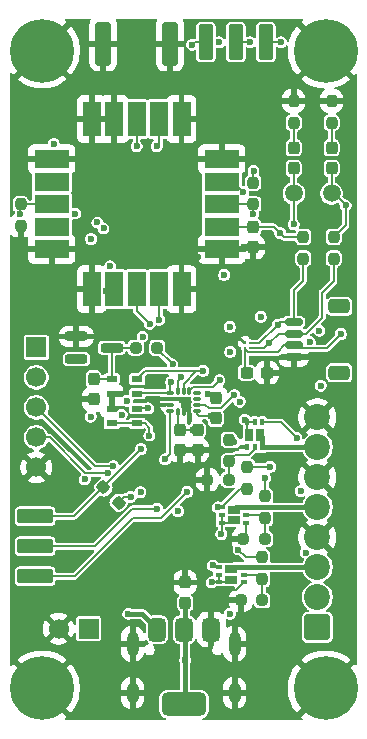
<source format=gbr>
%TF.GenerationSoftware,KiCad,Pcbnew,9.0.2*%
%TF.CreationDate,2025-06-05T09:54:10-05:00*%
%TF.ProjectId,Flight Computer v3,466c6967-6874-4204-936f-6d7075746572,rev?*%
%TF.SameCoordinates,Original*%
%TF.FileFunction,Copper,L1,Top*%
%TF.FilePolarity,Positive*%
%FSLAX46Y46*%
G04 Gerber Fmt 4.6, Leading zero omitted, Abs format (unit mm)*
G04 Created by KiCad (PCBNEW 9.0.2) date 2025-06-05 09:54:10*
%MOMM*%
%LPD*%
G01*
G04 APERTURE LIST*
G04 Aperture macros list*
%AMRoundRect*
0 Rectangle with rounded corners*
0 $1 Rounding radius*
0 $2 $3 $4 $5 $6 $7 $8 $9 X,Y pos of 4 corners*
0 Add a 4 corners polygon primitive as box body*
4,1,4,$2,$3,$4,$5,$6,$7,$8,$9,$2,$3,0*
0 Add four circle primitives for the rounded corners*
1,1,$1+$1,$2,$3*
1,1,$1+$1,$4,$5*
1,1,$1+$1,$6,$7*
1,1,$1+$1,$8,$9*
0 Add four rect primitives between the rounded corners*
20,1,$1+$1,$2,$3,$4,$5,0*
20,1,$1+$1,$4,$5,$6,$7,0*
20,1,$1+$1,$6,$7,$8,$9,0*
20,1,$1+$1,$8,$9,$2,$3,0*%
G04 Aperture macros list end*
%TA.AperFunction,SMDPad,CuDef*%
%ADD10R,0.299200X0.629800*%
%TD*%
%TA.AperFunction,SMDPad,CuDef*%
%ADD11R,0.711200X0.990600*%
%TD*%
%TA.AperFunction,SMDPad,CuDef*%
%ADD12R,0.629800X0.299200*%
%TD*%
%TA.AperFunction,SMDPad,CuDef*%
%ADD13R,0.990600X0.711200*%
%TD*%
%TA.AperFunction,SMDPad,CuDef*%
%ADD14RoundRect,0.237500X-0.237500X0.250000X-0.237500X-0.250000X0.237500X-0.250000X0.237500X0.250000X0*%
%TD*%
%TA.AperFunction,SMDPad,CuDef*%
%ADD15R,1.500000X3.000000*%
%TD*%
%TA.AperFunction,SMDPad,CuDef*%
%ADD16R,3.000000X1.500000*%
%TD*%
%TA.AperFunction,SMDPad,CuDef*%
%ADD17RoundRect,0.237500X0.237500X-0.250000X0.237500X0.250000X-0.237500X0.250000X-0.237500X-0.250000X0*%
%TD*%
%TA.AperFunction,SMDPad,CuDef*%
%ADD18RoundRect,0.237500X0.344715X-0.008839X-0.008839X0.344715X-0.344715X0.008839X0.008839X-0.344715X0*%
%TD*%
%TA.AperFunction,SMDPad,CuDef*%
%ADD19RoundRect,0.150000X0.625000X-0.150000X0.625000X0.150000X-0.625000X0.150000X-0.625000X-0.150000X0*%
%TD*%
%TA.AperFunction,SMDPad,CuDef*%
%ADD20RoundRect,0.250000X0.650000X-0.350000X0.650000X0.350000X-0.650000X0.350000X-0.650000X-0.350000X0*%
%TD*%
%TA.AperFunction,BGAPad,CuDef*%
%ADD21C,0.250000*%
%TD*%
%TA.AperFunction,SMDPad,CuDef*%
%ADD22RoundRect,0.237500X-0.237500X0.300000X-0.237500X-0.300000X0.237500X-0.300000X0.237500X0.300000X0*%
%TD*%
%TA.AperFunction,SMDPad,CuDef*%
%ADD23RoundRect,0.237500X-0.300000X-0.237500X0.300000X-0.237500X0.300000X0.237500X-0.300000X0.237500X0*%
%TD*%
%TA.AperFunction,ComponentPad*%
%ADD24C,3.100000*%
%TD*%
%TA.AperFunction,ConnectorPad*%
%ADD25C,5.400000*%
%TD*%
%TA.AperFunction,SMDPad,CuDef*%
%ADD26RoundRect,0.237500X0.250000X0.237500X-0.250000X0.237500X-0.250000X-0.237500X0.250000X-0.237500X0*%
%TD*%
%TA.AperFunction,SMDPad,CuDef*%
%ADD27RoundRect,0.087500X-0.225000X-0.087500X0.225000X-0.087500X0.225000X0.087500X-0.225000X0.087500X0*%
%TD*%
%TA.AperFunction,SMDPad,CuDef*%
%ADD28RoundRect,0.087500X-0.087500X-0.225000X0.087500X-0.225000X0.087500X0.225000X-0.087500X0.225000X0*%
%TD*%
%TA.AperFunction,SMDPad,CuDef*%
%ADD29R,0.950000X0.550000*%
%TD*%
%TA.AperFunction,SMDPad,CuDef*%
%ADD30RoundRect,0.237500X-0.237500X0.287500X-0.237500X-0.287500X0.237500X-0.287500X0.237500X0.287500X0*%
%TD*%
%TA.AperFunction,SMDPad,CuDef*%
%ADD31RoundRect,0.187500X-1.312500X0.437500X-1.312500X-0.437500X1.312500X-0.437500X1.312500X0.437500X0*%
%TD*%
%TA.AperFunction,SMDPad,CuDef*%
%ADD32C,1.500000*%
%TD*%
%TA.AperFunction,SMDPad,CuDef*%
%ADD33RoundRect,0.375000X-0.375000X0.625000X-0.375000X-0.625000X0.375000X-0.625000X0.375000X0.625000X0*%
%TD*%
%TA.AperFunction,SMDPad,CuDef*%
%ADD34RoundRect,0.500000X-1.400000X0.500000X-1.400000X-0.500000X1.400000X-0.500000X1.400000X0.500000X0*%
%TD*%
%TA.AperFunction,SMDPad,CuDef*%
%ADD35RoundRect,0.187500X-0.437500X-1.312500X0.437500X-1.312500X0.437500X1.312500X-0.437500X1.312500X0*%
%TD*%
%TA.AperFunction,SMDPad,CuDef*%
%ADD36RoundRect,0.200000X-0.750000X-0.200000X0.750000X-0.200000X0.750000X0.200000X-0.750000X0.200000X0*%
%TD*%
%TA.AperFunction,ComponentPad*%
%ADD37R,1.700000X1.700000*%
%TD*%
%TA.AperFunction,ComponentPad*%
%ADD38C,1.700000*%
%TD*%
%TA.AperFunction,ComponentPad*%
%ADD39RoundRect,0.249999X0.850001X-0.850001X0.850001X0.850001X-0.850001X0.850001X-0.850001X-0.850001X0*%
%TD*%
%TA.AperFunction,ComponentPad*%
%ADD40C,2.200000*%
%TD*%
%TA.AperFunction,SMDPad,CuDef*%
%ADD41RoundRect,0.237500X0.237500X-0.300000X0.237500X0.300000X-0.237500X0.300000X-0.237500X-0.300000X0*%
%TD*%
%TA.AperFunction,SMDPad,CuDef*%
%ADD42RoundRect,0.250000X-0.425000X-1.600000X0.425000X-1.600000X0.425000X1.600000X-0.425000X1.600000X0*%
%TD*%
%TA.AperFunction,HeatsinkPad*%
%ADD43O,1.000000X1.800000*%
%TD*%
%TA.AperFunction,HeatsinkPad*%
%ADD44O,1.000000X2.100000*%
%TD*%
%TA.AperFunction,ViaPad*%
%ADD45C,0.600000*%
%TD*%
%TA.AperFunction,Conductor*%
%ADD46C,0.200000*%
%TD*%
%TA.AperFunction,Conductor*%
%ADD47C,0.400000*%
%TD*%
G04 APERTURE END LIST*
D10*
%TO.P,U403,1,1*%
%TO.N,GND*%
X118046001Y-89059899D03*
%TO.P,U403,2,2*%
%TO.N,Net-(R413-Pad2)*%
X118696000Y-89059899D03*
%TO.P,U403,3,3*%
%TO.N,Pyro3*%
X119345999Y-89059899D03*
%TO.P,U403,4,4*%
%TO.N,Pyro_Power*%
X119345999Y-86980101D03*
%TO.P,U403,5,5*%
%TO.N,VCC*%
X118696000Y-86980101D03*
%TO.P,U403,6,6*%
X118046001Y-86980101D03*
D11*
%TO.P,U403,7,7*%
X118252000Y-88020000D03*
%TO.P,U403,8,8*%
%TO.N,Pyro3*%
X119140000Y-88020000D03*
%TD*%
D12*
%TO.P,U402,1,1*%
%TO.N,GND*%
X117980000Y-95470000D03*
%TO.P,U402,2,2*%
%TO.N,Net-(R407-Pad2)*%
X117980000Y-94820001D03*
%TO.P,U402,3,3*%
%TO.N,Pyro2*%
X117980000Y-94170002D03*
%TO.P,U402,4,4*%
%TO.N,Pyro_Power*%
X115900202Y-94170002D03*
%TO.P,U402,5,5*%
%TO.N,VCC*%
X115900202Y-94820001D03*
%TO.P,U402,6,6*%
X115900202Y-95470000D03*
D13*
%TO.P,U402,7,7*%
X116940101Y-95264001D03*
%TO.P,U402,8,8*%
%TO.N,Pyro2*%
X116940101Y-94376001D03*
%TD*%
D12*
%TO.P,U401,1,1*%
%TO.N,GND*%
X117750000Y-100525000D03*
%TO.P,U401,2,2*%
%TO.N,Net-(R401-Pad2)*%
X117750000Y-99875001D03*
%TO.P,U401,3,3*%
%TO.N,Pyro1*%
X117750000Y-99225002D03*
%TO.P,U401,4,4*%
%TO.N,Pyro_Power*%
X115670202Y-99225002D03*
%TO.P,U401,5,5*%
%TO.N,VCC*%
X115670202Y-99875001D03*
%TO.P,U401,6,6*%
X115670202Y-100525000D03*
D13*
%TO.P,U401,7,7*%
X116710101Y-100319001D03*
%TO.P,U401,8,8*%
%TO.N,Pyro1*%
X116710101Y-99431001D03*
%TD*%
D14*
%TO.P,R502,1*%
%TO.N,+3.3V*%
X125400000Y-71287500D03*
%TO.P,R502,2*%
%TO.N,I2C_SDA*%
X125400000Y-73112500D03*
%TD*%
D15*
%TO.P,U304,1,GND*%
%TO.N,GND*%
X112500000Y-61300000D03*
%TO.P,U304,2,VCC_IO*%
%TO.N,+3.3V*%
X110600000Y-61300000D03*
%TO.P,U304,3,V_BCKP*%
X108700000Y-61300000D03*
%TO.P,U304,4,GND*%
%TO.N,GND*%
X106800000Y-61300000D03*
%TO.P,U304,5,GND*%
X104900000Y-61300000D03*
D16*
%TO.P,U304,6,GND*%
X101500000Y-64700000D03*
%TO.P,U304,7,TIMEPULSE*%
%TO.N,GPS_PPS*%
X101500000Y-66600000D03*
%TO.P,U304,8,~{SAFEBOOT}*%
%TO.N,{slash}GPS_SAFEBOOT*%
X101500000Y-68500000D03*
%TO.P,U304,9,SDA*%
%TO.N,I2C_SDA*%
X101500000Y-70400000D03*
%TO.P,U304,10,GND*%
%TO.N,GND*%
X101500000Y-72300000D03*
D15*
%TO.P,U304,11,GND*%
X104900000Y-75700000D03*
%TO.P,U304,12,SCL*%
%TO.N,I2C_SCL*%
X106800000Y-75700000D03*
%TO.P,U304,13,TXD*%
%TO.N,GPS_TX*%
X108700000Y-75700000D03*
%TO.P,U304,14,RXD*%
%TO.N,GPS_RX*%
X110600000Y-75700000D03*
%TO.P,U304,15,GND*%
%TO.N,GND*%
X112500000Y-75700000D03*
D16*
%TO.P,U304,16,GND*%
X115900000Y-72300000D03*
%TO.P,U304,17,VCC*%
%TO.N,+3.3V*%
X115900000Y-70400000D03*
%TO.P,U304,18,~{RESET}*%
%TO.N,{slash}GPS_RESET*%
X115900000Y-68500000D03*
%TO.P,U304,19,EXTINT*%
%TO.N,GPS_INT*%
X115900000Y-66600000D03*
%TO.P,U304,20,GND*%
%TO.N,GND*%
X115900000Y-64700000D03*
%TD*%
D14*
%TO.P,R501,1*%
%TO.N,+3.3V*%
X122800000Y-71287500D03*
%TO.P,R501,2*%
%TO.N,I2C_SCL*%
X122800000Y-73112500D03*
%TD*%
D17*
%TO.P,R411,1*%
%TO.N,Pyro_Power*%
X118070000Y-92582500D03*
%TO.P,R411,2*%
%TO.N,Pyro3_Cont*%
X118070000Y-90757500D03*
%TD*%
D18*
%TO.P,R503,1*%
%TO.N,+3.3V*%
X107175235Y-93775235D03*
%TO.P,R503,2*%
%TO.N,NRST*%
X105884765Y-92484765D03*
%TD*%
D19*
%TO.P,J607,1,Pin_1*%
%TO.N,GND*%
X121990000Y-81470000D03*
%TO.P,J607,2,Pin_2*%
%TO.N,+3.3V*%
X121990000Y-80470000D03*
%TO.P,J607,3,Pin_3*%
%TO.N,I2C_SDA*%
X121990000Y-79470000D03*
%TO.P,J607,4,Pin_4*%
%TO.N,I2C_SCL*%
X121990000Y-78470000D03*
D20*
%TO.P,J607,MP*%
%TO.N,N/C*%
X125865000Y-82770000D03*
X125865000Y-77170000D03*
%TD*%
D21*
%TO.P,U301,A1,VSA*%
%TO.N,GND*%
X117900000Y-80280000D03*
%TO.P,U301,A2,SCL*%
%TO.N,I2C_SCL*%
X118300000Y-80280000D03*
%TO.P,U301,B1,VDD*%
%TO.N,+3.3V*%
X117900000Y-80680000D03*
%TO.P,U301,B2,SDA*%
%TO.N,I2C_SDA*%
X118300000Y-80680000D03*
%TD*%
D22*
%TO.P,C304,1*%
%TO.N,+3.3V*%
X113860000Y-87617500D03*
%TO.P,C304,2*%
%TO.N,GND*%
X113860000Y-89342500D03*
%TD*%
D23*
%TO.P,C301,1*%
%TO.N,+3.3V*%
X118010000Y-82790000D03*
%TO.P,C301,2*%
%TO.N,GND*%
X119735000Y-82790000D03*
%TD*%
D24*
%TO.P,H604,1,1*%
%TO.N,GND*%
X124700000Y-109500000D03*
D25*
X124700000Y-109500000D03*
%TD*%
D26*
%TO.P,R301,1*%
%TO.N,+3.3V*%
X110432500Y-80670000D03*
%TO.P,R301,2*%
%TO.N,+3V*%
X108607500Y-80670000D03*
%TD*%
D27*
%TO.P,U302,1,SDO/SA0*%
%TO.N,SPI_MOSI*%
X111507500Y-84480000D03*
%TO.P,U302,2,SDX*%
%TO.N,GND*%
X111507500Y-84980000D03*
%TO.P,U302,3,SCX*%
X111507500Y-85480000D03*
%TO.P,U302,4,INT1*%
%TO.N,IMU_INT1*%
X111507500Y-85980000D03*
D28*
%TO.P,U302,5,VDDIO*%
%TO.N,+3.3V*%
X112170000Y-86142500D03*
%TO.P,U302,6,GND*%
%TO.N,GND*%
X112670000Y-86142500D03*
%TO.P,U302,7,GND*%
X113170000Y-86142500D03*
D27*
%TO.P,U302,8,VDD*%
%TO.N,+3.3V*%
X113832500Y-85980000D03*
%TO.P,U302,9,INT2*%
%TO.N,IMU_INT2*%
X113832500Y-85480000D03*
%TO.P,U302,10,OCS_aux*%
%TO.N,unconnected-(U302-OCS_aux-Pad10)*%
X113832500Y-84980000D03*
%TO.P,U302,11,SDO_aux*%
%TO.N,unconnected-(U302-SDO_aux-Pad11)*%
X113832500Y-84480000D03*
D28*
%TO.P,U302,12,CS*%
%TO.N,IMU_CS*%
X113170000Y-84317500D03*
%TO.P,U302,13,SCL*%
%TO.N,SPI_SCK*%
X112670000Y-84317500D03*
%TO.P,U302,14,SDA*%
%TO.N,SPI_MISO*%
X112170000Y-84317500D03*
%TD*%
D29*
%TO.P,U303,1,VDD*%
%TO.N,+3V*%
X106595000Y-83312500D03*
%TO.P,U303,2,PS*%
%TO.N,GND*%
X106595000Y-84562500D03*
%TO.P,U303,3,GND*%
X106595000Y-85812500D03*
%TO.P,U303,4,CSB*%
%TO.N,Baro_CS*%
X106595000Y-87062500D03*
%TO.P,U303,5,CSB*%
X108745000Y-87062500D03*
%TO.P,U303,6,SDO*%
%TO.N,SPI_MISO*%
X108745000Y-85812500D03*
%TO.P,U303,7,SDI/SDA*%
%TO.N,SPI_MOSI*%
X108745000Y-84562500D03*
%TO.P,U303,8,SCLK*%
%TO.N,SPI_SCK*%
X108745000Y-83312500D03*
%TD*%
D24*
%TO.P,H601,1,1*%
%TO.N,GND*%
X100700000Y-55500000D03*
D25*
X100700000Y-55500000D03*
%TD*%
D30*
%TO.P,D201,1,K*%
%TO.N,Net-(D201-K)*%
X122000000Y-63725000D03*
%TO.P,D201,2,A*%
%TO.N,VCC*%
X122000000Y-65475000D03*
%TD*%
D26*
%TO.P,R404,1*%
%TO.N,Net-(R401-Pad2)*%
X119337500Y-102050000D03*
%TO.P,R404,2*%
%TO.N,GND*%
X117512500Y-102050000D03*
%TD*%
%TO.P,R414,1*%
%TO.N,Net-(R413-Pad2)*%
X116512500Y-91840000D03*
%TO.P,R414,2*%
%TO.N,GND*%
X114687500Y-91840000D03*
%TD*%
D14*
%TO.P,R202,1*%
%TO.N,GND*%
X125200000Y-59775000D03*
%TO.P,R202,2*%
%TO.N,Net-(D202-K)*%
X125200000Y-61600000D03*
%TD*%
%TO.P,R413,1*%
%TO.N,Pyro3_Trigger*%
X116510000Y-88447500D03*
%TO.P,R413,2*%
%TO.N,Net-(R413-Pad2)*%
X116510000Y-90272500D03*
%TD*%
%TO.P,R201,1*%
%TO.N,GND*%
X122000000Y-59775000D03*
%TO.P,R201,2*%
%TO.N,Net-(D201-K)*%
X122000000Y-61600000D03*
%TD*%
D31*
%TO.P,J602,1,Pin_1*%
%TO.N,NRST*%
X100120000Y-94920000D03*
%TO.P,J602,2,Pin_2*%
%TO.N,SWCLK*%
X100120000Y-97460000D03*
%TO.P,J602,3,Pin_3*%
%TO.N,SWDIO*%
X100120000Y-100000000D03*
%TD*%
D32*
%TO.P,TP201,1,1*%
%TO.N,VCC*%
X122000000Y-67600000D03*
%TD*%
D33*
%TO.P,U201,1,GND*%
%TO.N,GND*%
X115020000Y-104530000D03*
%TO.P,U201,2,VO*%
%TO.N,+3.3V*%
X112720000Y-104530000D03*
D34*
X112720000Y-110830000D03*
D33*
%TO.P,U201,3,VI*%
%TO.N,VCC*%
X110420000Y-104530000D03*
%TD*%
D32*
%TO.P,TP202,1,1*%
%TO.N,+3.3V*%
X125200000Y-67600000D03*
%TD*%
D35*
%TO.P,J606,1,Pin_1*%
%TO.N,+3.3V*%
X114560000Y-54800000D03*
%TO.P,J606,2,Pin_2*%
%TO.N,SPI_MOSI*%
X117100000Y-54800000D03*
%TO.P,J606,3,Pin_3*%
%TO.N,SPI_MISO*%
X119640000Y-54800000D03*
%TD*%
D36*
%TO.P,D301,1,A*%
%TO.N,GND*%
X103600000Y-79710000D03*
%TO.P,D301,2,NC*%
%TO.N,unconnected-(D301-NC-Pad2)*%
X103600000Y-81610000D03*
%TO.P,D301,3,K*%
%TO.N,+3V*%
X106600000Y-80660000D03*
%TD*%
D22*
%TO.P,C303,1*%
%TO.N,+3.3V*%
X112400000Y-87617500D03*
%TO.P,C303,2*%
%TO.N,GND*%
X112400000Y-89342500D03*
%TD*%
D37*
%TO.P,J604,1,Pin_1*%
%TO.N,VCC*%
X104630000Y-104450000D03*
D38*
%TO.P,J604,2,Pin_2*%
%TO.N,GND*%
X102090000Y-104450000D03*
%TD*%
D22*
%TO.P,C305,1*%
%TO.N,+3V*%
X105050000Y-83310000D03*
%TO.P,C305,2*%
%TO.N,GND*%
X105050000Y-85035000D03*
%TD*%
D26*
%TO.P,R410,1*%
%TO.N,Net-(R407-Pad2)*%
X119560000Y-96870000D03*
%TO.P,R410,2*%
%TO.N,GND*%
X117735000Y-96870000D03*
%TD*%
D24*
%TO.P,H603,1,1*%
%TO.N,GND*%
X100700000Y-109500000D03*
D25*
X100700000Y-109500000D03*
%TD*%
D22*
%TO.P,C306,1*%
%TO.N,+3.3V*%
X118580000Y-70427500D03*
%TO.P,C306,2*%
%TO.N,GND*%
X118580000Y-72152500D03*
%TD*%
D14*
%TO.P,R303,1*%
%TO.N,+3.3V*%
X118560000Y-66677500D03*
%TO.P,R303,2*%
%TO.N,{slash}GPS_RESET*%
X118560000Y-68502500D03*
%TD*%
%TO.P,R407,1*%
%TO.N,Pyro2_Trigger*%
X119590000Y-93247500D03*
%TO.P,R407,2*%
%TO.N,Net-(R407-Pad2)*%
X119590000Y-95072500D03*
%TD*%
D39*
%TO.P,J603,1,Pin_1*%
%TO.N,VCC*%
X124000000Y-104330000D03*
D40*
%TO.P,J603,2,Pin_2*%
%TO.N,Pyro_Power*%
X124000000Y-101790000D03*
%TO.P,J603,3,Pin_3*%
%TO.N,Pyro1*%
X124000000Y-99250000D03*
%TO.P,J603,4,Pin_4*%
%TO.N,GND*%
X124000000Y-96710000D03*
%TO.P,J603,5,Pin_5*%
%TO.N,Pyro2*%
X124000000Y-94170000D03*
%TO.P,J603,6,Pin_6*%
%TO.N,GND*%
X124000000Y-91630000D03*
%TO.P,J603,7,Pin_7*%
%TO.N,Pyro3*%
X124000000Y-89090000D03*
%TO.P,J603,8,Pin_8*%
%TO.N,GND*%
X124000000Y-86550000D03*
%TD*%
D24*
%TO.P,H602,1,1*%
%TO.N,GND*%
X124700000Y-55500000D03*
D25*
X124700000Y-55500000D03*
%TD*%
D14*
%TO.P,R304,1*%
%TO.N,{slash}GPS_SAFEBOOT*%
X98870000Y-68515000D03*
%TO.P,R304,2*%
%TO.N,GND*%
X98870000Y-70340000D03*
%TD*%
D41*
%TO.P,C201,1*%
%TO.N,+3.3V*%
X112800000Y-102262500D03*
%TO.P,C201,2*%
%TO.N,GND*%
X112800000Y-100537500D03*
%TD*%
D37*
%TO.P,J605,1,Pin_1*%
%TO.N,Servo1*%
X100210000Y-80640000D03*
D38*
%TO.P,J605,2,Pin_2*%
%TO.N,Servo2*%
X100210000Y-83180000D03*
%TO.P,J605,3,Pin_3*%
%TO.N,Servo3*%
X100210000Y-85720000D03*
%TO.P,J605,4,Pin_4*%
%TO.N,Servo4*%
X100210000Y-88260000D03*
%TO.P,J605,5,Pin_5*%
%TO.N,GND*%
X100210000Y-90800000D03*
%TD*%
D41*
%TO.P,C302,1*%
%TO.N,+3.3V*%
X115410000Y-86652500D03*
%TO.P,C302,2*%
%TO.N,GND*%
X115410000Y-84927500D03*
%TD*%
D30*
%TO.P,D202,1,K*%
%TO.N,Net-(D202-K)*%
X125200000Y-63725000D03*
%TO.P,D202,2,A*%
%TO.N,+3.3V*%
X125200000Y-65475000D03*
%TD*%
D14*
%TO.P,R401,1*%
%TO.N,Pyro1_Trigger*%
X119350000Y-98417500D03*
%TO.P,R401,2*%
%TO.N,Net-(R401-Pad2)*%
X119350000Y-100242500D03*
%TD*%
D42*
%TO.P,J701,2,Ext*%
%TO.N,GND*%
X105875000Y-54912500D03*
X111525000Y-54912500D03*
%TD*%
D43*
%TO.P,J601,S1,SHIELD*%
%TO.N,GND*%
X116995000Y-109900000D03*
D44*
X116995000Y-105720000D03*
D43*
X108355000Y-109900000D03*
D44*
X108355000Y-105720000D03*
%TD*%
D45*
%TO.N,GND*%
X115020000Y-106980000D03*
X114770000Y-84540000D03*
X120400000Y-77200000D03*
X113910000Y-72960000D03*
X106000000Y-64200000D03*
X106900000Y-106400000D03*
X111600000Y-79000000D03*
X113000000Y-81400000D03*
X105400000Y-89160000D03*
X111830000Y-70420000D03*
X107267000Y-79500000D03*
X105200000Y-107400000D03*
X118700000Y-106100000D03*
X119800000Y-108200000D03*
%TO.N,+3.3V*%
X107429008Y-86318679D03*
X111739002Y-82060998D03*
X103480000Y-69300000D03*
X126000000Y-79500000D03*
X115000000Y-86437500D03*
X116600000Y-78900000D03*
X118600000Y-65700000D03*
X120850000Y-70950000D03*
X109200000Y-79723000D03*
X113500000Y-87617500D03*
X124290000Y-83870000D03*
X108700000Y-63600000D03*
X112800000Y-107100000D03*
X112200000Y-94500000D03*
X110400000Y-63600000D03*
X113400000Y-55000000D03*
X126400000Y-68600000D03*
X116100000Y-74500000D03*
X108200000Y-93300000D03*
X104800000Y-86500000D03*
X104300000Y-91800000D03*
%TO.N,VCC*%
X115060000Y-100520000D03*
X116600000Y-103190000D03*
X115870000Y-96440000D03*
X122000000Y-70200000D03*
X117860000Y-86740000D03*
X108000000Y-103190000D03*
%TO.N,SPI_MISO*%
X124180000Y-79230000D03*
X105900000Y-70550000D03*
X109680000Y-85800000D03*
X112468266Y-83156443D03*
X120930000Y-54800000D03*
X116617024Y-81017024D03*
%TO.N,SPI_SCK*%
X105370597Y-70051738D03*
X123356051Y-80173949D03*
X114325707Y-82631000D03*
X115700000Y-54800000D03*
%TO.N,SWDIO*%
X112970000Y-92870000D03*
%TO.N,I2C_SCL*%
X117435083Y-85225083D03*
X120630000Y-78710000D03*
X106125789Y-75845000D03*
%TO.N,I2C_SDA*%
X101500000Y-70400000D03*
X119930000Y-80250000D03*
X109030000Y-92880000D03*
%TO.N,SWCLK*%
X110431650Y-94311650D03*
%TO.N,SPI_MOSI*%
X119222354Y-78047646D03*
X118310000Y-54800000D03*
X111620000Y-83560000D03*
X104843597Y-71460000D03*
%TO.N,NRST*%
X109060000Y-89250000D03*
%TO.N,Pyro_Power*%
X115575000Y-94170002D03*
X122236886Y-88266760D03*
X115160000Y-99100000D03*
X123000000Y-98000000D03*
X122600000Y-92800000D03*
%TO.N,Servo4*%
X106289141Y-91275567D03*
%TO.N,Servo3*%
X106720000Y-90690000D03*
%TO.N,{slash}GPS_RESET*%
X118560000Y-69360000D03*
%TO.N,{slash}GPS_SAFEBOOT*%
X98860000Y-69370000D03*
X107880000Y-85150000D03*
%TO.N,Pyro1_Trigger*%
X117317000Y-97751601D03*
%TO.N,Pyro2_Trigger*%
X119600490Y-91679027D03*
%TO.N,Pyro3_Trigger*%
X116970000Y-88650000D03*
%TO.N,Pyro3_Cont*%
X120000000Y-90760000D03*
%TO.N,/Radio/CTL*%
X101700000Y-63420000D03*
X106447354Y-73762646D03*
%TO.N,IMU_INT1*%
X111103883Y-90103883D03*
%TO.N,IMU_INT2*%
X116968655Y-84667429D03*
%TO.N,GPS_RX*%
X110600000Y-78297000D03*
%TO.N,GPS_TX*%
X109810000Y-78640000D03*
%TO.N,GPS_INT*%
X117728032Y-67476640D03*
%TO.N,IMU_CS*%
X115717316Y-83407316D03*
%TO.N,Baro_CS*%
X109777673Y-88095173D03*
%TD*%
D46*
%TO.N,+3.3V*%
X120850000Y-70950000D02*
X121187500Y-71287500D01*
X121187500Y-71287500D02*
X122800000Y-71287500D01*
X120850000Y-70950000D02*
X120327500Y-70427500D01*
X120327500Y-70427500D02*
X118580000Y-70427500D01*
%TO.N,GND*%
X115020000Y-104530000D02*
X115012000Y-104538000D01*
X115012000Y-104538000D02*
X115012000Y-106972000D01*
X115012000Y-106972000D02*
X115020000Y-106980000D01*
X115157500Y-84927500D02*
X114770000Y-84540000D01*
X115410000Y-84927500D02*
X115157500Y-84927500D01*
X117980000Y-96625000D02*
X117735000Y-96870000D01*
X117980000Y-95470000D02*
X117980000Y-96625000D01*
X116995000Y-105720000D02*
X118320000Y-105720000D01*
X117750000Y-100525000D02*
X117075000Y-101200000D01*
X117075000Y-101200000D02*
X116600000Y-101200000D01*
X118320000Y-105720000D02*
X118700000Y-106100000D01*
%TO.N,+3.3V*%
X118560000Y-65740000D02*
X118600000Y-65700000D01*
X124800000Y-80700000D02*
X126000000Y-79500000D01*
X110432500Y-80754496D02*
X111739002Y-82060998D01*
X113832500Y-86272500D02*
X113832500Y-85980000D01*
X110432500Y-80670000D02*
X110432500Y-80754496D01*
X110600000Y-63400000D02*
X110400000Y-63600000D01*
D47*
X112800000Y-110800000D02*
X112800000Y-107100000D01*
D46*
X113500000Y-87617500D02*
X112400000Y-87617500D01*
X108200000Y-93300000D02*
X107650470Y-93300000D01*
X112170000Y-87387500D02*
X112400000Y-87617500D01*
X123574756Y-80701949D02*
X123576705Y-80700000D01*
X118153782Y-81033000D02*
X120652001Y-81033000D01*
X114560000Y-54800000D02*
X113600000Y-54800000D01*
X118580000Y-70427500D02*
X115927500Y-70427500D01*
X118560000Y-66677500D02*
X118560000Y-65740000D01*
X115000000Y-86437500D02*
X113997500Y-86437500D01*
X126400000Y-70287500D02*
X126400000Y-68600000D01*
X125400000Y-67600000D02*
X126400000Y-68600000D01*
X113997500Y-86437500D02*
X113832500Y-86272500D01*
X121215001Y-80470000D02*
X121990000Y-80470000D01*
X110600000Y-61300000D02*
X110600000Y-63400000D01*
X108700000Y-61300000D02*
X108700000Y-63600000D01*
X125400000Y-71287500D02*
X126400000Y-70287500D01*
X115220000Y-86427500D02*
X115210000Y-86437500D01*
X113860000Y-87617500D02*
X113500000Y-87617500D01*
X123576705Y-80700000D02*
X124800000Y-80700000D01*
X120652001Y-81033000D02*
X121215001Y-80470000D01*
X123135397Y-80700000D02*
X123137346Y-80701949D01*
X125200000Y-67600000D02*
X125200000Y-65475000D01*
X117900000Y-82680000D02*
X118010000Y-82790000D01*
X113600000Y-54800000D02*
X113400000Y-55000000D01*
X122220000Y-80700000D02*
X123135397Y-80700000D01*
X121990000Y-80470000D02*
X122220000Y-80700000D01*
X123137346Y-80701949D02*
X123574756Y-80701949D01*
X117900000Y-80779218D02*
X118153782Y-81033000D01*
X117900000Y-80680000D02*
X117900000Y-80779218D01*
D47*
X112800000Y-107100000D02*
X112800000Y-102262500D01*
D46*
X125200000Y-67600000D02*
X125400000Y-67600000D01*
X115927500Y-70427500D02*
X115900000Y-70400000D01*
X107650470Y-93300000D02*
X107175235Y-93775235D01*
X115210000Y-86437500D02*
X115000000Y-86437500D01*
X117900000Y-80680000D02*
X117900000Y-82680000D01*
X112170000Y-86142500D02*
X112170000Y-87387500D01*
%TO.N,+3V*%
X106600000Y-83307500D02*
X106595000Y-83312500D01*
X105050000Y-83310000D02*
X106592500Y-83310000D01*
X106592500Y-83310000D02*
X106595000Y-83312500D01*
X106600000Y-80660000D02*
X106600000Y-83307500D01*
X108607500Y-80670000D02*
X106610000Y-80670000D01*
X106610000Y-80670000D02*
X106600000Y-80660000D01*
%TO.N,VCC*%
X115900202Y-95470000D02*
X115900202Y-96409798D01*
X118696000Y-86980101D02*
X118046001Y-86980101D01*
X122000000Y-67600000D02*
X122000000Y-70200000D01*
D47*
X109190000Y-103190000D02*
X108000000Y-103190000D01*
D46*
X115065000Y-100525000D02*
X115060000Y-100520000D01*
X115670202Y-100525000D02*
X115065000Y-100525000D01*
X122000000Y-67600000D02*
X122000000Y-65475000D01*
X118046001Y-86980101D02*
X118046001Y-86926001D01*
X118046001Y-86926001D02*
X117860000Y-86740000D01*
X115900202Y-96409798D02*
X115870000Y-96440000D01*
X115670202Y-99875001D02*
X115670202Y-100525000D01*
X118046001Y-87814001D02*
X118046001Y-86980101D01*
X115900202Y-95470000D02*
X116734102Y-95470000D01*
D47*
X110500000Y-104500000D02*
X109190000Y-103190000D01*
D46*
X116710101Y-100319001D02*
X116504102Y-100525000D01*
X115900202Y-94820001D02*
X115900202Y-95470000D01*
X116504102Y-100525000D02*
X115670202Y-100525000D01*
X116734102Y-95470000D02*
X116940101Y-95264001D01*
X118252000Y-88020000D02*
X118046001Y-87814001D01*
%TO.N,Net-(D202-K)*%
X125200000Y-63725000D02*
X125200000Y-61600000D01*
%TO.N,Net-(D201-K)*%
X122000000Y-63725000D02*
X122000000Y-61600000D01*
%TO.N,SPI_MISO*%
X108757500Y-85800000D02*
X108745000Y-85812500D01*
X109680000Y-85800000D02*
X108757500Y-85800000D01*
X112468266Y-83156443D02*
X112170000Y-83454708D01*
X112170000Y-83454708D02*
X112170000Y-84317500D01*
X120930000Y-54800000D02*
X119640000Y-54800000D01*
%TO.N,SPI_SCK*%
X114323150Y-82628443D02*
X114325707Y-82631000D01*
X113740000Y-82630000D02*
X112670000Y-83700000D01*
X108745000Y-83312500D02*
X109429057Y-82628443D01*
X109429057Y-82628443D02*
X114323150Y-82628443D01*
X114324707Y-82630000D02*
X113740000Y-82630000D01*
X112670000Y-83700000D02*
X112670000Y-84317500D01*
X114325707Y-82631000D02*
X114324707Y-82630000D01*
%TO.N,SWDIO*%
X112970000Y-92870000D02*
X110760000Y-95080000D01*
X108370000Y-95080000D02*
X103450000Y-100000000D01*
X103450000Y-100000000D02*
X100120000Y-100000000D01*
X110760000Y-95080000D02*
X108370000Y-95080000D01*
%TO.N,I2C_SCL*%
X122800000Y-75000000D02*
X122000000Y-75800000D01*
X119060000Y-80280000D02*
X120630000Y-78710000D01*
X122000000Y-78460000D02*
X121990000Y-78470000D01*
X120630000Y-78710000D02*
X120870000Y-78470000D01*
X122000000Y-75800000D02*
X122000000Y-78460000D01*
X120870000Y-78470000D02*
X121990000Y-78470000D01*
X122800000Y-73112500D02*
X122800000Y-75000000D01*
X118300000Y-80280000D02*
X119060000Y-80280000D01*
%TO.N,I2C_SDA*%
X120710000Y-79470000D02*
X121990000Y-79470000D01*
X119500000Y-80680000D02*
X119930000Y-80250000D01*
X125400000Y-73112500D02*
X125400000Y-75000000D01*
X119930000Y-80250000D02*
X120710000Y-79470000D01*
X124400000Y-78117499D02*
X123047499Y-79470000D01*
X125400000Y-75000000D02*
X124400000Y-76000000D01*
X123047499Y-79470000D02*
X121990000Y-79470000D01*
X118300000Y-80680000D02*
X119500000Y-80680000D01*
X124400000Y-76000000D02*
X124400000Y-78117499D01*
%TO.N,SWCLK*%
X108328350Y-94311650D02*
X105180000Y-97460000D01*
X110431650Y-94311650D02*
X108328350Y-94311650D01*
X105180000Y-97460000D02*
X100120000Y-97460000D01*
%TO.N,SPI_MOSI*%
X108827500Y-84480000D02*
X111507500Y-84480000D01*
X111620000Y-83560000D02*
X111507500Y-83672500D01*
X117100000Y-54800000D02*
X118310000Y-54800000D01*
X108745000Y-84562500D02*
X108827500Y-84480000D01*
X111507500Y-83672500D02*
X111507500Y-84480000D01*
%TO.N,NRST*%
X109060000Y-89250000D02*
X103390000Y-94920000D01*
X103390000Y-94920000D02*
X100120000Y-94920000D01*
%TO.N,Pyro_Power*%
X120950227Y-86980101D02*
X119345999Y-86980101D01*
X117487704Y-92582500D02*
X115900202Y-94170002D01*
X115575000Y-94170002D02*
X115900202Y-94170002D01*
X118070000Y-92582500D02*
X117487704Y-92582500D01*
X122236886Y-88266760D02*
X120950227Y-86980101D01*
X115670202Y-99225002D02*
X115285002Y-99225002D01*
X115285002Y-99225002D02*
X115160000Y-99100000D01*
D47*
%TO.N,Pyro1*%
X117750000Y-99225002D02*
X116916100Y-99225002D01*
D46*
X123975002Y-99225002D02*
X124000000Y-99250000D01*
D47*
X117750000Y-99225002D02*
X117774998Y-99250000D01*
X117774998Y-99250000D02*
X124000000Y-99250000D01*
X116916100Y-99225002D02*
X116710101Y-99431001D01*
%TO.N,Pyro2*%
X117980000Y-94170002D02*
X118430000Y-94170002D01*
X118430000Y-94170002D02*
X117146100Y-94170002D01*
D46*
X123999998Y-94170002D02*
X124000000Y-94170000D01*
D47*
X118430000Y-94170002D02*
X123999998Y-94170002D01*
X117146100Y-94170002D02*
X116940101Y-94376001D01*
%TO.N,Pyro3*%
X119345999Y-89059899D02*
X123969899Y-89059899D01*
X119345999Y-89059899D02*
X119345999Y-88225999D01*
D46*
X123969899Y-89059899D02*
X124000000Y-89090000D01*
D47*
X119345999Y-88225999D02*
X119140000Y-88020000D01*
D46*
%TO.N,Servo4*%
X106289141Y-91275567D02*
X104365567Y-91275567D01*
X104365567Y-91275567D02*
X101350000Y-88260000D01*
X101350000Y-88260000D02*
X100210000Y-88260000D01*
%TO.N,Servo3*%
X105180000Y-90690000D02*
X100210000Y-85720000D01*
X106720000Y-90690000D02*
X105180000Y-90690000D01*
%TO.N,{slash}GPS_RESET*%
X118560000Y-69360000D02*
X118560000Y-68502500D01*
X115900000Y-68500000D02*
X118557500Y-68500000D01*
X118557500Y-68500000D02*
X118560000Y-68502500D01*
%TO.N,{slash}GPS_SAFEBOOT*%
X98860000Y-69370000D02*
X98860000Y-68525000D01*
X98870000Y-68515000D02*
X101485000Y-68515000D01*
X98860000Y-68525000D02*
X98870000Y-68515000D01*
X101485000Y-68515000D02*
X101500000Y-68500000D01*
%TO.N,Pyro1_Trigger*%
X117985399Y-98420000D02*
X119347500Y-98420000D01*
X117317000Y-97751601D02*
X117985399Y-98420000D01*
X119347500Y-98420000D02*
X119350000Y-98417500D01*
%TO.N,Pyro2_Trigger*%
X119600490Y-91819510D02*
X119590000Y-91830000D01*
X119600490Y-91679027D02*
X119600490Y-91819510D01*
X119590000Y-91830000D02*
X119590000Y-93247500D01*
%TO.N,Pyro3_Trigger*%
X116510000Y-88447500D02*
X116767500Y-88447500D01*
X116767500Y-88447500D02*
X116970000Y-88650000D01*
%TO.N,Pyro3_Cont*%
X118987500Y-90757500D02*
X118070000Y-90757500D01*
X118990000Y-90760000D02*
X118987500Y-90757500D01*
X120000000Y-90760000D02*
X118990000Y-90760000D01*
%TO.N,IMU_INT1*%
X111507500Y-89700266D02*
X111507500Y-85980000D01*
X111103883Y-90103883D02*
X111507500Y-89700266D01*
%TO.N,IMU_INT2*%
X114825051Y-85790000D02*
X114515051Y-85480000D01*
X115846084Y-85790000D02*
X114825051Y-85790000D01*
X114515051Y-85480000D02*
X113832500Y-85480000D01*
X116968655Y-84667429D02*
X115846084Y-85790000D01*
%TO.N,GPS_RX*%
X110600000Y-78297000D02*
X110600000Y-75700000D01*
%TO.N,GPS_TX*%
X108700000Y-77530000D02*
X108700000Y-75700000D01*
X109810000Y-78640000D02*
X108700000Y-77530000D01*
%TO.N,GPS_INT*%
X116851392Y-66600000D02*
X115900000Y-66600000D01*
X117728032Y-67476640D02*
X116851392Y-66600000D01*
%TO.N,Net-(R401-Pad2)*%
X119050001Y-99875001D02*
X119350000Y-100175000D01*
X119337500Y-102050000D02*
X119337500Y-100187500D01*
X119337500Y-100187500D02*
X119350000Y-100175000D01*
X117750000Y-99875001D02*
X119050001Y-99875001D01*
%TO.N,Net-(R407-Pad2)*%
X119337501Y-94820001D02*
X119590000Y-95072500D01*
X117980000Y-94820001D02*
X119337501Y-94820001D01*
X119590000Y-95072500D02*
X119590000Y-96840000D01*
X119590000Y-96840000D02*
X119560000Y-96870000D01*
%TO.N,Net-(R413-Pad2)*%
X118696000Y-89225199D02*
X118696000Y-89059899D01*
X117052500Y-89730000D02*
X118191199Y-89730000D01*
X116510000Y-91837500D02*
X116512500Y-91840000D01*
X116510000Y-90272500D02*
X116510000Y-91837500D01*
X116510000Y-90272500D02*
X117052500Y-89730000D01*
X118191199Y-89730000D02*
X118696000Y-89225199D01*
%TO.N,IMU_CS*%
X113487500Y-84000000D02*
X113170000Y-84317500D01*
X115717316Y-83407316D02*
X115124632Y-84000000D01*
X115124632Y-84000000D02*
X113487500Y-84000000D01*
%TO.N,Baro_CS*%
X108745000Y-87062500D02*
X106595000Y-87062500D01*
X109777673Y-88095173D02*
X109777673Y-87427673D01*
X109412500Y-87062500D02*
X108745000Y-87062500D01*
X109777673Y-87427673D02*
X109412500Y-87062500D01*
%TD*%
%TA.AperFunction,Conductor*%
%TO.N,GND*%
G36*
X109534093Y-105432099D02*
G01*
X109539736Y-105440789D01*
X109542300Y-105445230D01*
X109542301Y-105445231D01*
X109542302Y-105445233D01*
X109634549Y-105565451D01*
X109685595Y-105604620D01*
X109693967Y-105611044D01*
X109728622Y-105661469D01*
X109727020Y-105722633D01*
X109689773Y-105771175D01*
X109659323Y-105785212D01*
X109635039Y-105791719D01*
X109610336Y-105798338D01*
X109507162Y-105857906D01*
X109507161Y-105857907D01*
X109507158Y-105857909D01*
X109507158Y-105857910D01*
X109424062Y-105941005D01*
X109369548Y-105968781D01*
X109354061Y-105970000D01*
X108655000Y-105970000D01*
X108655000Y-105470000D01*
X109354999Y-105470000D01*
X109364765Y-105460233D01*
X109373907Y-105432099D01*
X109423407Y-105396135D01*
X109484593Y-105396135D01*
X109534093Y-105432099D01*
G37*
%TD.AperFunction*%
%TA.AperFunction,Conductor*%
G36*
X122748968Y-94589409D02*
G01*
X122784932Y-94638909D01*
X122784932Y-94638910D01*
X122794779Y-94669217D01*
X122887712Y-94851609D01*
X122887714Y-94851613D01*
X123008029Y-95017213D01*
X123008031Y-95017215D01*
X123008034Y-95017219D01*
X123152781Y-95161966D01*
X123170952Y-95175168D01*
X123206917Y-95224665D01*
X123206919Y-95285850D01*
X123170957Y-95335352D01*
X123164508Y-95339662D01*
X123161419Y-95341555D01*
X123059301Y-95415746D01*
X123829767Y-96186212D01*
X123787708Y-96197482D01*
X123662292Y-96269890D01*
X123559890Y-96372292D01*
X123487482Y-96497708D01*
X123476212Y-96539766D01*
X122705746Y-95769301D01*
X122631556Y-95871418D01*
X122517221Y-96095812D01*
X122439395Y-96335336D01*
X122400000Y-96584073D01*
X122400000Y-96835926D01*
X122439395Y-97084663D01*
X122517221Y-97324187D01*
X122631558Y-97548585D01*
X122633347Y-97551504D01*
X122647635Y-97610998D01*
X122624225Y-97667527D01*
X122618945Y-97673240D01*
X122599499Y-97692685D01*
X122533609Y-97806809D01*
X122526141Y-97834680D01*
X122499500Y-97934108D01*
X122499500Y-98065892D01*
X122522600Y-98152104D01*
X122533609Y-98193190D01*
X122599496Y-98307309D01*
X122599498Y-98307311D01*
X122599500Y-98307314D01*
X122692686Y-98400500D01*
X122692688Y-98400501D01*
X122692690Y-98400503D01*
X122806810Y-98466390D01*
X122806811Y-98466390D01*
X122806814Y-98466392D01*
X122806816Y-98466392D01*
X122812806Y-98468874D01*
X122812199Y-98470339D01*
X122856947Y-98499398D01*
X122878874Y-98556520D01*
X122868220Y-98606647D01*
X122794775Y-98750791D01*
X122784930Y-98781093D01*
X122748966Y-98830593D01*
X122690776Y-98849500D01*
X120122098Y-98849500D01*
X120063907Y-98830593D01*
X120027943Y-98781093D01*
X120023531Y-98741255D01*
X120025499Y-98720263D01*
X120025500Y-98720261D01*
X120025500Y-98114738D01*
X120025499Y-98114733D01*
X120024845Y-98107756D01*
X120022725Y-98085151D01*
X119979116Y-97960525D01*
X119970979Y-97949500D01*
X119900714Y-97854293D01*
X119900713Y-97854292D01*
X119900711Y-97854289D01*
X119898324Y-97852527D01*
X119794476Y-97775884D01*
X119686051Y-97737944D01*
X119637370Y-97700879D01*
X119619774Y-97642278D01*
X119639982Y-97584526D01*
X119690277Y-97549683D01*
X119718749Y-97545500D01*
X119862762Y-97545500D01*
X119862765Y-97545499D01*
X119892349Y-97542725D01*
X120016975Y-97499116D01*
X120123211Y-97420711D01*
X120201616Y-97314475D01*
X120245225Y-97189849D01*
X120248000Y-97160256D01*
X120248000Y-96579744D01*
X120248000Y-96579738D01*
X120247999Y-96579733D01*
X120245225Y-96550155D01*
X120245225Y-96550151D01*
X120201616Y-96425525D01*
X120150632Y-96356444D01*
X120123214Y-96319293D01*
X120123213Y-96319292D01*
X120123211Y-96319289D01*
X120123206Y-96319285D01*
X120016976Y-96240884D01*
X119956802Y-96219828D01*
X119908121Y-96182762D01*
X119890500Y-96126384D01*
X119890500Y-95834739D01*
X119909407Y-95776548D01*
X119956801Y-95741295D01*
X120034475Y-95714116D01*
X120140711Y-95635711D01*
X120219116Y-95529475D01*
X120262725Y-95404849D01*
X120265500Y-95375256D01*
X120265500Y-94769744D01*
X120265500Y-94769738D01*
X120265499Y-94769733D01*
X120262725Y-94740155D01*
X120262725Y-94740151D01*
X120249445Y-94702199D01*
X120248073Y-94641029D01*
X120282917Y-94590735D01*
X120340669Y-94570527D01*
X120342890Y-94570502D01*
X122690777Y-94570502D01*
X122748968Y-94589409D01*
G37*
%TD.AperFunction*%
%TA.AperFunction,Conductor*%
G36*
X122739187Y-89479306D02*
G01*
X122775151Y-89528806D01*
X122775151Y-89528807D01*
X122794779Y-89589217D01*
X122887712Y-89771609D01*
X122887714Y-89771613D01*
X123008029Y-89937213D01*
X123008031Y-89937215D01*
X123008034Y-89937219D01*
X123152781Y-90081966D01*
X123170952Y-90095168D01*
X123206917Y-90144665D01*
X123206919Y-90205850D01*
X123170957Y-90255352D01*
X123164508Y-90259662D01*
X123161419Y-90261555D01*
X123059301Y-90335746D01*
X123829767Y-91106212D01*
X123787708Y-91117482D01*
X123662292Y-91189890D01*
X123559890Y-91292292D01*
X123487482Y-91417708D01*
X123476212Y-91459766D01*
X122705746Y-90689301D01*
X122631556Y-90791418D01*
X122517221Y-91015812D01*
X122439395Y-91255336D01*
X122400000Y-91504073D01*
X122400000Y-91755926D01*
X122439396Y-92004665D01*
X122502868Y-92200014D01*
X122502868Y-92261199D01*
X122466904Y-92310699D01*
X122434339Y-92326232D01*
X122406811Y-92333608D01*
X122406810Y-92333609D01*
X122292690Y-92399496D01*
X122199496Y-92492690D01*
X122133609Y-92606809D01*
X122121777Y-92650969D01*
X122099500Y-92734108D01*
X122099500Y-92865892D01*
X122112618Y-92914849D01*
X122133609Y-92993190D01*
X122199496Y-93107309D01*
X122199498Y-93107311D01*
X122199500Y-93107314D01*
X122292686Y-93200500D01*
X122292688Y-93200501D01*
X122292690Y-93200503D01*
X122406810Y-93266390D01*
X122406808Y-93266390D01*
X122406812Y-93266391D01*
X122406814Y-93266392D01*
X122534108Y-93300500D01*
X122534110Y-93300500D01*
X122665890Y-93300500D01*
X122665892Y-93300500D01*
X122793186Y-93266392D01*
X122830487Y-93244855D01*
X122890335Y-93232134D01*
X122946231Y-93257020D01*
X122976824Y-93310008D01*
X122970429Y-93370858D01*
X122960081Y-93388782D01*
X122887714Y-93488386D01*
X122887712Y-93488390D01*
X122794778Y-93670783D01*
X122784931Y-93701093D01*
X122748968Y-93750594D01*
X122690777Y-93769502D01*
X120335890Y-93769502D01*
X120277699Y-93750595D01*
X120241735Y-93701095D01*
X120241735Y-93639909D01*
X120242446Y-93637804D01*
X120253116Y-93607309D01*
X120262725Y-93579849D01*
X120265500Y-93550256D01*
X120265500Y-92944744D01*
X120265500Y-92944738D01*
X120265499Y-92944733D01*
X120262725Y-92915155D01*
X120262725Y-92915151D01*
X120219116Y-92790525D01*
X120201029Y-92766018D01*
X120140714Y-92684293D01*
X120140713Y-92684292D01*
X120140711Y-92684289D01*
X120130576Y-92676809D01*
X120034477Y-92605884D01*
X119956801Y-92578704D01*
X119908121Y-92541638D01*
X119890500Y-92485260D01*
X119890500Y-92137838D01*
X119909407Y-92079647D01*
X119919490Y-92067840D01*
X120000990Y-91986341D01*
X120011748Y-91967708D01*
X120066880Y-91872217D01*
X120066880Y-91872215D01*
X120066882Y-91872213D01*
X120100990Y-91744919D01*
X120100990Y-91613135D01*
X120066882Y-91485841D01*
X120066880Y-91485838D01*
X120066880Y-91485836D01*
X120018589Y-91402194D01*
X120005867Y-91342346D01*
X120030754Y-91286450D01*
X120078700Y-91257068D01*
X120193186Y-91226392D01*
X120193188Y-91226390D01*
X120193190Y-91226390D01*
X120307309Y-91160503D01*
X120307309Y-91160502D01*
X120307314Y-91160500D01*
X120400500Y-91067314D01*
X120404923Y-91059653D01*
X120466390Y-90953190D01*
X120466390Y-90953188D01*
X120466392Y-90953186D01*
X120500500Y-90825892D01*
X120500500Y-90694108D01*
X120466392Y-90566814D01*
X120466390Y-90566811D01*
X120466390Y-90566809D01*
X120400503Y-90452690D01*
X120400501Y-90452688D01*
X120400500Y-90452686D01*
X120307314Y-90359500D01*
X120307311Y-90359498D01*
X120307309Y-90359496D01*
X120193189Y-90293609D01*
X120193191Y-90293609D01*
X120143799Y-90280375D01*
X120065892Y-90259500D01*
X119934108Y-90259500D01*
X119856200Y-90280375D01*
X119806809Y-90293609D01*
X119692690Y-90359496D01*
X119692689Y-90359497D01*
X119692686Y-90359499D01*
X119692686Y-90359500D01*
X119621680Y-90430505D01*
X119567166Y-90458281D01*
X119551679Y-90459500D01*
X119049426Y-90459500D01*
X119033553Y-90457410D01*
X119033496Y-90457847D01*
X119027062Y-90457000D01*
X118824114Y-90457000D01*
X118765923Y-90438093D01*
X118730670Y-90390698D01*
X118704339Y-90315452D01*
X118699116Y-90300525D01*
X118696568Y-90297073D01*
X118620714Y-90194293D01*
X118620713Y-90194292D01*
X118620711Y-90194289D01*
X118620706Y-90194285D01*
X118514476Y-90115884D01*
X118452667Y-90094256D01*
X118403987Y-90057191D01*
X118386390Y-89998590D01*
X118406598Y-89940838D01*
X118415364Y-89930806D01*
X118741875Y-89604295D01*
X118796392Y-89576518D01*
X118811879Y-89575299D01*
X118865347Y-89575299D01*
X118865348Y-89575299D01*
X118923831Y-89563666D01*
X118965998Y-89535490D01*
X119024883Y-89518881D01*
X119075998Y-89535488D01*
X119118168Y-89563666D01*
X119162630Y-89572510D01*
X119176640Y-89575297D01*
X119176645Y-89575297D01*
X119176651Y-89575299D01*
X119176652Y-89575299D01*
X119515346Y-89575299D01*
X119515347Y-89575299D01*
X119573830Y-89563666D01*
X119640151Y-89519351D01*
X119650143Y-89504396D01*
X119698193Y-89466518D01*
X119732458Y-89460399D01*
X122680996Y-89460399D01*
X122739187Y-89479306D01*
G37*
%TD.AperFunction*%
%TA.AperFunction,Conductor*%
G36*
X104765420Y-52819407D02*
G01*
X104801384Y-52868907D01*
X104801384Y-52930093D01*
X104791489Y-52951473D01*
X104765643Y-52993374D01*
X104710493Y-53159806D01*
X104700000Y-53262512D01*
X104700000Y-54662499D01*
X104700001Y-54662500D01*
X107049998Y-54662500D01*
X107049999Y-54662499D01*
X107049999Y-53262513D01*
X107039507Y-53159812D01*
X107039504Y-53159800D01*
X106984356Y-52993374D01*
X106958511Y-52951473D01*
X106944054Y-52892020D01*
X106967304Y-52835424D01*
X107019380Y-52803303D01*
X107042771Y-52800500D01*
X110357229Y-52800500D01*
X110415420Y-52819407D01*
X110451384Y-52868907D01*
X110451384Y-52930093D01*
X110441489Y-52951473D01*
X110415643Y-52993374D01*
X110360493Y-53159806D01*
X110350000Y-53262512D01*
X110350000Y-54662499D01*
X110350001Y-54662500D01*
X112699998Y-54662500D01*
X112699999Y-54662499D01*
X112699999Y-53262513D01*
X112689507Y-53159812D01*
X112689504Y-53159800D01*
X112634356Y-52993374D01*
X112608511Y-52951473D01*
X112594054Y-52892020D01*
X112617304Y-52835424D01*
X112669380Y-52803303D01*
X112692771Y-52800500D01*
X122669738Y-52800500D01*
X122727929Y-52819407D01*
X122763893Y-52868907D01*
X122763893Y-52930093D01*
X122731463Y-52976901D01*
X122619635Y-53066080D01*
X123938283Y-54384728D01*
X123820534Y-54470278D01*
X123670278Y-54620534D01*
X123584728Y-54738283D01*
X122266080Y-53419635D01*
X122086097Y-53645327D01*
X122086095Y-53645330D01*
X121894870Y-53949662D01*
X121738927Y-54273483D01*
X121738926Y-54273485D01*
X121620220Y-54612729D01*
X121620217Y-54612739D01*
X121606816Y-54671449D01*
X121575434Y-54723973D01*
X121519172Y-54748020D01*
X121459520Y-54734404D01*
X121419265Y-54688326D01*
X121414676Y-54675051D01*
X121396392Y-54606814D01*
X121396390Y-54606810D01*
X121330503Y-54492690D01*
X121330501Y-54492688D01*
X121330500Y-54492686D01*
X121237314Y-54399500D01*
X121237311Y-54399498D01*
X121237309Y-54399496D01*
X121123189Y-54333609D01*
X121123191Y-54333609D01*
X121070015Y-54319361D01*
X120995892Y-54299500D01*
X120864108Y-54299500D01*
X120789985Y-54319361D01*
X120736809Y-54333609D01*
X120617066Y-54402744D01*
X120616053Y-54400990D01*
X120567083Y-54418327D01*
X120508418Y-54400945D01*
X120471175Y-54352400D01*
X120465499Y-54319361D01*
X120465499Y-53456965D01*
X120457102Y-53403948D01*
X120451109Y-53366107D01*
X120451106Y-53366102D01*
X120451106Y-53366100D01*
X120395312Y-53256599D01*
X120395311Y-53256597D01*
X120308403Y-53169689D01*
X120308400Y-53169687D01*
X120198896Y-53113892D01*
X120198894Y-53113891D01*
X120108034Y-53099500D01*
X119171965Y-53099500D01*
X119081107Y-53113891D01*
X119081100Y-53113893D01*
X118971599Y-53169687D01*
X118884687Y-53256599D01*
X118828892Y-53366103D01*
X118828891Y-53366105D01*
X118814500Y-53456965D01*
X118814500Y-54357679D01*
X118795593Y-54415870D01*
X118746093Y-54451834D01*
X118684907Y-54451834D01*
X118645498Y-54427684D01*
X118617314Y-54399500D01*
X118617311Y-54399498D01*
X118617309Y-54399496D01*
X118503189Y-54333609D01*
X118503191Y-54333609D01*
X118450015Y-54319361D01*
X118375892Y-54299500D01*
X118244108Y-54299500D01*
X118132075Y-54329519D01*
X118116810Y-54333609D01*
X118073998Y-54358327D01*
X118014150Y-54371048D01*
X117958255Y-54346161D01*
X117927662Y-54293173D01*
X117925499Y-54272590D01*
X117925499Y-53456965D01*
X117917102Y-53403948D01*
X117911109Y-53366107D01*
X117911106Y-53366102D01*
X117911106Y-53366100D01*
X117855312Y-53256599D01*
X117855311Y-53256597D01*
X117768403Y-53169689D01*
X117768400Y-53169687D01*
X117658896Y-53113892D01*
X117658894Y-53113891D01*
X117568034Y-53099500D01*
X116631965Y-53099500D01*
X116541107Y-53113891D01*
X116541100Y-53113893D01*
X116431599Y-53169687D01*
X116344687Y-53256599D01*
X116288892Y-53366103D01*
X116288891Y-53366105D01*
X116274500Y-53456965D01*
X116274500Y-54427803D01*
X116255593Y-54485994D01*
X116206093Y-54521958D01*
X116144907Y-54521958D01*
X116107118Y-54495244D01*
X116105088Y-54497275D01*
X116100501Y-54492688D01*
X116100500Y-54492686D01*
X116007314Y-54399500D01*
X116007311Y-54399498D01*
X116007309Y-54399496D01*
X115893189Y-54333609D01*
X115893191Y-54333609D01*
X115840015Y-54319361D01*
X115765892Y-54299500D01*
X115634108Y-54299500D01*
X115510120Y-54332721D01*
X115449020Y-54329519D01*
X115401470Y-54291014D01*
X115385499Y-54237095D01*
X115385499Y-53456965D01*
X115377102Y-53403948D01*
X115371109Y-53366107D01*
X115371106Y-53366102D01*
X115371106Y-53366100D01*
X115315312Y-53256599D01*
X115315311Y-53256597D01*
X115228403Y-53169689D01*
X115228400Y-53169687D01*
X115118896Y-53113892D01*
X115118894Y-53113891D01*
X115028034Y-53099500D01*
X114091965Y-53099500D01*
X114001107Y-53113891D01*
X114001100Y-53113893D01*
X113891599Y-53169687D01*
X113804687Y-53256599D01*
X113748892Y-53366103D01*
X113748891Y-53366105D01*
X113734500Y-53456965D01*
X113734500Y-54400500D01*
X113730778Y-54411954D01*
X113731679Y-54423966D01*
X113721548Y-54440360D01*
X113715593Y-54458691D01*
X113705847Y-54465771D01*
X113699517Y-54476017D01*
X113683821Y-54481774D01*
X113666093Y-54494655D01*
X113642903Y-54499223D01*
X113639209Y-54499500D01*
X113560438Y-54499500D01*
X113529821Y-54507703D01*
X113520567Y-54508397D01*
X113507879Y-54505301D01*
X113487542Y-54505301D01*
X113465892Y-54499500D01*
X113334108Y-54499500D01*
X113256200Y-54520375D01*
X113206809Y-54533609D01*
X113092690Y-54599496D01*
X112999496Y-54692690D01*
X112933609Y-54806809D01*
X112933608Y-54806814D01*
X112899500Y-54934108D01*
X112899500Y-55065892D01*
X112909948Y-55104883D01*
X112933609Y-55193190D01*
X112999496Y-55307309D01*
X112999498Y-55307311D01*
X112999500Y-55307314D01*
X113092686Y-55400500D01*
X113092688Y-55400501D01*
X113092690Y-55400503D01*
X113206810Y-55466390D01*
X113206808Y-55466390D01*
X113206812Y-55466391D01*
X113206814Y-55466392D01*
X113334108Y-55500500D01*
X113334110Y-55500500D01*
X113465890Y-55500500D01*
X113465892Y-55500500D01*
X113593186Y-55466392D01*
X113593197Y-55466385D01*
X113597609Y-55464559D01*
X113658606Y-55459755D01*
X113710777Y-55491722D01*
X113734194Y-55548248D01*
X113734500Y-55556021D01*
X113734500Y-56143034D01*
X113748891Y-56233892D01*
X113748893Y-56233899D01*
X113804687Y-56343400D01*
X113804689Y-56343403D01*
X113891597Y-56430311D01*
X114001107Y-56486109D01*
X114091967Y-56500500D01*
X115028032Y-56500499D01*
X115028034Y-56500499D01*
X115047543Y-56497408D01*
X115118893Y-56486109D01*
X115228403Y-56430311D01*
X115315311Y-56343403D01*
X115371109Y-56233893D01*
X115385500Y-56143033D01*
X115385499Y-55362903D01*
X115404406Y-55304713D01*
X115453906Y-55268749D01*
X115510117Y-55267277D01*
X115634108Y-55300500D01*
X115634110Y-55300500D01*
X115765890Y-55300500D01*
X115765892Y-55300500D01*
X115893186Y-55266392D01*
X115893188Y-55266390D01*
X115893190Y-55266390D01*
X116007309Y-55200503D01*
X116007309Y-55200502D01*
X116007314Y-55200500D01*
X116100500Y-55107314D01*
X116100501Y-55107311D01*
X116105088Y-55102725D01*
X116107246Y-55104883D01*
X116147272Y-55077306D01*
X116208438Y-55078836D01*
X116257023Y-55116027D01*
X116274500Y-55172196D01*
X116274500Y-56143034D01*
X116288891Y-56233892D01*
X116288893Y-56233899D01*
X116344687Y-56343400D01*
X116344689Y-56343403D01*
X116431597Y-56430311D01*
X116541107Y-56486109D01*
X116631967Y-56500500D01*
X117568032Y-56500499D01*
X117568034Y-56500499D01*
X117587543Y-56497408D01*
X117658893Y-56486109D01*
X117768403Y-56430311D01*
X117855311Y-56343403D01*
X117911109Y-56233893D01*
X117925500Y-56143033D01*
X117925499Y-55327408D01*
X117944406Y-55269218D01*
X117993906Y-55233254D01*
X118055092Y-55233254D01*
X118073998Y-55241672D01*
X118116814Y-55266392D01*
X118244108Y-55300500D01*
X118244110Y-55300500D01*
X118375890Y-55300500D01*
X118375892Y-55300500D01*
X118503186Y-55266392D01*
X118503188Y-55266390D01*
X118503190Y-55266390D01*
X118617309Y-55200503D01*
X118617309Y-55200502D01*
X118617314Y-55200500D01*
X118645499Y-55172314D01*
X118700011Y-55144539D01*
X118760444Y-55154110D01*
X118803709Y-55197374D01*
X118814500Y-55242320D01*
X118814500Y-56143034D01*
X118828891Y-56233892D01*
X118828893Y-56233899D01*
X118884687Y-56343400D01*
X118884689Y-56343403D01*
X118971597Y-56430311D01*
X119081107Y-56486109D01*
X119171967Y-56500500D01*
X120108032Y-56500499D01*
X120108034Y-56500499D01*
X120127543Y-56497408D01*
X120198893Y-56486109D01*
X120308403Y-56430311D01*
X120395311Y-56343403D01*
X120451109Y-56233893D01*
X120465500Y-56143033D01*
X120465500Y-55280639D01*
X120484407Y-55222448D01*
X120533907Y-55186484D01*
X120595093Y-55186484D01*
X120616715Y-55197862D01*
X120617066Y-55197256D01*
X120736810Y-55266390D01*
X120736808Y-55266390D01*
X120736812Y-55266391D01*
X120736814Y-55266392D01*
X120864108Y-55300500D01*
X120864110Y-55300500D01*
X120995890Y-55300500D01*
X120995892Y-55300500D01*
X121123186Y-55266392D01*
X121123188Y-55266390D01*
X121123190Y-55266390D01*
X121237309Y-55200503D01*
X121237309Y-55200502D01*
X121237314Y-55200500D01*
X121330500Y-55107314D01*
X121331904Y-55104883D01*
X121333676Y-55101814D01*
X121379144Y-55060872D01*
X121439994Y-55054475D01*
X121492983Y-55085067D01*
X121517870Y-55140962D01*
X121517790Y-55162397D01*
X121500000Y-55320275D01*
X121500000Y-55679724D01*
X121540241Y-56036860D01*
X121540242Y-56036866D01*
X121620220Y-56387272D01*
X121738926Y-56726514D01*
X121738927Y-56726516D01*
X121894870Y-57050337D01*
X122086095Y-57354669D01*
X122086097Y-57354672D01*
X122266080Y-57580363D01*
X123584727Y-56261715D01*
X123670278Y-56379466D01*
X123820534Y-56529722D01*
X123938282Y-56615270D01*
X122619635Y-57933918D01*
X122845333Y-58113906D01*
X123149662Y-58305129D01*
X123473483Y-58461072D01*
X123473485Y-58461073D01*
X123812727Y-58579779D01*
X124163133Y-58659757D01*
X124163139Y-58659758D01*
X124520275Y-58699999D01*
X124520293Y-58700000D01*
X124546120Y-58700000D01*
X124604311Y-58718907D01*
X124640275Y-58768407D01*
X124640275Y-58829593D01*
X124604311Y-58879093D01*
X124598093Y-58883260D01*
X124501964Y-58942554D01*
X124501963Y-58942554D01*
X124380053Y-59064464D01*
X124289548Y-59211193D01*
X124235318Y-59374851D01*
X124225000Y-59475844D01*
X124225000Y-59524999D01*
X124225001Y-59525000D01*
X126174998Y-59525000D01*
X126174999Y-59524999D01*
X126174999Y-59475845D01*
X126164682Y-59374857D01*
X126164679Y-59374845D01*
X126110451Y-59211193D01*
X126019946Y-59064464D01*
X125898035Y-58942553D01*
X125751306Y-58852048D01*
X125587648Y-58797818D01*
X125587649Y-58797818D01*
X125525941Y-58791513D01*
X125469974Y-58766788D01*
X125439228Y-58713889D01*
X125445448Y-58653021D01*
X125486257Y-58607433D01*
X125513977Y-58596508D01*
X125587267Y-58579780D01*
X125587270Y-58579779D01*
X125926514Y-58461073D01*
X125926516Y-58461072D01*
X126250337Y-58305129D01*
X126554666Y-58113906D01*
X126780363Y-57933918D01*
X125461716Y-56615271D01*
X125579466Y-56529722D01*
X125729722Y-56379466D01*
X125815271Y-56261716D01*
X127133918Y-57580363D01*
X127193099Y-57506154D01*
X127244162Y-57472447D01*
X127305286Y-57475192D01*
X127353123Y-57513340D01*
X127369500Y-57567879D01*
X127369500Y-107432119D01*
X127350593Y-107490310D01*
X127301093Y-107526274D01*
X127239907Y-107526274D01*
X127193099Y-107493845D01*
X127133918Y-107419635D01*
X125815270Y-108738282D01*
X125729722Y-108620534D01*
X125579466Y-108470278D01*
X125461715Y-108384727D01*
X126780363Y-107066080D01*
X126554672Y-106886097D01*
X126554669Y-106886095D01*
X126250337Y-106694870D01*
X125926516Y-106538927D01*
X125926514Y-106538926D01*
X125587272Y-106420220D01*
X125236866Y-106340242D01*
X125236860Y-106340241D01*
X124879724Y-106300000D01*
X124520275Y-106300000D01*
X124163139Y-106340241D01*
X124163133Y-106340242D01*
X123812727Y-106420220D01*
X123473485Y-106538926D01*
X123473483Y-106538927D01*
X123149662Y-106694870D01*
X122845330Y-106886095D01*
X122845327Y-106886097D01*
X122619635Y-107066080D01*
X123938283Y-108384728D01*
X123820534Y-108470278D01*
X123670278Y-108620534D01*
X123584728Y-108738283D01*
X122266080Y-107419635D01*
X122086097Y-107645327D01*
X122086095Y-107645330D01*
X121894870Y-107949662D01*
X121738927Y-108273483D01*
X121738926Y-108273485D01*
X121620220Y-108612727D01*
X121540242Y-108963133D01*
X121540241Y-108963139D01*
X121500000Y-109320275D01*
X121500000Y-109679724D01*
X121540241Y-110036860D01*
X121540242Y-110036866D01*
X121620220Y-110387272D01*
X121738926Y-110726514D01*
X121738927Y-110726516D01*
X121894870Y-111050337D01*
X122086095Y-111354669D01*
X122086097Y-111354672D01*
X122266080Y-111580363D01*
X123584727Y-110261715D01*
X123670278Y-110379466D01*
X123820534Y-110529722D01*
X123938282Y-110615270D01*
X122619635Y-111933918D01*
X122731464Y-112023099D01*
X122765171Y-112074162D01*
X122762426Y-112135286D01*
X122724278Y-112183123D01*
X122669739Y-112199500D01*
X114334746Y-112199500D01*
X114276555Y-112180593D01*
X114240591Y-112131093D01*
X114240591Y-112069907D01*
X114276555Y-112020407D01*
X114305292Y-112005982D01*
X114409606Y-111973478D01*
X114555185Y-111885472D01*
X114675472Y-111765185D01*
X114763478Y-111619606D01*
X114814086Y-111457196D01*
X114820500Y-111386616D01*
X114820500Y-110273384D01*
X114814086Y-110202804D01*
X114763478Y-110040394D01*
X114675472Y-109894815D01*
X114555185Y-109774528D01*
X114517777Y-109751914D01*
X114409607Y-109686522D01*
X114409605Y-109686521D01*
X114247194Y-109635913D01*
X114176620Y-109629500D01*
X114176616Y-109629500D01*
X113299500Y-109629500D01*
X113284588Y-109624655D01*
X113268907Y-109624655D01*
X113256221Y-109615438D01*
X113241309Y-109610593D01*
X113232092Y-109597907D01*
X113219407Y-109588691D01*
X113214561Y-109573778D01*
X113205345Y-109561093D01*
X113200500Y-109530500D01*
X113200500Y-109401506D01*
X115995000Y-109401506D01*
X115995000Y-109649999D01*
X115995001Y-109650000D01*
X116695000Y-109650000D01*
X116695000Y-110150000D01*
X115995001Y-110150000D01*
X115995000Y-110150001D01*
X115995000Y-110398493D01*
X116033429Y-110591688D01*
X116033429Y-110591690D01*
X116108808Y-110773673D01*
X116108814Y-110773685D01*
X116218249Y-110937462D01*
X116218252Y-110937466D01*
X116357533Y-111076747D01*
X116357537Y-111076750D01*
X116521314Y-111186185D01*
X116521326Y-111186191D01*
X116703304Y-111261568D01*
X116703315Y-111261571D01*
X116745000Y-111269862D01*
X116745000Y-110466988D01*
X116754940Y-110484205D01*
X116810795Y-110540060D01*
X116879204Y-110579556D01*
X116955504Y-110600000D01*
X117034496Y-110600000D01*
X117110796Y-110579556D01*
X117179205Y-110540060D01*
X117235060Y-110484205D01*
X117245000Y-110466988D01*
X117245000Y-111269861D01*
X117286684Y-111261571D01*
X117286695Y-111261568D01*
X117468673Y-111186191D01*
X117468685Y-111186185D01*
X117632462Y-111076750D01*
X117632466Y-111076747D01*
X117771747Y-110937466D01*
X117771750Y-110937462D01*
X117881185Y-110773685D01*
X117881191Y-110773673D01*
X117956570Y-110591690D01*
X117956570Y-110591688D01*
X117994999Y-110398493D01*
X117995000Y-110398490D01*
X117995000Y-110150001D01*
X117994999Y-110150000D01*
X117295000Y-110150000D01*
X117295000Y-109650000D01*
X117994999Y-109650000D01*
X117995000Y-109649999D01*
X117995000Y-109401509D01*
X117994999Y-109401506D01*
X117982134Y-109336828D01*
X117956570Y-109208311D01*
X117956570Y-109208309D01*
X117881191Y-109026326D01*
X117881185Y-109026314D01*
X117771750Y-108862537D01*
X117771747Y-108862533D01*
X117632466Y-108723252D01*
X117632462Y-108723249D01*
X117468685Y-108613814D01*
X117468673Y-108613808D01*
X117286691Y-108538429D01*
X117245000Y-108530136D01*
X117245000Y-109333011D01*
X117235060Y-109315795D01*
X117179205Y-109259940D01*
X117110796Y-109220444D01*
X117034496Y-109200000D01*
X116955504Y-109200000D01*
X116879204Y-109220444D01*
X116810795Y-109259940D01*
X116754940Y-109315795D01*
X116745000Y-109333011D01*
X116745000Y-108530136D01*
X116703308Y-108538429D01*
X116521326Y-108613808D01*
X116521314Y-108613814D01*
X116357537Y-108723249D01*
X116357533Y-108723252D01*
X116218252Y-108862533D01*
X116218249Y-108862537D01*
X116108814Y-109026314D01*
X116108808Y-109026326D01*
X116033429Y-109208309D01*
X116033429Y-109208311D01*
X115995000Y-109401506D01*
X113200500Y-109401506D01*
X113200500Y-107433840D01*
X113213763Y-107384341D01*
X113266392Y-107293186D01*
X113300500Y-107165892D01*
X113300500Y-107034108D01*
X113266392Y-106906814D01*
X113266390Y-106906811D01*
X113266390Y-106906809D01*
X113213764Y-106815659D01*
X113200500Y-106766159D01*
X113200500Y-106160427D01*
X115112500Y-106160427D01*
X115112500Y-106279573D01*
X115120518Y-106309496D01*
X115143338Y-106394663D01*
X115202906Y-106497837D01*
X115202908Y-106497839D01*
X115202910Y-106497842D01*
X115287158Y-106582090D01*
X115287160Y-106582091D01*
X115287162Y-106582093D01*
X115390337Y-106641661D01*
X115390335Y-106641661D01*
X115390339Y-106641662D01*
X115390341Y-106641663D01*
X115505427Y-106672500D01*
X115505429Y-106672500D01*
X115624571Y-106672500D01*
X115624573Y-106672500D01*
X115739659Y-106641663D01*
X115739661Y-106641661D01*
X115739663Y-106641661D01*
X115842837Y-106582093D01*
X115842837Y-106582092D01*
X115842842Y-106582090D01*
X115878816Y-106546115D01*
X115933330Y-106518339D01*
X115993762Y-106527910D01*
X116037027Y-106571174D01*
X116040282Y-106578234D01*
X116108810Y-106743676D01*
X116108814Y-106743685D01*
X116218249Y-106907462D01*
X116218252Y-106907466D01*
X116357533Y-107046747D01*
X116357537Y-107046750D01*
X116521314Y-107156185D01*
X116521326Y-107156191D01*
X116703304Y-107231568D01*
X116703315Y-107231571D01*
X116745000Y-107239862D01*
X116745000Y-106436988D01*
X116754940Y-106454205D01*
X116810795Y-106510060D01*
X116879204Y-106549556D01*
X116955504Y-106570000D01*
X117034496Y-106570000D01*
X117110796Y-106549556D01*
X117179205Y-106510060D01*
X117235060Y-106454205D01*
X117245000Y-106436988D01*
X117245000Y-107239861D01*
X117286684Y-107231571D01*
X117286695Y-107231568D01*
X117468673Y-107156191D01*
X117468685Y-107156185D01*
X117632462Y-107046750D01*
X117632466Y-107046747D01*
X117644458Y-107034756D01*
X117771747Y-106907466D01*
X117771750Y-106907462D01*
X117881185Y-106743685D01*
X117881191Y-106743673D01*
X117956570Y-106561690D01*
X117956570Y-106561688D01*
X117994999Y-106368493D01*
X117995000Y-106368490D01*
X117995000Y-105970001D01*
X117994999Y-105970000D01*
X117295000Y-105970000D01*
X117295000Y-105470000D01*
X117994999Y-105470000D01*
X117995000Y-105469999D01*
X117995000Y-105071509D01*
X117994999Y-105071506D01*
X117956570Y-104878311D01*
X117956570Y-104878309D01*
X117881191Y-104696326D01*
X117881185Y-104696314D01*
X117771750Y-104532537D01*
X117771747Y-104532533D01*
X117632466Y-104393252D01*
X117632462Y-104393249D01*
X117468685Y-104283814D01*
X117468673Y-104283808D01*
X117286691Y-104208429D01*
X117245000Y-104200136D01*
X117245000Y-105003011D01*
X117235060Y-104985795D01*
X117179205Y-104929940D01*
X117110796Y-104890444D01*
X117034496Y-104870000D01*
X116955504Y-104870000D01*
X116879204Y-104890444D01*
X116810795Y-104929940D01*
X116754940Y-104985795D01*
X116745000Y-105003011D01*
X116745000Y-104200136D01*
X116703308Y-104208429D01*
X116521326Y-104283808D01*
X116521314Y-104283814D01*
X116424002Y-104348838D01*
X116365114Y-104365447D01*
X116307710Y-104344270D01*
X116273717Y-104293396D01*
X116270000Y-104266523D01*
X116270000Y-103828903D01*
X116269999Y-103828884D01*
X116267102Y-103786178D01*
X116267101Y-103786171D01*
X116262233Y-103766595D01*
X116266536Y-103705561D01*
X116305893Y-103658714D01*
X116365269Y-103643946D01*
X116400478Y-103654723D01*
X116400816Y-103653908D01*
X116406808Y-103656390D01*
X116406812Y-103656391D01*
X116406814Y-103656392D01*
X116534108Y-103690500D01*
X116534110Y-103690500D01*
X116665890Y-103690500D01*
X116665892Y-103690500D01*
X116793186Y-103656392D01*
X116793188Y-103656390D01*
X116793190Y-103656390D01*
X116907309Y-103590503D01*
X116907309Y-103590502D01*
X116907314Y-103590500D01*
X117000500Y-103497314D01*
X117024670Y-103455451D01*
X117066390Y-103383190D01*
X117066390Y-103383188D01*
X117066392Y-103383186D01*
X117100500Y-103255892D01*
X117100500Y-103124108D01*
X117100500Y-103123100D01*
X117119407Y-103064909D01*
X117168907Y-103028945D01*
X117209569Y-103024613D01*
X117213353Y-103024999D01*
X117262500Y-103024998D01*
X117262500Y-102300001D01*
X117262499Y-102300000D01*
X116525002Y-102300000D01*
X116525001Y-102300001D01*
X116525001Y-102336654D01*
X116535317Y-102437642D01*
X116535320Y-102437654D01*
X116578862Y-102569056D01*
X116579218Y-102630240D01*
X116543543Y-102679949D01*
X116510510Y-102695823D01*
X116406809Y-102723609D01*
X116292690Y-102789496D01*
X116199496Y-102882690D01*
X116133609Y-102996809D01*
X116099500Y-103124109D01*
X116099500Y-103142056D01*
X116080593Y-103200247D01*
X116031093Y-103236211D01*
X115969907Y-103236211D01*
X115938475Y-103219218D01*
X115869026Y-103163393D01*
X115869023Y-103163391D01*
X115698522Y-103078831D01*
X115513821Y-103032897D01*
X115471115Y-103030000D01*
X115270001Y-103030000D01*
X115270000Y-103030001D01*
X115270000Y-105834060D01*
X115251093Y-105892251D01*
X115241004Y-105904063D01*
X115202911Y-105942156D01*
X115202906Y-105942162D01*
X115143338Y-106045336D01*
X115143337Y-106045341D01*
X115112500Y-106160427D01*
X113200500Y-106160427D01*
X113200500Y-105800366D01*
X113219407Y-105742175D01*
X113261613Y-105708903D01*
X113385233Y-105657698D01*
X113505451Y-105565451D01*
X113597698Y-105445233D01*
X113618799Y-105394291D01*
X113658535Y-105347765D01*
X113718030Y-105333481D01*
X113774558Y-105356895D01*
X113806337Y-105408283D01*
X113818831Y-105458522D01*
X113903391Y-105629023D01*
X113903393Y-105629026D01*
X114022631Y-105777364D01*
X114022635Y-105777368D01*
X114170973Y-105896606D01*
X114170976Y-105896608D01*
X114341477Y-105981168D01*
X114526178Y-106027102D01*
X114568884Y-106029999D01*
X114568904Y-106030000D01*
X114769999Y-106030000D01*
X114770000Y-106029999D01*
X114770000Y-103030001D01*
X114769999Y-103030000D01*
X114568884Y-103030000D01*
X114526178Y-103032897D01*
X114341477Y-103078831D01*
X114170976Y-103163391D01*
X114170973Y-103163393D01*
X114022635Y-103282631D01*
X114022631Y-103282635D01*
X113903393Y-103430973D01*
X113903391Y-103430976D01*
X113818829Y-103601482D01*
X113806336Y-103651716D01*
X113773944Y-103703624D01*
X113717228Y-103726578D01*
X113657851Y-103711811D01*
X113618799Y-103665709D01*
X113609784Y-103643946D01*
X113597698Y-103614767D01*
X113505451Y-103494549D01*
X113385233Y-103402302D01*
X113378468Y-103399500D01*
X113261614Y-103351097D01*
X113215089Y-103311360D01*
X113200500Y-103259633D01*
X113200500Y-103036548D01*
X113219407Y-102978357D01*
X113240712Y-102956892D01*
X113244471Y-102954117D01*
X113244475Y-102954116D01*
X113350711Y-102875711D01*
X113429116Y-102769475D01*
X113472725Y-102644849D01*
X113475500Y-102615256D01*
X113475500Y-101909744D01*
X113475500Y-101909738D01*
X113475499Y-101909733D01*
X113475284Y-101907441D01*
X113472725Y-101880151D01*
X113429116Y-101755525D01*
X113410392Y-101730155D01*
X113346306Y-101643320D01*
X113348326Y-101641829D01*
X113325822Y-101597661D01*
X113335393Y-101537229D01*
X113371630Y-101497913D01*
X113498038Y-101419943D01*
X113619946Y-101298035D01*
X113710451Y-101151306D01*
X113764681Y-100987648D01*
X113775000Y-100886655D01*
X113775000Y-100787501D01*
X113774999Y-100787500D01*
X111825002Y-100787500D01*
X111825001Y-100787501D01*
X111825001Y-100886654D01*
X111835317Y-100987642D01*
X111835320Y-100987654D01*
X111889548Y-101151306D01*
X111980053Y-101298035D01*
X112101963Y-101419945D01*
X112228369Y-101497914D01*
X112267970Y-101544555D01*
X112272593Y-101605565D01*
X112252059Y-101642113D01*
X112253694Y-101643320D01*
X112170884Y-101755523D01*
X112127276Y-101880147D01*
X112127274Y-101880155D01*
X112124500Y-101909733D01*
X112124500Y-102615266D01*
X112127274Y-102644844D01*
X112127276Y-102644852D01*
X112170884Y-102769476D01*
X112230614Y-102850407D01*
X112249289Y-102875711D01*
X112355525Y-102954116D01*
X112355528Y-102954117D01*
X112359288Y-102956892D01*
X112368199Y-102969352D01*
X112380593Y-102978357D01*
X112385549Y-102993612D01*
X112394881Y-103006660D01*
X112399500Y-103036548D01*
X112399500Y-103230731D01*
X112380593Y-103288922D01*
X112331093Y-103324886D01*
X112310463Y-103328852D01*
X112310493Y-103329077D01*
X112194767Y-103344312D01*
X112194761Y-103344314D01*
X112054768Y-103402301D01*
X111934551Y-103494547D01*
X111934547Y-103494551D01*
X111842301Y-103614768D01*
X111784314Y-103754761D01*
X111784312Y-103754767D01*
X111769500Y-103867279D01*
X111769500Y-105192720D01*
X111778975Y-105264695D01*
X111784313Y-105305236D01*
X111842302Y-105445233D01*
X111934549Y-105565451D01*
X112054767Y-105657698D01*
X112194764Y-105715687D01*
X112307280Y-105730500D01*
X112310493Y-105730923D01*
X112310372Y-105731835D01*
X112363805Y-105753153D01*
X112396454Y-105804900D01*
X112399500Y-105829268D01*
X112399500Y-106766159D01*
X112386236Y-106815659D01*
X112333609Y-106906809D01*
X112333608Y-106906814D01*
X112299500Y-107034108D01*
X112299500Y-107165892D01*
X112333608Y-107293186D01*
X112386236Y-107384341D01*
X112399500Y-107433840D01*
X112399500Y-109530500D01*
X112380593Y-109588691D01*
X112331093Y-109624655D01*
X112300500Y-109629500D01*
X111263379Y-109629500D01*
X111192805Y-109635913D01*
X111030394Y-109686521D01*
X111030392Y-109686522D01*
X110884816Y-109774527D01*
X110764527Y-109894816D01*
X110676522Y-110040392D01*
X110676521Y-110040394D01*
X110625913Y-110202805D01*
X110619500Y-110273379D01*
X110619500Y-111386620D01*
X110625913Y-111457194D01*
X110676521Y-111619605D01*
X110676522Y-111619607D01*
X110719601Y-111690867D01*
X110764528Y-111765185D01*
X110884815Y-111885472D01*
X111030394Y-111973478D01*
X111134706Y-112005982D01*
X111184637Y-112041345D01*
X111204247Y-112099303D01*
X111186044Y-112157718D01*
X111136983Y-112194278D01*
X111105254Y-112199500D01*
X102730261Y-112199500D01*
X102672070Y-112180593D01*
X102636106Y-112131093D01*
X102636106Y-112069907D01*
X102668535Y-112023099D01*
X102780363Y-111933918D01*
X101461716Y-110615271D01*
X101579466Y-110529722D01*
X101729722Y-110379466D01*
X101815271Y-110261716D01*
X103133918Y-111580363D01*
X103313906Y-111354666D01*
X103505129Y-111050337D01*
X103661072Y-110726516D01*
X103661073Y-110726514D01*
X103779779Y-110387272D01*
X103848323Y-110086963D01*
X103859757Y-110036866D01*
X103859758Y-110036860D01*
X103899999Y-109679724D01*
X103900000Y-109679707D01*
X103900000Y-109401506D01*
X107355000Y-109401506D01*
X107355000Y-109649999D01*
X107355001Y-109650000D01*
X108055000Y-109650000D01*
X108055000Y-110150000D01*
X107355001Y-110150000D01*
X107355000Y-110150001D01*
X107355000Y-110398493D01*
X107393429Y-110591688D01*
X107393429Y-110591690D01*
X107468808Y-110773673D01*
X107468814Y-110773685D01*
X107578249Y-110937462D01*
X107578252Y-110937466D01*
X107717533Y-111076747D01*
X107717537Y-111076750D01*
X107881314Y-111186185D01*
X107881326Y-111186191D01*
X108063304Y-111261568D01*
X108063315Y-111261571D01*
X108105000Y-111269862D01*
X108105000Y-110466988D01*
X108114940Y-110484205D01*
X108170795Y-110540060D01*
X108239204Y-110579556D01*
X108315504Y-110600000D01*
X108394496Y-110600000D01*
X108470796Y-110579556D01*
X108539205Y-110540060D01*
X108595060Y-110484205D01*
X108605000Y-110466988D01*
X108605000Y-111269861D01*
X108646684Y-111261571D01*
X108646695Y-111261568D01*
X108828673Y-111186191D01*
X108828685Y-111186185D01*
X108992462Y-111076750D01*
X108992466Y-111076747D01*
X109131747Y-110937466D01*
X109131750Y-110937462D01*
X109241185Y-110773685D01*
X109241191Y-110773673D01*
X109316570Y-110591690D01*
X109316570Y-110591688D01*
X109354999Y-110398493D01*
X109355000Y-110398490D01*
X109355000Y-110150001D01*
X109354999Y-110150000D01*
X108655000Y-110150000D01*
X108655000Y-109650000D01*
X109354999Y-109650000D01*
X109355000Y-109649999D01*
X109355000Y-109401509D01*
X109354999Y-109401506D01*
X109316570Y-109208311D01*
X109316570Y-109208309D01*
X109241191Y-109026326D01*
X109241185Y-109026314D01*
X109131750Y-108862537D01*
X109131747Y-108862533D01*
X108992466Y-108723252D01*
X108992462Y-108723249D01*
X108828685Y-108613814D01*
X108828673Y-108613808D01*
X108646691Y-108538429D01*
X108605000Y-108530136D01*
X108605000Y-109333011D01*
X108595060Y-109315795D01*
X108539205Y-109259940D01*
X108470796Y-109220444D01*
X108394496Y-109200000D01*
X108315504Y-109200000D01*
X108239204Y-109220444D01*
X108170795Y-109259940D01*
X108114940Y-109315795D01*
X108105000Y-109333011D01*
X108105000Y-108530136D01*
X108063308Y-108538429D01*
X107881326Y-108613808D01*
X107881314Y-108613814D01*
X107717537Y-108723249D01*
X107717533Y-108723252D01*
X107578252Y-108862533D01*
X107578249Y-108862537D01*
X107468814Y-109026314D01*
X107468808Y-109026326D01*
X107393429Y-109208309D01*
X107393429Y-109208311D01*
X107355000Y-109401506D01*
X103900000Y-109401506D01*
X103900000Y-109320292D01*
X103899999Y-109320275D01*
X103859758Y-108963139D01*
X103859757Y-108963133D01*
X103779779Y-108612727D01*
X103661073Y-108273485D01*
X103661072Y-108273483D01*
X103505129Y-107949662D01*
X103313906Y-107645333D01*
X103133918Y-107419635D01*
X101815270Y-108738282D01*
X101729722Y-108620534D01*
X101579466Y-108470278D01*
X101461715Y-108384727D01*
X102780363Y-107066080D01*
X102554672Y-106886097D01*
X102554669Y-106886095D01*
X102250337Y-106694870D01*
X101926516Y-106538927D01*
X101926514Y-106538926D01*
X101587272Y-106420220D01*
X101236866Y-106340242D01*
X101236860Y-106340241D01*
X100879724Y-106300000D01*
X100520275Y-106300000D01*
X100163139Y-106340241D01*
X100163133Y-106340242D01*
X99812727Y-106420220D01*
X99473485Y-106538926D01*
X99473483Y-106538927D01*
X99149662Y-106694870D01*
X98845330Y-106886095D01*
X98845327Y-106886097D01*
X98619635Y-107066080D01*
X99938283Y-108384728D01*
X99820534Y-108470278D01*
X99670278Y-108620534D01*
X99584728Y-108738282D01*
X98266080Y-107419635D01*
X98146901Y-107569082D01*
X98095838Y-107602789D01*
X98034714Y-107600044D01*
X97986877Y-107561896D01*
X97970500Y-107507357D01*
X97970500Y-104343749D01*
X100740000Y-104343749D01*
X100740000Y-104556250D01*
X100773240Y-104766121D01*
X100838904Y-104968215D01*
X100935376Y-105157553D01*
X100935380Y-105157559D01*
X100974728Y-105211716D01*
X100974729Y-105211716D01*
X101607037Y-104579407D01*
X101624075Y-104642993D01*
X101689901Y-104757007D01*
X101782993Y-104850099D01*
X101897007Y-104915925D01*
X101960589Y-104932962D01*
X101328282Y-105565269D01*
X101328282Y-105565270D01*
X101382440Y-105604619D01*
X101382446Y-105604623D01*
X101571784Y-105701095D01*
X101773878Y-105766759D01*
X101983750Y-105800000D01*
X102196250Y-105800000D01*
X102406121Y-105766759D01*
X102608215Y-105701095D01*
X102797556Y-105604620D01*
X102851716Y-105565270D01*
X102219408Y-104932962D01*
X102282993Y-104915925D01*
X102397007Y-104850099D01*
X102490099Y-104757007D01*
X102555925Y-104642993D01*
X102572962Y-104579408D01*
X103205270Y-105211716D01*
X103244620Y-105157556D01*
X103341096Y-104968213D01*
X103386345Y-104828951D01*
X103422309Y-104779450D01*
X103480500Y-104760543D01*
X103538691Y-104779450D01*
X103574655Y-104828950D01*
X103579500Y-104859543D01*
X103579500Y-105319746D01*
X103579501Y-105319758D01*
X103591132Y-105378227D01*
X103591134Y-105378233D01*
X103635445Y-105444548D01*
X103635448Y-105444552D01*
X103701769Y-105488867D01*
X103746231Y-105497711D01*
X103760241Y-105500498D01*
X103760246Y-105500498D01*
X103760252Y-105500500D01*
X103760253Y-105500500D01*
X105499747Y-105500500D01*
X105499748Y-105500500D01*
X105558231Y-105488867D01*
X105624552Y-105444552D01*
X105668867Y-105378231D01*
X105680500Y-105319748D01*
X105680500Y-105071506D01*
X107355000Y-105071506D01*
X107355000Y-105469999D01*
X107355001Y-105470000D01*
X108055000Y-105470000D01*
X108055000Y-105970000D01*
X107355001Y-105970000D01*
X107355000Y-105970001D01*
X107355000Y-106368493D01*
X107393429Y-106561688D01*
X107393429Y-106561690D01*
X107468808Y-106743673D01*
X107468814Y-106743685D01*
X107578249Y-106907462D01*
X107578252Y-106907466D01*
X107717533Y-107046747D01*
X107717537Y-107046750D01*
X107881314Y-107156185D01*
X107881326Y-107156191D01*
X108063304Y-107231568D01*
X108063315Y-107231571D01*
X108105000Y-107239862D01*
X108105000Y-106436988D01*
X108114940Y-106454205D01*
X108170795Y-106510060D01*
X108239204Y-106549556D01*
X108315504Y-106570000D01*
X108394496Y-106570000D01*
X108470796Y-106549556D01*
X108539205Y-106510060D01*
X108595060Y-106454205D01*
X108605000Y-106436988D01*
X108605000Y-107239861D01*
X108646684Y-107231571D01*
X108646695Y-107231568D01*
X108828673Y-107156191D01*
X108828685Y-107156185D01*
X108992462Y-107046750D01*
X108992466Y-107046747D01*
X109131747Y-106907466D01*
X109131750Y-106907462D01*
X109241185Y-106743685D01*
X109241191Y-106743673D01*
X109309717Y-106578235D01*
X109349453Y-106531709D01*
X109408948Y-106517425D01*
X109465476Y-106540839D01*
X109471171Y-106546103D01*
X109507158Y-106582090D01*
X109507160Y-106582091D01*
X109507162Y-106582093D01*
X109610337Y-106641661D01*
X109610335Y-106641661D01*
X109610339Y-106641662D01*
X109610341Y-106641663D01*
X109725427Y-106672500D01*
X109725429Y-106672500D01*
X109844571Y-106672500D01*
X109844573Y-106672500D01*
X109959659Y-106641663D01*
X109959661Y-106641661D01*
X109959663Y-106641661D01*
X110062837Y-106582093D01*
X110062837Y-106582092D01*
X110062842Y-106582090D01*
X110147090Y-106497842D01*
X110172284Y-106454205D01*
X110206661Y-106394663D01*
X110206661Y-106394661D01*
X110206663Y-106394659D01*
X110237500Y-106279573D01*
X110237500Y-106160427D01*
X110206663Y-106045341D01*
X110206661Y-106045338D01*
X110206661Y-106045336D01*
X110147093Y-105942162D01*
X110147091Y-105942160D01*
X110147090Y-105942158D01*
X110104433Y-105899501D01*
X110076658Y-105844987D01*
X110086229Y-105784555D01*
X110129494Y-105741290D01*
X110174439Y-105730500D01*
X110832719Y-105730500D01*
X110832720Y-105730500D01*
X110945236Y-105715687D01*
X111085233Y-105657698D01*
X111205451Y-105565451D01*
X111297698Y-105445233D01*
X111355687Y-105305236D01*
X111370500Y-105192720D01*
X111370500Y-103867280D01*
X111355687Y-103754764D01*
X111297698Y-103614767D01*
X111205451Y-103494549D01*
X111085233Y-103402302D01*
X111078468Y-103399500D01*
X110945238Y-103344314D01*
X110945240Y-103344314D01*
X110945236Y-103344313D01*
X110945234Y-103344312D01*
X110945232Y-103344312D01*
X110832720Y-103329500D01*
X110007280Y-103329500D01*
X110007274Y-103329500D01*
X109957253Y-103336085D01*
X109897093Y-103324934D01*
X109874330Y-103307936D01*
X109435913Y-102869520D01*
X109435908Y-102869516D01*
X109344591Y-102816794D01*
X109344593Y-102816794D01*
X109305070Y-102806204D01*
X109242727Y-102789500D01*
X109242725Y-102789500D01*
X108333840Y-102789500D01*
X108284341Y-102776236D01*
X108196463Y-102725500D01*
X108193188Y-102723609D01*
X108193187Y-102723608D01*
X108193186Y-102723608D01*
X108065892Y-102689500D01*
X107934108Y-102689500D01*
X107856200Y-102710375D01*
X107806809Y-102723609D01*
X107692690Y-102789496D01*
X107599496Y-102882690D01*
X107533609Y-102996809D01*
X107524085Y-103032353D01*
X107499500Y-103124108D01*
X107499500Y-103255892D01*
X107521614Y-103338423D01*
X107533609Y-103383190D01*
X107599496Y-103497309D01*
X107599498Y-103497311D01*
X107599500Y-103497314D01*
X107692686Y-103590500D01*
X107692688Y-103590501D01*
X107692690Y-103590503D01*
X107806810Y-103656390D01*
X107806808Y-103656390D01*
X107806812Y-103656391D01*
X107806814Y-103656392D01*
X107934108Y-103690500D01*
X107934110Y-103690500D01*
X108065890Y-103690500D01*
X108065892Y-103690500D01*
X108193186Y-103656392D01*
X108284341Y-103603763D01*
X108333840Y-103590500D01*
X108983100Y-103590500D01*
X109041291Y-103609407D01*
X109053103Y-103619496D01*
X109440503Y-104006895D01*
X109468281Y-104061412D01*
X109469500Y-104076899D01*
X109469500Y-104749807D01*
X109450593Y-104807998D01*
X109401093Y-104843962D01*
X109339907Y-104843962D01*
X109290407Y-104807998D01*
X109279036Y-104787693D01*
X109241189Y-104696323D01*
X109241185Y-104696314D01*
X109131750Y-104532537D01*
X109131747Y-104532533D01*
X108992466Y-104393252D01*
X108992462Y-104393249D01*
X108828685Y-104283814D01*
X108828673Y-104283808D01*
X108646691Y-104208429D01*
X108605000Y-104200136D01*
X108605000Y-105003011D01*
X108595060Y-104985795D01*
X108539205Y-104929940D01*
X108470796Y-104890444D01*
X108394496Y-104870000D01*
X108315504Y-104870000D01*
X108239204Y-104890444D01*
X108170795Y-104929940D01*
X108114940Y-104985795D01*
X108105000Y-105003011D01*
X108105000Y-104200136D01*
X108063308Y-104208429D01*
X107881326Y-104283808D01*
X107881314Y-104283814D01*
X107717537Y-104393249D01*
X107717533Y-104393252D01*
X107578252Y-104532533D01*
X107578249Y-104532537D01*
X107468814Y-104696314D01*
X107468808Y-104696326D01*
X107393429Y-104878309D01*
X107393429Y-104878311D01*
X107355000Y-105071506D01*
X105680500Y-105071506D01*
X105680500Y-103580252D01*
X105668867Y-103521769D01*
X105624552Y-103455448D01*
X105587928Y-103430976D01*
X105558233Y-103411134D01*
X105558231Y-103411133D01*
X105558228Y-103411132D01*
X105558227Y-103411132D01*
X105499758Y-103399501D01*
X105499748Y-103399500D01*
X103760252Y-103399500D01*
X103760251Y-103399500D01*
X103760241Y-103399501D01*
X103701772Y-103411132D01*
X103701766Y-103411134D01*
X103635451Y-103455445D01*
X103635445Y-103455451D01*
X103591134Y-103521766D01*
X103591132Y-103521772D01*
X103579501Y-103580241D01*
X103579500Y-103580253D01*
X103579500Y-104040456D01*
X103560593Y-104098647D01*
X103511093Y-104134611D01*
X103449907Y-104134611D01*
X103400407Y-104098647D01*
X103386345Y-104071049D01*
X103341095Y-103931784D01*
X103244623Y-103742446D01*
X103244619Y-103742440D01*
X103205270Y-103688282D01*
X103205269Y-103688282D01*
X102572962Y-104320589D01*
X102555925Y-104257007D01*
X102490099Y-104142993D01*
X102397007Y-104049901D01*
X102282993Y-103984075D01*
X102219407Y-103967037D01*
X102851716Y-103334729D01*
X102851716Y-103334728D01*
X102797559Y-103295380D01*
X102797553Y-103295376D01*
X102621805Y-103205829D01*
X102621802Y-103205826D01*
X102608220Y-103198906D01*
X102406121Y-103133240D01*
X102196250Y-103100000D01*
X101983750Y-103100000D01*
X101773878Y-103133240D01*
X101571784Y-103198904D01*
X101382446Y-103295376D01*
X101382442Y-103295378D01*
X101328282Y-103334728D01*
X101960591Y-103967037D01*
X101897007Y-103984075D01*
X101782993Y-104049901D01*
X101689901Y-104142993D01*
X101624075Y-104257007D01*
X101607037Y-104320591D01*
X100974728Y-103688282D01*
X100935378Y-103742442D01*
X100935376Y-103742446D01*
X100838904Y-103931784D01*
X100773240Y-104133878D01*
X100740000Y-104343749D01*
X97970500Y-104343749D01*
X97970500Y-96991965D01*
X98419500Y-96991965D01*
X98419500Y-97928034D01*
X98433891Y-98018892D01*
X98433893Y-98018899D01*
X98489687Y-98128400D01*
X98489689Y-98128403D01*
X98576597Y-98215311D01*
X98686107Y-98271109D01*
X98776967Y-98285500D01*
X101463032Y-98285499D01*
X101463034Y-98285499D01*
X101482543Y-98282408D01*
X101553893Y-98271109D01*
X101663403Y-98215311D01*
X101750311Y-98128403D01*
X101806109Y-98018893D01*
X101820500Y-97928033D01*
X101820500Y-97859500D01*
X101839407Y-97801309D01*
X101888907Y-97765345D01*
X101919500Y-97760500D01*
X105025520Y-97760500D01*
X105083711Y-97779407D01*
X105119675Y-97828907D01*
X105119675Y-97890093D01*
X105095524Y-97929504D01*
X103354525Y-99670504D01*
X103300008Y-99698281D01*
X103284521Y-99699500D01*
X101919499Y-99699500D01*
X101861308Y-99680593D01*
X101825344Y-99631093D01*
X101820499Y-99600500D01*
X101820499Y-99531965D01*
X101815436Y-99500000D01*
X101806109Y-99441107D01*
X101806106Y-99441102D01*
X101806106Y-99441100D01*
X101750312Y-99331599D01*
X101750311Y-99331597D01*
X101663403Y-99244689D01*
X101663400Y-99244687D01*
X101553896Y-99188892D01*
X101553894Y-99188891D01*
X101463034Y-99174500D01*
X98776965Y-99174500D01*
X98686107Y-99188891D01*
X98686100Y-99188893D01*
X98576599Y-99244687D01*
X98489687Y-99331599D01*
X98433892Y-99441103D01*
X98433891Y-99441105D01*
X98419500Y-99531965D01*
X98419500Y-100468034D01*
X98433891Y-100558892D01*
X98433893Y-100558899D01*
X98489687Y-100668400D01*
X98489689Y-100668403D01*
X98576597Y-100755311D01*
X98686107Y-100811109D01*
X98776967Y-100825500D01*
X101463032Y-100825499D01*
X101463034Y-100825499D01*
X101482543Y-100822408D01*
X101553893Y-100811109D01*
X101663403Y-100755311D01*
X101750311Y-100668403D01*
X101806109Y-100558893D01*
X101820500Y-100468033D01*
X101820500Y-100454108D01*
X114559500Y-100454108D01*
X114559500Y-100585892D01*
X114560602Y-100590004D01*
X114593609Y-100713190D01*
X114659496Y-100827309D01*
X114659498Y-100827311D01*
X114659500Y-100827314D01*
X114752686Y-100920500D01*
X114752688Y-100920501D01*
X114752690Y-100920503D01*
X114866810Y-100986390D01*
X114866808Y-100986390D01*
X114866812Y-100986391D01*
X114866814Y-100986392D01*
X114994108Y-101020500D01*
X114994110Y-101020500D01*
X115125890Y-101020500D01*
X115125892Y-101020500D01*
X115253186Y-100986392D01*
X115253188Y-100986390D01*
X115253190Y-100986390D01*
X115367309Y-100920503D01*
X115367309Y-100920502D01*
X115367314Y-100920500D01*
X115383719Y-100904094D01*
X115438234Y-100876319D01*
X115453721Y-100875100D01*
X116004849Y-100875100D01*
X116004850Y-100875100D01*
X116063333Y-100863467D01*
X116063334Y-100863465D01*
X116072896Y-100861564D01*
X116073204Y-100863115D01*
X116123062Y-100859191D01*
X116135675Y-100863290D01*
X116195042Y-100875099D01*
X116195047Y-100875099D01*
X116195053Y-100875101D01*
X116195054Y-100875101D01*
X116911059Y-100875101D01*
X116925315Y-100879733D01*
X116940304Y-100879519D01*
X116953681Y-100888949D01*
X116969250Y-100894008D01*
X116990313Y-100914773D01*
X117034473Y-100973764D01*
X117054209Y-101031678D01*
X117036134Y-101090133D01*
X116987153Y-101126800D01*
X116986360Y-101127067D01*
X116948692Y-101139549D01*
X116801964Y-101230053D01*
X116680053Y-101351964D01*
X116589548Y-101498693D01*
X116535318Y-101662351D01*
X116525000Y-101763344D01*
X116525000Y-101799999D01*
X116525001Y-101800000D01*
X117413500Y-101800000D01*
X117471691Y-101818907D01*
X117507655Y-101868407D01*
X117512500Y-101899000D01*
X117512500Y-102049999D01*
X117512501Y-102050000D01*
X117663500Y-102050000D01*
X117721691Y-102068907D01*
X117757655Y-102118407D01*
X117762500Y-102149000D01*
X117762500Y-103024998D01*
X117762501Y-103024999D01*
X117811654Y-103024999D01*
X117912642Y-103014682D01*
X117912654Y-103014679D01*
X118076306Y-102960451D01*
X118223035Y-102869946D01*
X118344946Y-102748035D01*
X118435451Y-102601305D01*
X118488880Y-102440066D01*
X118525131Y-102390775D01*
X118583430Y-102372207D01*
X118641510Y-102391452D01*
X118676299Y-102438506D01*
X118695884Y-102494477D01*
X118774285Y-102600706D01*
X118774289Y-102600711D01*
X118774292Y-102600713D01*
X118774293Y-102600714D01*
X118880523Y-102679115D01*
X118880524Y-102679115D01*
X118880525Y-102679116D01*
X119005151Y-102722725D01*
X119032441Y-102725284D01*
X119034733Y-102725499D01*
X119034738Y-102725500D01*
X119034744Y-102725500D01*
X119640262Y-102725500D01*
X119640265Y-102725499D01*
X119669849Y-102722725D01*
X119794475Y-102679116D01*
X119900711Y-102600711D01*
X119979116Y-102494475D01*
X120022725Y-102369849D01*
X120025500Y-102340256D01*
X120025500Y-101759744D01*
X120025500Y-101759738D01*
X120025499Y-101759733D01*
X120022725Y-101730155D01*
X120022725Y-101730151D01*
X119979116Y-101605525D01*
X119973312Y-101597661D01*
X119900714Y-101499293D01*
X119900713Y-101499292D01*
X119900711Y-101499289D01*
X119900706Y-101499285D01*
X119794476Y-101420884D01*
X119704302Y-101389330D01*
X119655621Y-101352264D01*
X119638000Y-101295886D01*
X119638000Y-101009113D01*
X119656907Y-100950922D01*
X119704301Y-100915669D01*
X119794475Y-100884116D01*
X119900711Y-100805711D01*
X119979116Y-100699475D01*
X120022725Y-100574849D01*
X120025500Y-100545256D01*
X120025500Y-99939744D01*
X120025500Y-99939738D01*
X120025499Y-99939733D01*
X120025284Y-99937441D01*
X120022725Y-99910151D01*
X119979116Y-99785525D01*
X119977952Y-99782198D01*
X119976579Y-99721028D01*
X120011422Y-99670733D01*
X120069174Y-99650525D01*
X120071396Y-99650500D01*
X122690776Y-99650500D01*
X122748967Y-99669407D01*
X122784930Y-99718907D01*
X122794775Y-99749208D01*
X122794778Y-99749215D01*
X122794780Y-99749219D01*
X122808917Y-99776964D01*
X122887712Y-99931609D01*
X122887714Y-99931613D01*
X123008029Y-100097213D01*
X123008031Y-100097215D01*
X123008034Y-100097219D01*
X123152781Y-100241966D01*
X123152784Y-100241968D01*
X123152786Y-100241970D01*
X123318386Y-100362285D01*
X123318390Y-100362287D01*
X123454797Y-100431790D01*
X123498062Y-100475055D01*
X123507633Y-100535487D01*
X123479856Y-100590004D01*
X123454797Y-100608210D01*
X123318390Y-100677712D01*
X123318386Y-100677714D01*
X123152786Y-100798029D01*
X123008029Y-100942786D01*
X122887714Y-101108386D01*
X122887712Y-101108390D01*
X122794780Y-101290780D01*
X122731521Y-101485470D01*
X122699500Y-101687644D01*
X122699500Y-101892355D01*
X122731521Y-102094529D01*
X122794780Y-102289219D01*
X122887712Y-102471609D01*
X122887714Y-102471613D01*
X123008029Y-102637213D01*
X123008031Y-102637215D01*
X123008034Y-102637219D01*
X123152781Y-102781966D01*
X123152784Y-102781968D01*
X123152786Y-102781970D01*
X123246983Y-102850407D01*
X123282947Y-102899907D01*
X123282948Y-102961092D01*
X123246984Y-103010592D01*
X123188794Y-103029500D01*
X123095732Y-103029500D01*
X123065303Y-103032353D01*
X122937113Y-103077208D01*
X122827854Y-103157845D01*
X122827845Y-103157854D01*
X122747207Y-103267115D01*
X122702355Y-103395295D01*
X122702353Y-103395304D01*
X122699500Y-103425724D01*
X122699500Y-105234267D01*
X122702353Y-105264696D01*
X122702353Y-105264698D01*
X122702354Y-105264700D01*
X122731420Y-105347765D01*
X122747208Y-105392886D01*
X122827845Y-105502145D01*
X122827854Y-105502154D01*
X122937115Y-105582792D01*
X122937116Y-105582792D01*
X122937117Y-105582793D01*
X123065300Y-105627646D01*
X123095733Y-105630500D01*
X124904266Y-105630499D01*
X124904267Y-105630499D01*
X124910352Y-105629928D01*
X124934700Y-105627646D01*
X125062883Y-105582793D01*
X125086379Y-105565452D01*
X125172145Y-105502154D01*
X125172146Y-105502152D01*
X125172150Y-105502150D01*
X125173370Y-105500498D01*
X125252792Y-105392884D01*
X125252791Y-105392884D01*
X125252793Y-105392883D01*
X125297646Y-105264700D01*
X125300500Y-105234267D01*
X125300499Y-103425734D01*
X125297646Y-103395300D01*
X125252793Y-103267117D01*
X125252791Y-103267115D01*
X125252791Y-103267113D01*
X125172154Y-103157854D01*
X125172145Y-103157845D01*
X125062884Y-103077207D01*
X124934704Y-103032355D01*
X124934695Y-103032353D01*
X124904275Y-103029500D01*
X124904267Y-103029500D01*
X124811208Y-103029500D01*
X124753017Y-103010593D01*
X124717053Y-102961093D01*
X124717053Y-102899907D01*
X124753017Y-102850407D01*
X124753018Y-102850407D01*
X124836849Y-102789500D01*
X124847219Y-102781966D01*
X124991966Y-102637219D01*
X125112287Y-102471610D01*
X125205220Y-102289219D01*
X125268477Y-102094534D01*
X125275531Y-102049999D01*
X125300500Y-101892355D01*
X125300500Y-101687644D01*
X125268478Y-101485470D01*
X125247187Y-101419943D01*
X125205220Y-101290781D01*
X125112287Y-101108390D01*
X125112285Y-101108386D01*
X124991970Y-100942786D01*
X124991968Y-100942784D01*
X124991966Y-100942781D01*
X124847219Y-100798034D01*
X124847215Y-100798031D01*
X124847213Y-100798029D01*
X124681613Y-100677714D01*
X124681609Y-100677712D01*
X124610847Y-100641657D01*
X124545201Y-100608209D01*
X124501937Y-100564945D01*
X124492366Y-100504513D01*
X124520143Y-100449997D01*
X124545199Y-100431791D01*
X124681610Y-100362287D01*
X124847219Y-100241966D01*
X124991966Y-100097219D01*
X125078081Y-99978691D01*
X125112285Y-99931613D01*
X125112287Y-99931610D01*
X125205220Y-99749219D01*
X125268477Y-99554534D01*
X125272051Y-99531968D01*
X125300500Y-99352355D01*
X125300500Y-99147644D01*
X125268478Y-98945470D01*
X125255918Y-98906814D01*
X125205220Y-98750781D01*
X125112287Y-98568390D01*
X125112285Y-98568386D01*
X124991970Y-98402786D01*
X124991968Y-98402784D01*
X124991966Y-98402781D01*
X124847219Y-98258034D01*
X124847215Y-98258031D01*
X124847213Y-98258029D01*
X124829047Y-98244831D01*
X124793083Y-98195331D01*
X124793082Y-98134146D01*
X124829046Y-98084646D01*
X124835508Y-98080328D01*
X124838574Y-98078448D01*
X124940697Y-98004251D01*
X124170233Y-97233787D01*
X124212292Y-97222518D01*
X124337708Y-97150110D01*
X124440110Y-97047708D01*
X124512518Y-96922292D01*
X124523787Y-96880232D01*
X125294251Y-97650696D01*
X125368444Y-97548580D01*
X125482778Y-97324187D01*
X125560604Y-97084663D01*
X125600000Y-96835926D01*
X125600000Y-96584073D01*
X125560604Y-96335336D01*
X125482778Y-96095812D01*
X125368443Y-95871417D01*
X125368441Y-95871413D01*
X125294252Y-95769301D01*
X124523787Y-96539765D01*
X124512518Y-96497708D01*
X124440110Y-96372292D01*
X124337708Y-96269890D01*
X124212292Y-96197482D01*
X124170231Y-96186211D01*
X124940697Y-95415746D01*
X124838583Y-95341556D01*
X124835503Y-95339669D01*
X124795769Y-95293141D01*
X124790973Y-95232143D01*
X124822946Y-95179976D01*
X124829026Y-95175183D01*
X124847219Y-95161966D01*
X124991966Y-95017219D01*
X125112287Y-94851610D01*
X125205220Y-94669219D01*
X125268477Y-94474534D01*
X125272051Y-94451968D01*
X125300500Y-94272355D01*
X125300500Y-94067644D01*
X125268478Y-93865470D01*
X125268477Y-93865466D01*
X125205220Y-93670781D01*
X125112287Y-93488390D01*
X125112285Y-93488386D01*
X124991970Y-93322786D01*
X124991968Y-93322784D01*
X124991966Y-93322781D01*
X124847219Y-93178034D01*
X124847215Y-93178031D01*
X124847213Y-93178029D01*
X124829047Y-93164831D01*
X124793083Y-93115331D01*
X124793082Y-93054146D01*
X124829046Y-93004646D01*
X124835508Y-93000328D01*
X124838574Y-92998448D01*
X124940697Y-92924251D01*
X124170233Y-92153787D01*
X124212292Y-92142518D01*
X124337708Y-92070110D01*
X124440110Y-91967708D01*
X124512518Y-91842292D01*
X124523787Y-91800232D01*
X125294251Y-92570696D01*
X125368444Y-92468580D01*
X125482778Y-92244187D01*
X125560604Y-92004663D01*
X125600000Y-91755926D01*
X125600000Y-91504073D01*
X125560604Y-91255336D01*
X125482778Y-91015812D01*
X125368443Y-90791417D01*
X125368441Y-90791413D01*
X125294252Y-90689301D01*
X124523787Y-91459765D01*
X124512518Y-91417708D01*
X124440110Y-91292292D01*
X124337708Y-91189890D01*
X124212292Y-91117482D01*
X124170231Y-91106211D01*
X124940697Y-90335746D01*
X124838583Y-90261556D01*
X124835503Y-90259669D01*
X124795769Y-90213141D01*
X124790973Y-90152143D01*
X124822946Y-90099976D01*
X124829026Y-90095183D01*
X124847219Y-90081966D01*
X124991966Y-89937219D01*
X125072180Y-89826813D01*
X125112285Y-89771613D01*
X125112287Y-89771610D01*
X125205220Y-89589219D01*
X125268477Y-89394534D01*
X125268824Y-89392345D01*
X125300500Y-89192355D01*
X125300500Y-88987644D01*
X125268478Y-88785470D01*
X125268477Y-88785466D01*
X125205220Y-88590781D01*
X125112287Y-88408390D01*
X125112285Y-88408386D01*
X124991970Y-88242786D01*
X124991968Y-88242784D01*
X124991966Y-88242781D01*
X124847219Y-88098034D01*
X124847215Y-88098031D01*
X124847213Y-88098029D01*
X124829047Y-88084831D01*
X124793083Y-88035331D01*
X124793082Y-87974146D01*
X124829046Y-87924646D01*
X124835508Y-87920328D01*
X124838574Y-87918448D01*
X124940696Y-87844251D01*
X124170232Y-87073787D01*
X124212292Y-87062518D01*
X124337708Y-86990110D01*
X124440110Y-86887708D01*
X124512518Y-86762292D01*
X124523787Y-86720232D01*
X125294251Y-87490696D01*
X125368444Y-87388580D01*
X125482778Y-87164187D01*
X125560604Y-86924663D01*
X125600000Y-86675926D01*
X125600000Y-86424073D01*
X125560604Y-86175336D01*
X125482778Y-85935812D01*
X125368443Y-85711417D01*
X125368441Y-85711413D01*
X125294252Y-85609301D01*
X124523787Y-86379765D01*
X124512518Y-86337708D01*
X124440110Y-86212292D01*
X124337708Y-86109890D01*
X124212292Y-86037482D01*
X124170231Y-86026211D01*
X124940697Y-85255746D01*
X124838586Y-85181558D01*
X124838582Y-85181556D01*
X124614187Y-85067221D01*
X124374663Y-84989395D01*
X124125926Y-84950000D01*
X123874074Y-84950000D01*
X123625336Y-84989395D01*
X123385812Y-85067221D01*
X123161418Y-85181556D01*
X123059301Y-85255746D01*
X123829767Y-86026212D01*
X123787708Y-86037482D01*
X123662292Y-86109890D01*
X123559890Y-86212292D01*
X123487482Y-86337708D01*
X123476212Y-86379767D01*
X122705746Y-85609301D01*
X122631556Y-85711418D01*
X122517221Y-85935812D01*
X122439395Y-86175336D01*
X122400000Y-86424073D01*
X122400000Y-86675926D01*
X122439395Y-86924663D01*
X122517221Y-87164187D01*
X122631556Y-87388582D01*
X122631558Y-87388586D01*
X122705746Y-87490697D01*
X123476211Y-86720231D01*
X123487482Y-86762292D01*
X123559890Y-86887708D01*
X123662292Y-86990110D01*
X123787708Y-87062518D01*
X123829765Y-87073787D01*
X123059301Y-87844252D01*
X123161415Y-87918442D01*
X123164497Y-87920331D01*
X123204230Y-87966861D01*
X123209024Y-88027858D01*
X123177050Y-88080024D01*
X123170955Y-88084829D01*
X123152785Y-88098030D01*
X123008029Y-88242786D01*
X122916479Y-88368796D01*
X122866979Y-88404760D01*
X122805794Y-88404761D01*
X122756294Y-88368797D01*
X122737386Y-88310606D01*
X122737386Y-88200869D01*
X122731664Y-88179514D01*
X122703278Y-88073574D01*
X122703276Y-88073571D01*
X122703276Y-88073569D01*
X122637389Y-87959450D01*
X122637387Y-87959448D01*
X122637386Y-87959446D01*
X122544200Y-87866260D01*
X122544197Y-87866258D01*
X122544195Y-87866256D01*
X122430075Y-87800369D01*
X122430077Y-87800369D01*
X122380685Y-87787135D01*
X122302778Y-87766260D01*
X122202365Y-87766260D01*
X122144174Y-87747353D01*
X122132361Y-87737264D01*
X121635171Y-87240074D01*
X121134738Y-86739641D01*
X121134735Y-86739639D01*
X121134734Y-86739638D01*
X121118266Y-86730131D01*
X121118266Y-86730130D01*
X121118262Y-86730129D01*
X121082125Y-86709265D01*
X121066215Y-86700079D01*
X120989791Y-86679601D01*
X120989789Y-86679601D01*
X119784138Y-86679601D01*
X119725947Y-86660694D01*
X119703949Y-86638659D01*
X119691262Y-86621136D01*
X119684466Y-86586970D01*
X119640151Y-86520649D01*
X119598223Y-86492633D01*
X119573832Y-86476335D01*
X119573830Y-86476334D01*
X119573827Y-86476333D01*
X119573826Y-86476333D01*
X119515357Y-86464702D01*
X119515347Y-86464701D01*
X119176651Y-86464701D01*
X119176650Y-86464701D01*
X119176640Y-86464702D01*
X119118171Y-86476333D01*
X119118166Y-86476335D01*
X119076000Y-86504510D01*
X119017112Y-86521118D01*
X118965997Y-86504509D01*
X118923833Y-86476335D01*
X118923831Y-86476334D01*
X118923828Y-86476333D01*
X118923827Y-86476333D01*
X118865358Y-86464702D01*
X118865348Y-86464701D01*
X118526652Y-86464701D01*
X118526651Y-86464701D01*
X118526641Y-86464702D01*
X118468172Y-86476333D01*
X118468167Y-86476335D01*
X118426001Y-86504510D01*
X118400110Y-86511811D01*
X118374878Y-86521118D01*
X118370996Y-86520022D01*
X118367113Y-86521118D01*
X118315991Y-86504504D01*
X118312340Y-86502064D01*
X118281613Y-86469254D01*
X118261593Y-86434580D01*
X118260500Y-86432686D01*
X118167314Y-86339500D01*
X118167311Y-86339498D01*
X118167309Y-86339496D01*
X118053189Y-86273609D01*
X118053191Y-86273609D01*
X117975480Y-86252787D01*
X117925892Y-86239500D01*
X117794108Y-86239500D01*
X117744520Y-86252787D01*
X117666809Y-86273609D01*
X117552690Y-86339496D01*
X117459496Y-86432690D01*
X117393609Y-86546809D01*
X117379723Y-86598633D01*
X117359500Y-86674108D01*
X117359500Y-86805892D01*
X117370809Y-86848098D01*
X117393609Y-86933190D01*
X117459496Y-87047309D01*
X117459498Y-87047311D01*
X117459500Y-87047314D01*
X117552686Y-87140500D01*
X117646401Y-87194606D01*
X117687342Y-87240074D01*
X117694891Y-87266236D01*
X117695901Y-87273252D01*
X117695901Y-87314749D01*
X117707534Y-87373232D01*
X117711051Y-87378496D01*
X117713534Y-87395742D01*
X117710335Y-87414245D01*
X117711807Y-87432965D01*
X117707711Y-87445571D01*
X117695900Y-87504949D01*
X117695900Y-88220957D01*
X117691347Y-88234967D01*
X117691637Y-88249697D01*
X117682177Y-88263192D01*
X117676993Y-88279148D01*
X117656651Y-88299893D01*
X117529747Y-88395954D01*
X117506958Y-88403855D01*
X117485471Y-88414801D01*
X117478554Y-88413704D01*
X117471938Y-88415999D01*
X117448858Y-88408997D01*
X117425040Y-88405222D01*
X117419696Y-88400150D01*
X117413388Y-88398237D01*
X117402438Y-88383771D01*
X117384259Y-88366518D01*
X117370500Y-88342686D01*
X117277314Y-88249500D01*
X117277311Y-88249498D01*
X117277309Y-88249496D01*
X117234851Y-88224983D01*
X117193910Y-88179514D01*
X117186206Y-88147004D01*
X117185717Y-88147050D01*
X117183600Y-88124478D01*
X117182725Y-88115151D01*
X117139116Y-87990525D01*
X117129660Y-87977713D01*
X117060714Y-87884293D01*
X117060713Y-87884292D01*
X117060711Y-87884289D01*
X117060706Y-87884285D01*
X116954476Y-87805884D01*
X116829852Y-87762276D01*
X116829851Y-87762275D01*
X116829849Y-87762275D01*
X116829847Y-87762274D01*
X116829844Y-87762274D01*
X116800266Y-87759500D01*
X116800256Y-87759500D01*
X116219744Y-87759500D01*
X116219733Y-87759500D01*
X116190155Y-87762274D01*
X116190147Y-87762276D01*
X116065523Y-87805884D01*
X115959293Y-87884285D01*
X115959285Y-87884293D01*
X115880884Y-87990523D01*
X115837276Y-88115147D01*
X115837274Y-88115155D01*
X115834500Y-88144733D01*
X115834500Y-88750266D01*
X115837274Y-88779844D01*
X115837276Y-88779852D01*
X115880884Y-88904476D01*
X115946472Y-88993345D01*
X115959289Y-89010711D01*
X115959292Y-89010713D01*
X115959293Y-89010714D01*
X116065523Y-89089115D01*
X116065524Y-89089115D01*
X116065525Y-89089116D01*
X116190151Y-89132725D01*
X116217441Y-89135284D01*
X116219733Y-89135499D01*
X116219738Y-89135500D01*
X116219744Y-89135500D01*
X116800260Y-89135500D01*
X116809776Y-89134607D01*
X116818020Y-89133834D01*
X116852885Y-89136774D01*
X116904108Y-89150500D01*
X116904109Y-89150500D01*
X117035890Y-89150500D01*
X117035892Y-89150500D01*
X117163186Y-89116392D01*
X117163188Y-89116390D01*
X117163190Y-89116390D01*
X117274434Y-89052163D01*
X117274434Y-89052162D01*
X117277314Y-89050500D01*
X117370500Y-88957314D01*
X117370502Y-88957309D01*
X117370505Y-88957307D01*
X117374449Y-88952168D01*
X117376119Y-88953449D01*
X117414525Y-88918862D01*
X117454801Y-88910299D01*
X117947001Y-88910299D01*
X118005192Y-88929206D01*
X118041156Y-88978706D01*
X118046001Y-89009299D01*
X118046001Y-89110499D01*
X118027094Y-89168690D01*
X117977594Y-89204654D01*
X117947001Y-89209499D01*
X117396401Y-89209499D01*
X117396401Y-89330500D01*
X117377494Y-89388691D01*
X117327994Y-89424655D01*
X117297401Y-89429500D01*
X117012935Y-89429500D01*
X116936511Y-89449978D01*
X116936507Y-89449980D01*
X116867989Y-89489539D01*
X116802024Y-89555504D01*
X116747507Y-89583281D01*
X116732021Y-89584500D01*
X116219733Y-89584500D01*
X116190155Y-89587274D01*
X116190147Y-89587276D01*
X116065523Y-89630884D01*
X115959293Y-89709285D01*
X115959285Y-89709293D01*
X115880884Y-89815523D01*
X115837276Y-89940147D01*
X115837274Y-89940155D01*
X115834500Y-89969733D01*
X115834500Y-90575266D01*
X115837274Y-90604844D01*
X115837276Y-90604852D01*
X115880884Y-90729476D01*
X115952042Y-90825892D01*
X115959289Y-90835711D01*
X115959292Y-90835713D01*
X115959293Y-90835714D01*
X116065523Y-90914115D01*
X116065524Y-90914115D01*
X116065525Y-90914116D01*
X116143198Y-90941295D01*
X116166677Y-90959172D01*
X116190593Y-90976548D01*
X116190952Y-90977655D01*
X116191878Y-90978360D01*
X116209500Y-91034739D01*
X116209500Y-91086761D01*
X116190593Y-91144952D01*
X116143198Y-91180205D01*
X116055523Y-91210884D01*
X115949293Y-91289285D01*
X115949285Y-91289293D01*
X115870884Y-91395522D01*
X115851299Y-91451493D01*
X115814233Y-91500173D01*
X115755632Y-91517769D01*
X115697880Y-91497560D01*
X115663880Y-91449934D01*
X115610451Y-91288693D01*
X115519946Y-91141964D01*
X115398035Y-91020053D01*
X115251306Y-90929548D01*
X115087648Y-90875318D01*
X114986655Y-90865000D01*
X114937501Y-90865000D01*
X114937500Y-90865001D01*
X114937500Y-92814998D01*
X114937501Y-92814999D01*
X114986654Y-92814999D01*
X115087642Y-92804682D01*
X115087654Y-92804679D01*
X115251306Y-92750451D01*
X115398035Y-92659946D01*
X115519946Y-92538035D01*
X115610451Y-92391305D01*
X115663880Y-92230066D01*
X115700131Y-92180775D01*
X115758430Y-92162207D01*
X115816510Y-92181452D01*
X115851299Y-92228506D01*
X115870884Y-92284477D01*
X115941015Y-92379500D01*
X115949289Y-92390711D01*
X115949292Y-92390713D01*
X115949293Y-92390714D01*
X116055523Y-92469115D01*
X116055524Y-92469115D01*
X116055525Y-92469116D01*
X116180151Y-92512725D01*
X116207441Y-92515284D01*
X116209733Y-92515499D01*
X116209738Y-92515500D01*
X116209744Y-92515500D01*
X116815262Y-92515500D01*
X116815265Y-92515499D01*
X116844849Y-92512725D01*
X116877936Y-92501146D01*
X116939105Y-92499773D01*
X116989400Y-92534616D01*
X117009609Y-92592368D01*
X116992013Y-92650969D01*
X116980638Y-92664595D01*
X115931855Y-93713376D01*
X115877338Y-93741153D01*
X115816906Y-93731582D01*
X115812360Y-93729113D01*
X115768186Y-93703610D01*
X115640892Y-93669502D01*
X115509108Y-93669502D01*
X115436441Y-93688973D01*
X115381809Y-93703611D01*
X115267690Y-93769498D01*
X115174496Y-93862692D01*
X115108609Y-93976811D01*
X115104160Y-93993416D01*
X115074500Y-94104110D01*
X115074500Y-94235894D01*
X115100273Y-94332080D01*
X115108609Y-94363192D01*
X115174496Y-94477311D01*
X115174498Y-94477313D01*
X115174500Y-94477316D01*
X115267686Y-94570502D01*
X115335302Y-94609540D01*
X115376243Y-94655008D01*
X115384802Y-94695276D01*
X115384802Y-94989347D01*
X115384803Y-94989359D01*
X115396434Y-95047828D01*
X115396436Y-95047834D01*
X115424610Y-95089998D01*
X115441219Y-95148886D01*
X115424611Y-95200001D01*
X115396436Y-95242167D01*
X115396434Y-95242172D01*
X115384803Y-95300641D01*
X115384802Y-95300653D01*
X115384802Y-95639346D01*
X115384803Y-95639358D01*
X115396434Y-95697827D01*
X115396436Y-95697833D01*
X115440747Y-95764148D01*
X115440750Y-95764152D01*
X115507071Y-95808467D01*
X115520017Y-95811042D01*
X115525270Y-95813984D01*
X115531295Y-95813984D01*
X115551553Y-95828703D01*
X115573400Y-95840937D01*
X115575921Y-95846407D01*
X115580795Y-95849948D01*
X115588532Y-95873760D01*
X115599016Y-95896502D01*
X115599702Y-95908139D01*
X115599702Y-95962275D01*
X115580795Y-96020466D01*
X115566994Y-96034631D01*
X115567274Y-96034911D01*
X115469500Y-96132685D01*
X115469496Y-96132690D01*
X115403609Y-96246809D01*
X115403608Y-96246814D01*
X115369500Y-96374108D01*
X115369500Y-96505892D01*
X115390253Y-96583344D01*
X115403609Y-96633190D01*
X115469496Y-96747309D01*
X115469498Y-96747311D01*
X115469500Y-96747314D01*
X115562686Y-96840500D01*
X115562688Y-96840501D01*
X115562690Y-96840503D01*
X115676810Y-96906390D01*
X115676808Y-96906390D01*
X115676812Y-96906391D01*
X115676814Y-96906392D01*
X115804108Y-96940500D01*
X115804110Y-96940500D01*
X115935890Y-96940500D01*
X115935892Y-96940500D01*
X116063186Y-96906392D01*
X116063188Y-96906390D01*
X116063190Y-96906390D01*
X116177309Y-96840503D01*
X116177309Y-96840502D01*
X116177314Y-96840500D01*
X116270500Y-96747314D01*
X116335633Y-96634501D01*
X116336390Y-96633190D01*
X116336390Y-96633188D01*
X116336392Y-96633186D01*
X116370500Y-96505892D01*
X116370500Y-96374108D01*
X116336392Y-96246814D01*
X116336390Y-96246811D01*
X116336390Y-96246809D01*
X116270503Y-96132690D01*
X116270499Y-96132684D01*
X116229698Y-96091883D01*
X116226072Y-96084766D01*
X116219609Y-96080071D01*
X116212444Y-96058019D01*
X116201921Y-96037366D01*
X116200702Y-96021880D01*
X116200702Y-95908139D01*
X116219609Y-95849948D01*
X116269109Y-95813984D01*
X116280377Y-95811044D01*
X116293333Y-95808467D01*
X116293334Y-95808466D01*
X116302898Y-95806564D01*
X116303206Y-95808115D01*
X116353062Y-95804191D01*
X116365675Y-95808290D01*
X116425042Y-95820099D01*
X116425047Y-95820099D01*
X116425053Y-95820101D01*
X116425054Y-95820101D01*
X117048191Y-95820101D01*
X117106382Y-95839008D01*
X117142346Y-95888508D01*
X117142346Y-95949694D01*
X117106382Y-95999194D01*
X117100164Y-96003361D01*
X117024464Y-96050054D01*
X117024463Y-96050054D01*
X116902553Y-96171964D01*
X116812048Y-96318693D01*
X116757818Y-96482351D01*
X116747500Y-96583344D01*
X116747500Y-96619999D01*
X116747501Y-96620000D01*
X117636000Y-96620000D01*
X117694191Y-96638907D01*
X117730155Y-96688407D01*
X117735000Y-96719000D01*
X117735000Y-97021000D01*
X117716093Y-97079191D01*
X117666593Y-97115155D01*
X117636000Y-97120000D01*
X116747502Y-97120000D01*
X116747501Y-97120001D01*
X116747501Y-97156654D01*
X116757817Y-97257642D01*
X116757820Y-97257654D01*
X116812048Y-97421306D01*
X116842516Y-97470701D01*
X116856973Y-97530154D01*
X116851760Y-97552006D01*
X116852288Y-97552148D01*
X116850609Y-97558412D01*
X116850608Y-97558415D01*
X116816500Y-97685709D01*
X116816500Y-97817493D01*
X116827756Y-97859500D01*
X116850609Y-97944791D01*
X116916496Y-98058910D01*
X116916498Y-98058912D01*
X116916500Y-98058915D01*
X117009686Y-98152101D01*
X117009688Y-98152102D01*
X117009690Y-98152104D01*
X117123810Y-98217991D01*
X117123808Y-98217991D01*
X117123812Y-98217992D01*
X117123814Y-98217993D01*
X117251108Y-98252101D01*
X117251110Y-98252101D01*
X117351521Y-98252101D01*
X117409712Y-98271008D01*
X117421525Y-98281097D01*
X117744939Y-98604511D01*
X117744938Y-98604511D01*
X117795926Y-98655498D01*
X117823704Y-98710014D01*
X117814133Y-98770446D01*
X117770869Y-98813711D01*
X117725923Y-98824502D01*
X116974906Y-98824502D01*
X116974890Y-98824501D01*
X116968827Y-98824501D01*
X116863373Y-98824501D01*
X116770078Y-98849500D01*
X116770077Y-98849499D01*
X116761513Y-98851794D01*
X116761511Y-98851795D01*
X116744464Y-98861638D01*
X116694965Y-98874901D01*
X116195050Y-98874901D01*
X116127007Y-98888436D01*
X116126698Y-98886887D01*
X116076831Y-98890808D01*
X116064223Y-98886712D01*
X116004860Y-98874903D01*
X116004850Y-98874902D01*
X116004849Y-98874902D01*
X115665125Y-98874902D01*
X115606934Y-98855995D01*
X115579388Y-98825401D01*
X115578868Y-98824501D01*
X115560500Y-98792686D01*
X115467314Y-98699500D01*
X115467311Y-98699498D01*
X115467309Y-98699496D01*
X115353189Y-98633609D01*
X115353191Y-98633609D01*
X115303799Y-98620375D01*
X115225892Y-98599500D01*
X115094108Y-98599500D01*
X115016200Y-98620375D01*
X114966809Y-98633609D01*
X114852690Y-98699496D01*
X114759496Y-98792690D01*
X114693609Y-98906809D01*
X114693608Y-98906814D01*
X114659500Y-99034108D01*
X114659500Y-99165892D01*
X114689579Y-99278151D01*
X114693609Y-99293190D01*
X114759496Y-99407309D01*
X114759498Y-99407311D01*
X114759500Y-99407314D01*
X114852686Y-99500500D01*
X114852688Y-99500501D01*
X114852690Y-99500503D01*
X114966810Y-99566390D01*
X114966808Y-99566390D01*
X114966812Y-99566391D01*
X114966814Y-99566392D01*
X115082199Y-99597309D01*
X115133512Y-99630632D01*
X115155439Y-99687753D01*
X115155099Y-99702632D01*
X115154802Y-99705649D01*
X115154802Y-99920500D01*
X115135895Y-99978691D01*
X115086395Y-100014655D01*
X115055802Y-100019500D01*
X114994108Y-100019500D01*
X114916200Y-100040375D01*
X114866809Y-100053609D01*
X114752690Y-100119496D01*
X114659496Y-100212690D01*
X114593609Y-100326809D01*
X114584103Y-100362287D01*
X114559500Y-100454108D01*
X101820500Y-100454108D01*
X101820500Y-100399500D01*
X101839407Y-100341309D01*
X101888907Y-100305345D01*
X101919500Y-100300500D01*
X103489563Y-100300500D01*
X103489563Y-100300499D01*
X103565989Y-100280021D01*
X103634511Y-100240460D01*
X103686627Y-100188344D01*
X111825000Y-100188344D01*
X111825000Y-100287499D01*
X111825001Y-100287500D01*
X112549999Y-100287500D01*
X112550000Y-100287499D01*
X112550000Y-99500001D01*
X113050000Y-99500001D01*
X113050000Y-100287499D01*
X113050001Y-100287500D01*
X113774998Y-100287500D01*
X113774999Y-100287499D01*
X113774999Y-100188345D01*
X113764682Y-100087357D01*
X113764679Y-100087345D01*
X113710451Y-99923693D01*
X113619946Y-99776964D01*
X113498035Y-99655053D01*
X113351306Y-99564548D01*
X113187648Y-99510318D01*
X113086655Y-99500000D01*
X113050001Y-99500000D01*
X113050000Y-99500001D01*
X112550000Y-99500001D01*
X112550000Y-99500000D01*
X112513357Y-99500000D01*
X112513351Y-99500001D01*
X112412357Y-99510317D01*
X112412345Y-99510320D01*
X112248693Y-99564548D01*
X112101964Y-99655053D01*
X111980053Y-99776964D01*
X111889548Y-99923693D01*
X111835318Y-100087351D01*
X111825000Y-100188344D01*
X103686627Y-100188344D01*
X103690460Y-100184511D01*
X108465475Y-95409496D01*
X108519992Y-95381719D01*
X108535479Y-95380500D01*
X110799563Y-95380500D01*
X110799563Y-95380499D01*
X110875989Y-95360021D01*
X110944511Y-95320460D01*
X111000460Y-95264511D01*
X111583147Y-94681823D01*
X111637662Y-94654048D01*
X111698094Y-94663619D01*
X111738885Y-94702328D01*
X111799497Y-94807309D01*
X111799500Y-94807314D01*
X111892686Y-94900500D01*
X111892688Y-94900501D01*
X111892690Y-94900503D01*
X112006810Y-94966390D01*
X112006808Y-94966390D01*
X112006812Y-94966391D01*
X112006814Y-94966392D01*
X112134108Y-95000500D01*
X112134110Y-95000500D01*
X112265890Y-95000500D01*
X112265892Y-95000500D01*
X112393186Y-94966392D01*
X112393188Y-94966390D01*
X112393190Y-94966390D01*
X112507309Y-94900503D01*
X112507309Y-94900502D01*
X112507314Y-94900500D01*
X112600500Y-94807314D01*
X112600503Y-94807309D01*
X112666390Y-94693190D01*
X112666390Y-94693188D01*
X112666392Y-94693186D01*
X112700500Y-94565892D01*
X112700500Y-94434108D01*
X112666392Y-94306814D01*
X112666390Y-94306811D01*
X112666390Y-94306809D01*
X112600503Y-94192690D01*
X112600501Y-94192688D01*
X112600500Y-94192686D01*
X112507314Y-94099500D01*
X112507311Y-94099498D01*
X112507309Y-94099496D01*
X112402328Y-94038885D01*
X112361387Y-93993416D01*
X112354991Y-93932565D01*
X112381824Y-93883146D01*
X112617808Y-93647162D01*
X112865475Y-93399496D01*
X112919991Y-93371719D01*
X112935478Y-93370500D01*
X113035890Y-93370500D01*
X113035892Y-93370500D01*
X113163186Y-93336392D01*
X113163188Y-93336390D01*
X113163190Y-93336390D01*
X113277309Y-93270503D01*
X113277309Y-93270502D01*
X113277314Y-93270500D01*
X113370500Y-93177314D01*
X113391722Y-93140557D01*
X113436390Y-93063190D01*
X113436390Y-93063188D01*
X113436392Y-93063186D01*
X113470500Y-92935892D01*
X113470500Y-92804108D01*
X113436392Y-92676814D01*
X113436390Y-92676811D01*
X113436390Y-92676809D01*
X113370503Y-92562690D01*
X113370501Y-92562688D01*
X113370500Y-92562686D01*
X113277314Y-92469500D01*
X113277311Y-92469498D01*
X113277309Y-92469496D01*
X113163189Y-92403609D01*
X113163191Y-92403609D01*
X113113799Y-92390375D01*
X113035892Y-92369500D01*
X112904108Y-92369500D01*
X112826200Y-92390375D01*
X112776809Y-92403609D01*
X112662690Y-92469496D01*
X112569496Y-92562690D01*
X112503609Y-92676809D01*
X112469500Y-92804109D01*
X112469500Y-92904520D01*
X112450593Y-92962711D01*
X112440504Y-92974524D01*
X111101154Y-94313874D01*
X111046637Y-94341651D01*
X110986205Y-94332080D01*
X110942940Y-94288815D01*
X110934112Y-94252045D01*
X110932997Y-94252192D01*
X110932150Y-94245760D01*
X110932150Y-94245758D01*
X110898042Y-94118464D01*
X110898040Y-94118461D01*
X110898040Y-94118459D01*
X110832153Y-94004340D01*
X110832151Y-94004338D01*
X110832150Y-94004336D01*
X110738964Y-93911150D01*
X110738961Y-93911148D01*
X110738959Y-93911146D01*
X110624839Y-93845259D01*
X110624841Y-93845259D01*
X110575449Y-93832025D01*
X110497542Y-93811150D01*
X110365758Y-93811150D01*
X110287850Y-93832025D01*
X110238459Y-93845259D01*
X110124340Y-93911146D01*
X110124339Y-93911147D01*
X110124336Y-93911149D01*
X110124336Y-93911150D01*
X110053330Y-93982155D01*
X109998816Y-94009931D01*
X109983329Y-94011150D01*
X108288785Y-94011150D01*
X108212362Y-94031628D01*
X108149974Y-94067648D01*
X108143840Y-94071189D01*
X105084525Y-97130504D01*
X105030008Y-97158281D01*
X105014521Y-97159500D01*
X101919499Y-97159500D01*
X101861308Y-97140593D01*
X101825344Y-97091093D01*
X101820499Y-97060500D01*
X101820499Y-96991965D01*
X101815863Y-96962700D01*
X101806109Y-96901107D01*
X101806106Y-96901102D01*
X101806106Y-96901100D01*
X101750312Y-96791599D01*
X101750311Y-96791597D01*
X101663403Y-96704689D01*
X101663400Y-96704687D01*
X101553896Y-96648892D01*
X101553894Y-96648891D01*
X101463034Y-96634500D01*
X98776965Y-96634500D01*
X98686107Y-96648891D01*
X98686100Y-96648893D01*
X98576599Y-96704687D01*
X98489687Y-96791599D01*
X98433892Y-96901103D01*
X98433891Y-96901105D01*
X98419500Y-96991965D01*
X97970500Y-96991965D01*
X97970500Y-94451965D01*
X98419500Y-94451965D01*
X98419500Y-95388034D01*
X98433891Y-95478892D01*
X98433893Y-95478899D01*
X98489687Y-95588400D01*
X98489689Y-95588403D01*
X98576597Y-95675311D01*
X98686107Y-95731109D01*
X98776967Y-95745500D01*
X101463032Y-95745499D01*
X101463034Y-95745499D01*
X101482543Y-95742408D01*
X101553893Y-95731109D01*
X101663403Y-95675311D01*
X101750311Y-95588403D01*
X101806109Y-95478893D01*
X101820500Y-95388033D01*
X101820500Y-95319500D01*
X101839407Y-95261309D01*
X101888907Y-95225345D01*
X101919500Y-95220500D01*
X103429563Y-95220500D01*
X103429563Y-95220499D01*
X103505989Y-95200021D01*
X103574511Y-95160460D01*
X103630460Y-95104511D01*
X104968575Y-93766395D01*
X106387573Y-93766395D01*
X106387573Y-93766396D01*
X106407253Y-93896958D01*
X106464540Y-94015917D01*
X106464540Y-94015918D01*
X106479187Y-94033595D01*
X106483504Y-94038805D01*
X106911665Y-94466966D01*
X106911669Y-94466969D01*
X106934551Y-94485929D01*
X106934552Y-94485929D01*
X106934553Y-94485930D01*
X107053511Y-94543216D01*
X107053513Y-94543217D01*
X107184074Y-94562897D01*
X107314635Y-94543217D01*
X107433595Y-94485930D01*
X107456482Y-94466966D01*
X107866966Y-94056482D01*
X107885930Y-94033595D01*
X107943217Y-93914635D01*
X107950652Y-93865308D01*
X107978019Y-93810588D01*
X108032327Y-93782404D01*
X108074166Y-93784438D01*
X108134108Y-93800500D01*
X108134110Y-93800500D01*
X108265890Y-93800500D01*
X108265892Y-93800500D01*
X108393186Y-93766392D01*
X108393188Y-93766390D01*
X108393190Y-93766390D01*
X108507309Y-93700503D01*
X108507309Y-93700502D01*
X108507314Y-93700500D01*
X108600500Y-93607314D01*
X108666392Y-93493186D01*
X108689895Y-93405468D01*
X108723218Y-93354156D01*
X108780339Y-93332229D01*
X108830649Y-93344309D01*
X108830816Y-93343908D01*
X108833348Y-93344957D01*
X108835027Y-93345360D01*
X108836810Y-93346390D01*
X108836814Y-93346392D01*
X108964108Y-93380500D01*
X108964110Y-93380500D01*
X109095890Y-93380500D01*
X109095892Y-93380500D01*
X109223186Y-93346392D01*
X109223188Y-93346390D01*
X109223190Y-93346390D01*
X109337309Y-93280503D01*
X109337309Y-93280502D01*
X109337314Y-93280500D01*
X109430500Y-93187314D01*
X109436274Y-93177314D01*
X109496390Y-93073190D01*
X109496390Y-93073188D01*
X109496392Y-93073186D01*
X109530500Y-92945892D01*
X109530500Y-92814108D01*
X109496392Y-92686814D01*
X109496390Y-92686811D01*
X109496390Y-92686809D01*
X109430503Y-92572690D01*
X109430501Y-92572688D01*
X109430500Y-92572686D01*
X109337314Y-92479500D01*
X109337311Y-92479498D01*
X109337309Y-92479496D01*
X109223189Y-92413609D01*
X109223191Y-92413609D01*
X109170519Y-92399496D01*
X109095892Y-92379500D01*
X108964108Y-92379500D01*
X108889481Y-92399496D01*
X108836809Y-92413609D01*
X108722690Y-92479496D01*
X108629496Y-92572690D01*
X108563609Y-92686809D01*
X108540105Y-92774529D01*
X108506780Y-92825844D01*
X108449659Y-92847770D01*
X108399350Y-92835691D01*
X108399184Y-92836092D01*
X108396652Y-92835043D01*
X108394976Y-92834641D01*
X108393189Y-92833609D01*
X108393186Y-92833608D01*
X108265892Y-92799500D01*
X108134108Y-92799500D01*
X108074033Y-92815597D01*
X108006809Y-92833609D01*
X107892690Y-92899496D01*
X107892689Y-92899497D01*
X107892686Y-92899499D01*
X107892686Y-92899500D01*
X107821680Y-92970505D01*
X107767166Y-92998281D01*
X107751679Y-92999500D01*
X107690032Y-92999500D01*
X107610908Y-92999500D01*
X107555296Y-93014401D01*
X107534478Y-93019979D01*
X107483790Y-93049244D01*
X107423942Y-93061965D01*
X107391337Y-93052703D01*
X107296957Y-93007253D01*
X107296959Y-93007253D01*
X107166396Y-92987573D01*
X107035833Y-93007253D01*
X106916877Y-93064539D01*
X106916876Y-93064539D01*
X106893981Y-93083510D01*
X106483510Y-93493981D01*
X106464539Y-93516876D01*
X106464539Y-93516877D01*
X106407253Y-93635833D01*
X106387573Y-93766395D01*
X104968575Y-93766395D01*
X105524015Y-93210955D01*
X105578530Y-93183180D01*
X105638962Y-93192751D01*
X105641592Y-93194260D01*
X105644081Y-93195458D01*
X105644083Y-93195460D01*
X105763041Y-93252746D01*
X105763043Y-93252747D01*
X105893604Y-93272427D01*
X106024165Y-93252747D01*
X106143125Y-93195460D01*
X106166012Y-93176496D01*
X106576496Y-92766012D01*
X106595460Y-92743125D01*
X106652747Y-92624165D01*
X106672427Y-92493604D01*
X106670300Y-92479496D01*
X106660369Y-92413608D01*
X106652747Y-92363043D01*
X106595460Y-92244083D01*
X106595459Y-92244082D01*
X106592846Y-92238655D01*
X106595051Y-92237593D01*
X106582125Y-92188314D01*
X106604354Y-92131309D01*
X106610947Y-92124023D01*
X106644969Y-92090001D01*
X113700001Y-92090001D01*
X113700001Y-92126654D01*
X113710317Y-92227642D01*
X113710320Y-92227654D01*
X113764548Y-92391306D01*
X113855053Y-92538035D01*
X113976964Y-92659946D01*
X114123693Y-92750451D01*
X114287351Y-92804681D01*
X114388345Y-92814999D01*
X114437500Y-92814998D01*
X114437500Y-92090001D01*
X114437499Y-92090000D01*
X113700002Y-92090000D01*
X113700001Y-92090001D01*
X106644969Y-92090001D01*
X107181626Y-91553344D01*
X113700000Y-91553344D01*
X113700000Y-91589999D01*
X113700001Y-91590000D01*
X114437499Y-91590000D01*
X114437500Y-91589999D01*
X114437500Y-90864999D01*
X114388347Y-90865000D01*
X114388344Y-90865001D01*
X114287357Y-90875317D01*
X114287345Y-90875320D01*
X114123693Y-90929548D01*
X113976964Y-91020053D01*
X113855053Y-91141964D01*
X113764548Y-91288693D01*
X113710318Y-91452351D01*
X113700000Y-91553344D01*
X107181626Y-91553344D01*
X108955474Y-89779495D01*
X109009991Y-89751719D01*
X109025478Y-89750500D01*
X109125890Y-89750500D01*
X109125892Y-89750500D01*
X109253186Y-89716392D01*
X109253188Y-89716390D01*
X109253190Y-89716390D01*
X109367309Y-89650503D01*
X109367309Y-89650502D01*
X109367314Y-89650500D01*
X109460500Y-89557314D01*
X109482420Y-89519348D01*
X109526390Y-89443190D01*
X109526390Y-89443188D01*
X109526392Y-89443186D01*
X109560500Y-89315892D01*
X109560500Y-89184108D01*
X109526392Y-89056814D01*
X109526390Y-89056811D01*
X109526390Y-89056809D01*
X109460503Y-88942690D01*
X109460501Y-88942688D01*
X109460500Y-88942686D01*
X109367314Y-88849500D01*
X109367311Y-88849498D01*
X109367309Y-88849496D01*
X109253189Y-88783609D01*
X109253191Y-88783609D01*
X109203799Y-88770375D01*
X109125892Y-88749500D01*
X108994108Y-88749500D01*
X108916200Y-88770375D01*
X108866809Y-88783609D01*
X108752690Y-88849496D01*
X108659496Y-88942690D01*
X108593609Y-89056809D01*
X108559500Y-89184109D01*
X108559500Y-89284520D01*
X108540593Y-89342711D01*
X108530504Y-89354524D01*
X107350272Y-90534756D01*
X107295755Y-90562533D01*
X107235323Y-90552962D01*
X107192058Y-90509697D01*
X107188802Y-90502634D01*
X107186393Y-90496818D01*
X107186392Y-90496814D01*
X107186389Y-90496809D01*
X107186388Y-90496806D01*
X107120503Y-90382690D01*
X107120501Y-90382688D01*
X107120500Y-90382686D01*
X107027314Y-90289500D01*
X107027311Y-90289498D01*
X107027309Y-90289496D01*
X106913189Y-90223609D01*
X106913191Y-90223609D01*
X106863799Y-90210375D01*
X106785892Y-90189500D01*
X106654108Y-90189500D01*
X106576200Y-90210375D01*
X106526809Y-90223609D01*
X106412690Y-90289496D01*
X106412689Y-90289497D01*
X106412686Y-90289499D01*
X106412686Y-90289500D01*
X106341680Y-90360505D01*
X106287166Y-90388281D01*
X106271679Y-90389500D01*
X105345479Y-90389500D01*
X105287288Y-90370593D01*
X105275475Y-90360504D01*
X101185263Y-86270292D01*
X101157486Y-86215775D01*
X101163802Y-86162405D01*
X101220130Y-86026420D01*
X101260500Y-85823465D01*
X101260500Y-85616535D01*
X101220130Y-85413580D01*
X101140941Y-85222402D01*
X101025977Y-85050345D01*
X100879655Y-84904023D01*
X100871997Y-84898906D01*
X100707597Y-84789058D01*
X100673167Y-84774797D01*
X100516418Y-84709869D01*
X100395635Y-84685844D01*
X104075000Y-84685844D01*
X104075000Y-84784999D01*
X104075001Y-84785000D01*
X104951000Y-84785000D01*
X105009191Y-84803907D01*
X105045155Y-84853407D01*
X105050000Y-84884000D01*
X105050000Y-85186000D01*
X105031093Y-85244191D01*
X104981593Y-85280155D01*
X104951000Y-85285000D01*
X104075002Y-85285000D01*
X104075001Y-85285001D01*
X104075001Y-85384154D01*
X104085317Y-85485142D01*
X104085320Y-85485154D01*
X104139548Y-85648806D01*
X104230053Y-85795535D01*
X104351962Y-85917444D01*
X104445037Y-85974855D01*
X104484637Y-86021497D01*
X104489260Y-86082507D01*
X104463067Y-86129118D01*
X104399500Y-86192685D01*
X104399496Y-86192690D01*
X104333609Y-86306809D01*
X104332964Y-86309216D01*
X104299500Y-86434108D01*
X104299500Y-86565892D01*
X104318180Y-86635608D01*
X104333609Y-86693190D01*
X104399496Y-86807309D01*
X104399498Y-86807311D01*
X104399500Y-86807314D01*
X104492686Y-86900500D01*
X104492688Y-86900501D01*
X104492690Y-86900503D01*
X104606810Y-86966390D01*
X104606808Y-86966390D01*
X104606812Y-86966391D01*
X104606814Y-86966392D01*
X104734108Y-87000500D01*
X104734110Y-87000500D01*
X104865890Y-87000500D01*
X104865892Y-87000500D01*
X104993186Y-86966392D01*
X104993188Y-86966390D01*
X104993190Y-86966390D01*
X105107309Y-86900503D01*
X105107309Y-86900502D01*
X105107314Y-86900500D01*
X105200500Y-86807314D01*
X105235097Y-86747390D01*
X105266390Y-86693190D01*
X105266390Y-86693188D01*
X105266392Y-86693186D01*
X105300500Y-86565892D01*
X105300500Y-86434108D01*
X105266392Y-86306814D01*
X105266390Y-86306811D01*
X105266390Y-86306809D01*
X105216847Y-86220999D01*
X105204125Y-86161151D01*
X105229011Y-86105255D01*
X105281999Y-86074662D01*
X105302583Y-86072499D01*
X105336654Y-86072499D01*
X105437642Y-86062182D01*
X105437653Y-86062179D01*
X105489906Y-86044865D01*
X105551090Y-86044509D01*
X105600798Y-86080184D01*
X105619606Y-86132703D01*
X105619717Y-86132692D01*
X105619766Y-86133149D01*
X105619904Y-86133534D01*
X105620000Y-86135326D01*
X105626401Y-86194870D01*
X105626403Y-86194881D01*
X105676646Y-86329588D01*
X105676647Y-86329590D01*
X105762807Y-86444684D01*
X105762815Y-86444692D01*
X105877907Y-86530851D01*
X105898713Y-86538611D01*
X105946627Y-86576662D01*
X105963026Y-86635608D01*
X105946433Y-86686371D01*
X105931134Y-86709267D01*
X105931132Y-86709272D01*
X105919501Y-86767741D01*
X105919500Y-86767753D01*
X105919500Y-87357246D01*
X105919501Y-87357258D01*
X105931132Y-87415727D01*
X105931134Y-87415733D01*
X105975445Y-87482048D01*
X105975448Y-87482052D01*
X105975451Y-87482054D01*
X106036951Y-87523148D01*
X106041769Y-87526367D01*
X106086231Y-87535211D01*
X106100241Y-87537998D01*
X106100246Y-87537998D01*
X106100252Y-87538000D01*
X106100253Y-87538000D01*
X107089747Y-87538000D01*
X107089748Y-87538000D01*
X107148231Y-87526367D01*
X107214552Y-87482052D01*
X107258867Y-87415731D01*
X107258867Y-87415730D01*
X107264284Y-87407624D01*
X107267594Y-87409836D01*
X107295096Y-87377610D01*
X107346858Y-87363000D01*
X107993142Y-87363000D01*
X108051333Y-87381907D01*
X108073018Y-87409426D01*
X108075716Y-87407624D01*
X108108412Y-87456557D01*
X108125448Y-87482052D01*
X108125451Y-87482054D01*
X108186951Y-87523148D01*
X108191769Y-87526367D01*
X108236231Y-87535211D01*
X108250241Y-87537998D01*
X108250246Y-87537998D01*
X108250252Y-87538000D01*
X108250253Y-87538000D01*
X109239747Y-87538000D01*
X109239748Y-87538000D01*
X109298231Y-87526367D01*
X109322489Y-87510157D01*
X109328285Y-87508522D01*
X109332547Y-87504261D01*
X109357279Y-87500344D01*
X109381375Y-87493547D01*
X109387028Y-87495632D01*
X109392979Y-87494690D01*
X109415288Y-87506056D01*
X109438779Y-87514722D01*
X109447496Y-87522467D01*
X109448177Y-87523148D01*
X109475954Y-87577665D01*
X109477173Y-87593152D01*
X109477173Y-87646852D01*
X109458266Y-87705043D01*
X109448182Y-87716849D01*
X109405532Y-87759500D01*
X109377170Y-87787862D01*
X109377169Y-87787863D01*
X109311282Y-87901982D01*
X109295885Y-87959446D01*
X109277173Y-88029281D01*
X109277173Y-88161065D01*
X109296244Y-88232239D01*
X109311282Y-88288363D01*
X109377169Y-88402482D01*
X109377171Y-88402484D01*
X109377173Y-88402487D01*
X109470359Y-88495673D01*
X109470361Y-88495674D01*
X109470363Y-88495676D01*
X109584483Y-88561563D01*
X109584481Y-88561563D01*
X109584485Y-88561564D01*
X109584487Y-88561565D01*
X109711781Y-88595673D01*
X109711783Y-88595673D01*
X109843563Y-88595673D01*
X109843565Y-88595673D01*
X109970859Y-88561565D01*
X109970861Y-88561563D01*
X109970863Y-88561563D01*
X110084982Y-88495676D01*
X110084982Y-88495675D01*
X110084987Y-88495673D01*
X110178173Y-88402487D01*
X110200701Y-88363467D01*
X110244063Y-88288363D01*
X110244063Y-88288361D01*
X110244065Y-88288359D01*
X110278173Y-88161065D01*
X110278173Y-88029281D01*
X110244065Y-87901987D01*
X110244063Y-87901984D01*
X110244063Y-87901982D01*
X110178176Y-87787863D01*
X110178174Y-87787861D01*
X110178173Y-87787859D01*
X110107167Y-87716853D01*
X110079392Y-87662339D01*
X110078173Y-87646852D01*
X110078173Y-87388111D01*
X110076039Y-87380148D01*
X110076038Y-87380144D01*
X110071444Y-87363000D01*
X110057695Y-87311685D01*
X110056830Y-87310186D01*
X110018136Y-87243166D01*
X110018134Y-87243164D01*
X110018133Y-87243162D01*
X109597011Y-86822040D01*
X109592057Y-86819179D01*
X109528489Y-86782479D01*
X109528485Y-86782477D01*
X109475199Y-86768199D01*
X109423885Y-86734875D01*
X109409357Y-86710454D01*
X109408868Y-86709275D01*
X109408867Y-86709269D01*
X109364552Y-86642948D01*
X109364548Y-86642945D01*
X109298233Y-86598634D01*
X109298231Y-86598633D01*
X109298228Y-86598632D01*
X109298227Y-86598632D01*
X109239758Y-86587001D01*
X109239748Y-86587000D01*
X108250252Y-86587000D01*
X108250251Y-86587000D01*
X108250241Y-86587001D01*
X108191772Y-86598632D01*
X108191766Y-86598634D01*
X108125451Y-86642945D01*
X108125445Y-86642951D01*
X108075716Y-86717376D01*
X108072405Y-86715163D01*
X108067155Y-86721315D01*
X108051333Y-86743093D01*
X108047511Y-86744334D01*
X108044904Y-86747390D01*
X107993142Y-86762000D01*
X107922458Y-86762000D01*
X107864267Y-86743093D01*
X107828303Y-86693593D01*
X107828303Y-86632407D01*
X107836721Y-86613500D01*
X107864207Y-86565892D01*
X107895400Y-86511865D01*
X107929508Y-86384571D01*
X107929508Y-86265166D01*
X107948415Y-86206975D01*
X107997915Y-86171011D01*
X108059101Y-86171011D01*
X108108601Y-86206975D01*
X108110807Y-86210141D01*
X108125448Y-86232052D01*
X108191769Y-86276367D01*
X108236231Y-86285211D01*
X108250241Y-86287998D01*
X108250246Y-86287998D01*
X108250252Y-86288000D01*
X108250253Y-86288000D01*
X109239747Y-86288000D01*
X109239748Y-86288000D01*
X109298231Y-86276367D01*
X109342467Y-86246809D01*
X109401355Y-86230200D01*
X109446969Y-86243388D01*
X109486810Y-86266390D01*
X109486808Y-86266390D01*
X109486812Y-86266391D01*
X109486814Y-86266392D01*
X109614108Y-86300500D01*
X109614110Y-86300500D01*
X109745890Y-86300500D01*
X109745892Y-86300500D01*
X109873186Y-86266392D01*
X109873188Y-86266390D01*
X109873190Y-86266390D01*
X109987309Y-86200503D01*
X109987309Y-86200502D01*
X109987314Y-86200500D01*
X110080500Y-86107314D01*
X110080538Y-86107248D01*
X110146390Y-85993190D01*
X110146390Y-85993188D01*
X110146392Y-85993186D01*
X110180500Y-85865892D01*
X110180500Y-85734108D01*
X110146392Y-85606814D01*
X110146390Y-85606811D01*
X110146390Y-85606809D01*
X110080503Y-85492690D01*
X110080501Y-85492688D01*
X110080500Y-85492686D01*
X109987314Y-85399500D01*
X109987311Y-85399498D01*
X109987309Y-85399496D01*
X109873189Y-85333609D01*
X109873191Y-85333609D01*
X109818895Y-85319061D01*
X109745892Y-85299500D01*
X109614108Y-85299500D01*
X109575500Y-85309845D01*
X109486812Y-85333608D01*
X109426897Y-85368201D01*
X109367048Y-85380922D01*
X109322395Y-85364779D01*
X109298233Y-85348634D01*
X109298231Y-85348633D01*
X109298228Y-85348632D01*
X109298227Y-85348632D01*
X109239758Y-85337001D01*
X109239748Y-85337000D01*
X109239747Y-85337000D01*
X108477068Y-85337000D01*
X108418877Y-85318093D01*
X108382913Y-85268593D01*
X108378097Y-85235617D01*
X108378381Y-85223798D01*
X108380500Y-85215892D01*
X108380500Y-85135821D01*
X108380529Y-85134617D01*
X108390300Y-85106835D01*
X108399407Y-85078809D01*
X108400416Y-85078075D01*
X108400831Y-85076898D01*
X108425063Y-85060168D01*
X108448907Y-85042845D01*
X108450527Y-85042588D01*
X108451183Y-85042136D01*
X108453093Y-85042182D01*
X108479500Y-85038000D01*
X109239747Y-85038000D01*
X109239748Y-85038000D01*
X109298231Y-85026367D01*
X109364552Y-84982052D01*
X109408867Y-84915731D01*
X109415179Y-84884000D01*
X109419917Y-84860184D01*
X109449814Y-84806801D01*
X109505380Y-84781186D01*
X109517014Y-84780500D01*
X110635106Y-84780500D01*
X110693297Y-84799407D01*
X110699427Y-84805000D01*
X111086492Y-84805000D01*
X111126480Y-84813436D01*
X111150240Y-84823927D01*
X111215420Y-84852707D01*
X111239495Y-84855500D01*
X111775504Y-84855499D01*
X111799580Y-84852707D01*
X111863283Y-84824579D01*
X111888520Y-84813436D01*
X111928509Y-84805000D01*
X111943111Y-84805000D01*
X111983095Y-84813434D01*
X112015420Y-84827707D01*
X112039495Y-84830500D01*
X112300504Y-84830499D01*
X112324580Y-84827707D01*
X112380012Y-84803230D01*
X112440879Y-84797022D01*
X112459986Y-84803230D01*
X112515420Y-84827707D01*
X112539495Y-84830500D01*
X112800504Y-84830499D01*
X112824580Y-84827707D01*
X112880012Y-84803230D01*
X112940879Y-84797022D01*
X112959986Y-84803230D01*
X113015420Y-84827707D01*
X113039495Y-84830500D01*
X113220499Y-84830499D01*
X113278690Y-84849406D01*
X113314654Y-84898906D01*
X113319500Y-84929498D01*
X113319500Y-85110500D01*
X113319501Y-85110503D01*
X113322293Y-85134581D01*
X113346768Y-85190013D01*
X113352976Y-85250883D01*
X113346768Y-85269986D01*
X113322294Y-85325416D01*
X113322292Y-85325423D01*
X113319500Y-85349488D01*
X113319500Y-85610500D01*
X113319500Y-85610502D01*
X113319501Y-85610504D01*
X113322293Y-85634580D01*
X113336565Y-85666903D01*
X113345000Y-85706888D01*
X113345000Y-85753109D01*
X113336565Y-85793096D01*
X113322293Y-85825420D01*
X113322292Y-85825420D01*
X113319500Y-85849491D01*
X113319500Y-86110500D01*
X113319500Y-86110502D01*
X113319501Y-86110504D01*
X113322293Y-86134580D01*
X113336565Y-86166903D01*
X113345000Y-86206888D01*
X113345000Y-86927954D01*
X113337439Y-86951223D01*
X113332961Y-86975269D01*
X113327642Y-86981376D01*
X113326093Y-86986145D01*
X113316675Y-86993969D01*
X113313321Y-86997822D01*
X113314538Y-86999039D01*
X113309289Y-87004288D01*
X113230885Y-87110521D01*
X113230882Y-87110528D01*
X113223442Y-87131789D01*
X113186375Y-87180468D01*
X113127775Y-87198063D01*
X113070023Y-87177853D01*
X113036555Y-87131786D01*
X113029116Y-87110525D01*
X112997176Y-87067247D01*
X112989331Y-87043704D01*
X112978668Y-87021297D01*
X112979814Y-87015142D01*
X112977835Y-87009202D01*
X112985327Y-86985541D01*
X112989871Y-86961146D01*
X112994415Y-86956840D01*
X112995000Y-86954996D01*
X112995000Y-85336450D01*
X112994999Y-85336449D01*
X112932921Y-85344622D01*
X112907078Y-85344622D01*
X112845000Y-85336449D01*
X112845000Y-86043500D01*
X112840155Y-86058411D01*
X112840155Y-86074093D01*
X112830938Y-86086778D01*
X112826093Y-86101691D01*
X112813407Y-86110907D01*
X112804191Y-86123593D01*
X112789278Y-86128438D01*
X112776593Y-86137655D01*
X112746000Y-86142500D01*
X112644499Y-86142500D01*
X112586308Y-86123593D01*
X112550344Y-86074093D01*
X112545499Y-86043500D01*
X112545499Y-85874499D01*
X112545499Y-85874496D01*
X112542707Y-85850420D01*
X112503436Y-85761480D01*
X112495000Y-85721491D01*
X112495000Y-85336450D01*
X112494999Y-85336449D01*
X112422699Y-85345968D01*
X112422436Y-85343973D01*
X112409707Y-85343303D01*
X112387960Y-85346165D01*
X112379791Y-85341729D01*
X112370509Y-85341241D01*
X112353466Y-85327433D01*
X112334192Y-85316967D01*
X112330190Y-85308576D01*
X112322968Y-85302725D01*
X112307854Y-85261740D01*
X112305377Y-85242916D01*
X112305378Y-85217078D01*
X112313551Y-85155000D01*
X110701450Y-85155000D01*
X110709622Y-85217077D01*
X110709622Y-85242921D01*
X110701448Y-85304999D01*
X110701449Y-85305000D01*
X111408500Y-85305000D01*
X111423412Y-85309845D01*
X111439093Y-85309845D01*
X111451778Y-85319061D01*
X111466691Y-85323907D01*
X111475907Y-85336592D01*
X111488593Y-85345809D01*
X111493438Y-85360721D01*
X111502655Y-85373407D01*
X111507500Y-85404000D01*
X111507500Y-85505500D01*
X111488593Y-85563691D01*
X111439093Y-85599655D01*
X111408501Y-85604500D01*
X111239499Y-85604500D01*
X111239496Y-85604501D01*
X111215418Y-85607293D01*
X111126480Y-85646564D01*
X111086491Y-85655000D01*
X110701450Y-85655000D01*
X110710121Y-85720867D01*
X110769317Y-85863782D01*
X110863488Y-85986507D01*
X110863492Y-85986511D01*
X110958268Y-86059236D01*
X110992923Y-86109661D01*
X110996341Y-86126371D01*
X110997293Y-86134581D01*
X111040332Y-86232054D01*
X111040785Y-86233079D01*
X111116921Y-86309215D01*
X111116922Y-86309215D01*
X111116923Y-86309216D01*
X111147988Y-86322933D01*
X111193584Y-86363733D01*
X111207000Y-86413497D01*
X111207000Y-89504383D01*
X111188093Y-89562574D01*
X111138593Y-89598538D01*
X111108000Y-89603383D01*
X111037991Y-89603383D01*
X110960083Y-89624258D01*
X110910692Y-89637492D01*
X110796573Y-89703379D01*
X110703379Y-89796573D01*
X110637492Y-89910692D01*
X110621478Y-89970460D01*
X110603383Y-90037991D01*
X110603383Y-90169775D01*
X110633395Y-90281784D01*
X110637492Y-90297073D01*
X110703379Y-90411192D01*
X110703381Y-90411194D01*
X110703383Y-90411197D01*
X110796569Y-90504383D01*
X110796571Y-90504384D01*
X110796573Y-90504386D01*
X110910693Y-90570273D01*
X110910691Y-90570273D01*
X110910695Y-90570274D01*
X110910697Y-90570275D01*
X111037991Y-90604383D01*
X111037993Y-90604383D01*
X111169773Y-90604383D01*
X111169775Y-90604383D01*
X111297069Y-90570275D01*
X111297071Y-90570273D01*
X111297073Y-90570273D01*
X111411192Y-90504386D01*
X111411192Y-90504385D01*
X111411197Y-90504383D01*
X111504383Y-90411197D01*
X111516218Y-90390698D01*
X111570273Y-90297073D01*
X111570273Y-90297071D01*
X111570275Y-90297069D01*
X111571117Y-90293924D01*
X111572388Y-90291967D01*
X111572757Y-90291077D01*
X111572921Y-90291145D01*
X111604434Y-90242609D01*
X111661553Y-90220676D01*
X111718718Y-90235280D01*
X111848693Y-90315451D01*
X112012351Y-90369681D01*
X112113344Y-90379999D01*
X112149999Y-90379999D01*
X112150000Y-90379998D01*
X112150000Y-89592501D01*
X112650000Y-89592501D01*
X112650000Y-90379998D01*
X112650001Y-90379999D01*
X112686654Y-90379999D01*
X112787642Y-90369682D01*
X112787654Y-90369679D01*
X112951304Y-90315452D01*
X113078026Y-90237287D01*
X113137479Y-90222830D01*
X113181974Y-90237287D01*
X113308695Y-90315452D01*
X113472351Y-90369681D01*
X113573344Y-90379999D01*
X113609999Y-90379999D01*
X113610000Y-90379998D01*
X113610000Y-89592501D01*
X114110000Y-89592501D01*
X114110000Y-90379998D01*
X114110001Y-90379999D01*
X114146654Y-90379999D01*
X114247642Y-90369682D01*
X114247654Y-90369679D01*
X114411306Y-90315451D01*
X114558035Y-90224946D01*
X114679946Y-90103035D01*
X114770451Y-89956306D01*
X114824681Y-89792648D01*
X114835000Y-89691655D01*
X114835000Y-89592501D01*
X114834999Y-89592500D01*
X114110001Y-89592500D01*
X114110000Y-89592501D01*
X113610000Y-89592501D01*
X113609999Y-89592500D01*
X112650001Y-89592500D01*
X112650000Y-89592501D01*
X112150000Y-89592501D01*
X112150000Y-89441500D01*
X112168907Y-89383309D01*
X112218407Y-89347345D01*
X112249000Y-89342500D01*
X112399999Y-89342500D01*
X112400000Y-89342499D01*
X112400000Y-89191500D01*
X112418907Y-89133309D01*
X112468407Y-89097345D01*
X112499000Y-89092500D01*
X114834998Y-89092500D01*
X114834999Y-89092499D01*
X114834999Y-88993345D01*
X114824682Y-88892357D01*
X114824679Y-88892345D01*
X114770451Y-88728693D01*
X114679946Y-88581964D01*
X114558036Y-88460054D01*
X114431630Y-88382085D01*
X114392029Y-88335444D01*
X114387406Y-88274434D01*
X114407946Y-88237890D01*
X114406306Y-88236680D01*
X114453101Y-88173274D01*
X114489116Y-88124475D01*
X114532725Y-87999849D01*
X114535500Y-87970256D01*
X114535500Y-87264744D01*
X114535500Y-87264738D01*
X114535499Y-87264733D01*
X114534105Y-87249869D01*
X114532725Y-87235151D01*
X114489116Y-87110525D01*
X114489113Y-87110521D01*
X114410714Y-87004293D01*
X114410713Y-87004292D01*
X114410711Y-87004289D01*
X114405577Y-87000500D01*
X114304476Y-86925884D01*
X114301910Y-86924528D01*
X114300070Y-86922632D01*
X114298506Y-86921478D01*
X114298697Y-86921218D01*
X114259297Y-86880622D01*
X114250629Y-86820054D01*
X114279218Y-86765958D01*
X114334144Y-86738998D01*
X114348168Y-86738000D01*
X114551679Y-86738000D01*
X114558727Y-86740290D01*
X114566035Y-86739046D01*
X114586437Y-86749293D01*
X114609870Y-86756907D01*
X114620869Y-86766192D01*
X114621262Y-86766576D01*
X114692686Y-86838000D01*
X114696767Y-86840356D01*
X114704690Y-86848098D01*
X114716282Y-86870213D01*
X114730422Y-86890786D01*
X114731705Y-86899637D01*
X114733096Y-86902290D01*
X114732590Y-86905738D01*
X114734500Y-86918906D01*
X114734500Y-87005266D01*
X114737274Y-87034844D01*
X114737276Y-87034852D01*
X114780884Y-87159476D01*
X114840368Y-87240074D01*
X114859289Y-87265711D01*
X114859292Y-87265713D01*
X114859293Y-87265714D01*
X114965523Y-87344115D01*
X114965524Y-87344115D01*
X114965525Y-87344116D01*
X115090151Y-87387725D01*
X115117441Y-87390284D01*
X115119733Y-87390499D01*
X115119738Y-87390500D01*
X115119744Y-87390500D01*
X115700262Y-87390500D01*
X115700265Y-87390499D01*
X115729849Y-87387725D01*
X115854475Y-87344116D01*
X115960711Y-87265711D01*
X116039116Y-87159475D01*
X116082725Y-87034849D01*
X116085500Y-87005256D01*
X116085500Y-86299744D01*
X116085500Y-86299738D01*
X116085499Y-86299733D01*
X116084399Y-86288000D01*
X116082725Y-86270151D01*
X116039116Y-86145525D01*
X116039115Y-86145523D01*
X116037228Y-86142966D01*
X116036313Y-86140220D01*
X116035648Y-86138962D01*
X116035857Y-86138851D01*
X116017886Y-86084919D01*
X116036357Y-86026588D01*
X116046875Y-86014179D01*
X116074548Y-85986507D01*
X116086546Y-85974510D01*
X116778569Y-85282485D01*
X116833086Y-85254707D01*
X116893518Y-85264278D01*
X116936783Y-85307543D01*
X116944198Y-85326861D01*
X116958684Y-85380922D01*
X116968692Y-85418273D01*
X117034579Y-85532392D01*
X117034581Y-85532394D01*
X117034583Y-85532397D01*
X117127769Y-85625583D01*
X117127771Y-85625584D01*
X117127773Y-85625586D01*
X117241893Y-85691473D01*
X117241891Y-85691473D01*
X117241895Y-85691474D01*
X117241897Y-85691475D01*
X117369191Y-85725583D01*
X117369193Y-85725583D01*
X117500973Y-85725583D01*
X117500975Y-85725583D01*
X117628269Y-85691475D01*
X117628271Y-85691473D01*
X117628273Y-85691473D01*
X117742392Y-85625586D01*
X117742392Y-85625585D01*
X117742397Y-85625583D01*
X117835583Y-85532397D01*
X117862866Y-85485142D01*
X117901473Y-85418273D01*
X117901473Y-85418271D01*
X117901475Y-85418269D01*
X117935583Y-85290975D01*
X117935583Y-85159191D01*
X117901475Y-85031897D01*
X117901473Y-85031894D01*
X117901473Y-85031892D01*
X117835586Y-84917773D01*
X117835584Y-84917771D01*
X117835583Y-84917769D01*
X117742397Y-84824583D01*
X117742394Y-84824581D01*
X117742392Y-84824579D01*
X117628272Y-84758692D01*
X117628273Y-84758692D01*
X117542532Y-84735718D01*
X117491217Y-84702393D01*
X117469291Y-84645272D01*
X117469155Y-84640091D01*
X117469155Y-84601538D01*
X117458695Y-84562499D01*
X117435047Y-84474243D01*
X117435045Y-84474240D01*
X117435045Y-84474238D01*
X117369158Y-84360119D01*
X117369156Y-84360117D01*
X117369155Y-84360115D01*
X117275969Y-84266929D01*
X117275966Y-84266927D01*
X117275964Y-84266925D01*
X117161844Y-84201038D01*
X117161846Y-84201038D01*
X117112454Y-84187804D01*
X117034547Y-84166929D01*
X116902763Y-84166929D01*
X116824855Y-84187804D01*
X116775464Y-84201038D01*
X116661345Y-84266925D01*
X116568153Y-84360117D01*
X116530863Y-84424705D01*
X116485393Y-84465645D01*
X116424543Y-84472040D01*
X116371555Y-84441447D01*
X116351152Y-84406344D01*
X116320451Y-84313693D01*
X116229946Y-84166964D01*
X116108035Y-84045053D01*
X116010207Y-83984711D01*
X115970606Y-83938070D01*
X115965983Y-83877059D01*
X115998105Y-83824984D01*
X116012675Y-83814717D01*
X116024630Y-83807816D01*
X116028338Y-83804108D01*
X123789500Y-83804108D01*
X123789500Y-83935892D01*
X123802581Y-83984711D01*
X123823609Y-84063190D01*
X123889496Y-84177309D01*
X123889498Y-84177311D01*
X123889500Y-84177314D01*
X123982686Y-84270500D01*
X123982688Y-84270501D01*
X123982690Y-84270503D01*
X124096810Y-84336390D01*
X124096808Y-84336390D01*
X124096812Y-84336391D01*
X124096814Y-84336392D01*
X124224108Y-84370500D01*
X124224110Y-84370500D01*
X124355890Y-84370500D01*
X124355892Y-84370500D01*
X124483186Y-84336392D01*
X124483188Y-84336390D01*
X124483190Y-84336390D01*
X124597309Y-84270503D01*
X124597309Y-84270502D01*
X124597314Y-84270500D01*
X124690500Y-84177314D01*
X124705817Y-84150784D01*
X124756390Y-84063190D01*
X124756390Y-84063188D01*
X124756392Y-84063186D01*
X124790500Y-83935892D01*
X124790500Y-83804108D01*
X124756392Y-83676814D01*
X124756390Y-83676811D01*
X124756390Y-83676809D01*
X124690503Y-83562690D01*
X124690501Y-83562688D01*
X124690500Y-83562686D01*
X124597314Y-83469500D01*
X124597311Y-83469498D01*
X124597309Y-83469496D01*
X124483189Y-83403609D01*
X124483191Y-83403609D01*
X124433799Y-83390375D01*
X124355892Y-83369500D01*
X124224108Y-83369500D01*
X124146200Y-83390375D01*
X124096809Y-83403609D01*
X123982690Y-83469496D01*
X123889496Y-83562690D01*
X123823609Y-83676809D01*
X123812042Y-83719979D01*
X123789500Y-83804108D01*
X116028338Y-83804108D01*
X116117816Y-83714630D01*
X116135571Y-83683878D01*
X116183706Y-83600506D01*
X116183706Y-83600504D01*
X116183708Y-83600502D01*
X116217816Y-83473208D01*
X116217816Y-83341424D01*
X116183708Y-83214130D01*
X116183706Y-83214127D01*
X116183706Y-83214125D01*
X116117819Y-83100006D01*
X116117817Y-83100004D01*
X116117816Y-83100002D01*
X116024630Y-83006816D01*
X116024627Y-83006814D01*
X116024625Y-83006812D01*
X115910505Y-82940925D01*
X115910507Y-82940925D01*
X115860951Y-82927647D01*
X115783208Y-82906816D01*
X115651424Y-82906816D01*
X115573681Y-82927647D01*
X115524125Y-82940925D01*
X115410006Y-83006812D01*
X115316812Y-83100006D01*
X115250925Y-83214125D01*
X115245472Y-83234476D01*
X115217007Y-83340714D01*
X115216816Y-83341425D01*
X115216816Y-83441837D01*
X115197909Y-83500028D01*
X115187820Y-83511840D01*
X115029158Y-83670503D01*
X114974641Y-83698281D01*
X114959154Y-83699500D01*
X113447935Y-83699500D01*
X113371514Y-83719977D01*
X113371509Y-83719979D01*
X113329019Y-83744511D01*
X113329014Y-83744514D01*
X113321170Y-83749042D01*
X113261321Y-83761759D01*
X113205427Y-83736869D01*
X113174838Y-83683878D01*
X113181238Y-83623029D01*
X113201669Y-83593301D01*
X113820930Y-82974040D01*
X113875445Y-82946265D01*
X113935877Y-82955836D01*
X113960932Y-82974039D01*
X114018393Y-83031500D01*
X114018395Y-83031501D01*
X114018397Y-83031503D01*
X114132517Y-83097390D01*
X114132515Y-83097390D01*
X114132519Y-83097391D01*
X114132521Y-83097392D01*
X114259815Y-83131500D01*
X114259817Y-83131500D01*
X114391597Y-83131500D01*
X114391599Y-83131500D01*
X114518893Y-83097392D01*
X114518895Y-83097390D01*
X114518897Y-83097390D01*
X114633016Y-83031503D01*
X114633016Y-83031502D01*
X114633021Y-83031500D01*
X114726207Y-82938314D01*
X114730068Y-82931627D01*
X114792097Y-82824190D01*
X114792097Y-82824188D01*
X114792099Y-82824186D01*
X114826207Y-82696892D01*
X114826207Y-82565108D01*
X114808690Y-82499733D01*
X117272000Y-82499733D01*
X117272000Y-83080266D01*
X117274774Y-83109844D01*
X117274776Y-83109852D01*
X117318384Y-83234476D01*
X117393538Y-83336306D01*
X117396789Y-83340711D01*
X117396792Y-83340713D01*
X117396793Y-83340714D01*
X117503023Y-83419115D01*
X117503024Y-83419115D01*
X117503025Y-83419116D01*
X117627651Y-83462725D01*
X117654941Y-83465284D01*
X117657233Y-83465499D01*
X117657238Y-83465500D01*
X117657244Y-83465500D01*
X118362762Y-83465500D01*
X118362765Y-83465499D01*
X118392349Y-83462725D01*
X118516975Y-83419116D01*
X118587849Y-83366809D01*
X118629180Y-83336306D01*
X118630673Y-83338329D01*
X118674817Y-83315825D01*
X118735251Y-83325384D01*
X118774585Y-83361630D01*
X118852554Y-83488036D01*
X118974464Y-83609946D01*
X119121193Y-83700451D01*
X119284851Y-83754681D01*
X119385845Y-83764999D01*
X119485000Y-83764999D01*
X119485000Y-83040001D01*
X119985000Y-83040001D01*
X119985000Y-83764998D01*
X119985001Y-83764999D01*
X120084154Y-83764999D01*
X120185142Y-83754682D01*
X120185154Y-83754679D01*
X120339172Y-83703644D01*
X120348806Y-83700451D01*
X120495535Y-83609946D01*
X120617446Y-83488035D01*
X120707951Y-83341306D01*
X120762181Y-83177648D01*
X120772500Y-83076655D01*
X120772500Y-83040001D01*
X120772499Y-83040000D01*
X119985001Y-83040000D01*
X119985000Y-83040001D01*
X119485000Y-83040001D01*
X119485000Y-81815001D01*
X119985000Y-81815001D01*
X119985000Y-82539999D01*
X119985001Y-82540000D01*
X120772498Y-82540000D01*
X120772499Y-82539999D01*
X120772499Y-82503345D01*
X120762182Y-82402357D01*
X120762179Y-82402345D01*
X120750045Y-82365725D01*
X124764500Y-82365725D01*
X124764500Y-83174274D01*
X124767353Y-83204694D01*
X124767355Y-83204703D01*
X124812207Y-83332883D01*
X124892845Y-83442144D01*
X124892847Y-83442146D01*
X124892850Y-83442150D01*
X124892853Y-83442152D01*
X124892855Y-83442154D01*
X125002116Y-83522792D01*
X125002117Y-83522792D01*
X125002118Y-83522793D01*
X125130301Y-83567646D01*
X125160725Y-83570499D01*
X125160727Y-83570500D01*
X125160734Y-83570500D01*
X126569273Y-83570500D01*
X126569273Y-83570499D01*
X126599699Y-83567646D01*
X126727882Y-83522793D01*
X126837150Y-83442150D01*
X126917793Y-83332882D01*
X126962646Y-83204699D01*
X126965499Y-83174273D01*
X126965500Y-83174273D01*
X126965500Y-82365727D01*
X126965499Y-82365725D01*
X126962646Y-82335301D01*
X126917793Y-82207118D01*
X126909327Y-82195647D01*
X126837154Y-82097855D01*
X126837152Y-82097853D01*
X126837150Y-82097850D01*
X126837146Y-82097847D01*
X126837144Y-82097845D01*
X126727883Y-82017207D01*
X126599703Y-81972355D01*
X126599694Y-81972353D01*
X126569274Y-81969500D01*
X126569266Y-81969500D01*
X125160734Y-81969500D01*
X125160725Y-81969500D01*
X125130305Y-81972353D01*
X125130296Y-81972355D01*
X125002116Y-82017207D01*
X124892855Y-82097845D01*
X124892845Y-82097855D01*
X124812207Y-82207116D01*
X124767355Y-82335296D01*
X124767353Y-82335305D01*
X124764500Y-82365725D01*
X120750045Y-82365725D01*
X120707951Y-82238693D01*
X120617446Y-82091964D01*
X120495535Y-81970053D01*
X120348806Y-81879548D01*
X120185148Y-81825318D01*
X120084155Y-81815000D01*
X119985001Y-81815000D01*
X119985000Y-81815001D01*
X119485000Y-81815001D01*
X119485000Y-81815000D01*
X119385845Y-81815000D01*
X119385845Y-81815001D01*
X119284857Y-81825317D01*
X119284845Y-81825320D01*
X119121193Y-81879548D01*
X118974464Y-81970053D01*
X118852553Y-82091964D01*
X118774585Y-82218369D01*
X118727944Y-82257970D01*
X118666933Y-82262593D01*
X118630388Y-82242057D01*
X118629180Y-82243694D01*
X118516976Y-82160884D01*
X118392352Y-82117276D01*
X118392351Y-82117275D01*
X118392349Y-82117275D01*
X118392347Y-82117274D01*
X118392344Y-82117274D01*
X118362766Y-82114500D01*
X118362756Y-82114500D01*
X118299500Y-82114500D01*
X118241309Y-82095593D01*
X118205345Y-82046093D01*
X118200500Y-82015500D01*
X118200500Y-81720000D01*
X120717704Y-81720000D01*
X120717899Y-81722486D01*
X120717901Y-81722493D01*
X120763719Y-81880200D01*
X120763719Y-81880201D01*
X120847314Y-82021552D01*
X120963447Y-82137685D01*
X121104799Y-82221280D01*
X121262510Y-82267100D01*
X121299363Y-82270000D01*
X121739999Y-82270000D01*
X121740000Y-82269999D01*
X121740000Y-81720001D01*
X122240000Y-81720001D01*
X122240000Y-82269999D01*
X122240001Y-82270000D01*
X122680637Y-82270000D01*
X122717489Y-82267100D01*
X122875200Y-82221280D01*
X122875201Y-82221280D01*
X123016552Y-82137685D01*
X123132685Y-82021552D01*
X123216280Y-81880201D01*
X123216280Y-81880200D01*
X123262098Y-81722493D01*
X123262100Y-81722486D01*
X123262296Y-81720000D01*
X122240001Y-81720000D01*
X122240000Y-81720001D01*
X121740000Y-81720001D01*
X121739999Y-81720000D01*
X120717704Y-81720000D01*
X118200500Y-81720000D01*
X118200500Y-81432500D01*
X118219407Y-81374309D01*
X118268907Y-81338345D01*
X118299500Y-81333500D01*
X120691564Y-81333500D01*
X120691564Y-81333499D01*
X120767990Y-81313021D01*
X120836512Y-81273460D01*
X120849474Y-81260498D01*
X120860978Y-81248995D01*
X120915495Y-81221219D01*
X120930980Y-81220000D01*
X123262295Y-81220000D01*
X123262100Y-81217513D01*
X123262098Y-81217506D01*
X123236406Y-81129069D01*
X123238328Y-81067913D01*
X123275829Y-81019568D01*
X123331475Y-81002449D01*
X123614317Y-81002449D01*
X123614318Y-81002449D01*
X123614318Y-81002448D01*
X123620750Y-81001602D01*
X123620843Y-81002313D01*
X123634625Y-81000500D01*
X124839563Y-81000500D01*
X124839563Y-81000499D01*
X124915989Y-80980021D01*
X124984511Y-80940460D01*
X125040460Y-80884511D01*
X125895474Y-80029495D01*
X125949991Y-80001719D01*
X125965478Y-80000500D01*
X126065890Y-80000500D01*
X126065892Y-80000500D01*
X126193186Y-79966392D01*
X126193188Y-79966390D01*
X126193190Y-79966390D01*
X126307309Y-79900503D01*
X126307309Y-79900502D01*
X126307314Y-79900500D01*
X126400500Y-79807314D01*
X126447372Y-79726130D01*
X126466390Y-79693190D01*
X126466390Y-79693188D01*
X126466392Y-79693186D01*
X126500500Y-79565892D01*
X126500500Y-79434108D01*
X126466392Y-79306814D01*
X126466390Y-79306811D01*
X126466390Y-79306809D01*
X126400503Y-79192690D01*
X126400501Y-79192688D01*
X126400500Y-79192686D01*
X126307314Y-79099500D01*
X126307311Y-79099498D01*
X126307309Y-79099496D01*
X126193189Y-79033609D01*
X126193191Y-79033609D01*
X126132375Y-79017314D01*
X126065892Y-78999500D01*
X125934108Y-78999500D01*
X125867625Y-79017314D01*
X125806809Y-79033609D01*
X125692690Y-79099496D01*
X125599496Y-79192690D01*
X125533609Y-79306809D01*
X125533608Y-79306814D01*
X125502426Y-79423190D01*
X125499500Y-79434109D01*
X125499500Y-79534520D01*
X125480593Y-79592711D01*
X125470504Y-79604524D01*
X124704525Y-80370504D01*
X124650008Y-80398281D01*
X124634521Y-80399500D01*
X123942790Y-80399500D01*
X123884599Y-80380593D01*
X123848635Y-80331093D01*
X123847163Y-80274878D01*
X123849187Y-80267323D01*
X123856551Y-80239841D01*
X123856551Y-80108057D01*
X123822443Y-79980763D01*
X123822441Y-79980760D01*
X123822441Y-79980758D01*
X123756554Y-79866639D01*
X123756552Y-79866637D01*
X123756551Y-79866635D01*
X123663365Y-79773449D01*
X123663362Y-79773447D01*
X123663360Y-79773445D01*
X123549240Y-79707558D01*
X123549241Y-79707558D01*
X123466967Y-79685513D01*
X123458094Y-79679750D01*
X123447645Y-79678096D01*
X123433008Y-79663459D01*
X123415652Y-79652188D01*
X123411861Y-79642312D01*
X123404380Y-79634831D01*
X123401142Y-79614387D01*
X123393726Y-79595067D01*
X123396463Y-79584848D01*
X123394809Y-79574399D01*
X123404205Y-79555956D01*
X123409562Y-79535966D01*
X123422577Y-79519892D01*
X123551927Y-79390542D01*
X123606440Y-79362768D01*
X123666872Y-79372339D01*
X123710137Y-79415604D01*
X123713390Y-79422661D01*
X123713608Y-79423188D01*
X123779496Y-79537309D01*
X123779498Y-79537311D01*
X123779500Y-79537314D01*
X123872686Y-79630500D01*
X123872688Y-79630501D01*
X123872690Y-79630503D01*
X123986810Y-79696390D01*
X123986808Y-79696390D01*
X123986812Y-79696391D01*
X123986814Y-79696392D01*
X124114108Y-79730500D01*
X124114110Y-79730500D01*
X124245890Y-79730500D01*
X124245892Y-79730500D01*
X124373186Y-79696392D01*
X124373188Y-79696390D01*
X124373190Y-79696390D01*
X124487309Y-79630503D01*
X124487309Y-79630502D01*
X124487314Y-79630500D01*
X124580500Y-79537314D01*
X124584833Y-79529809D01*
X124646390Y-79423190D01*
X124646390Y-79423188D01*
X124646392Y-79423186D01*
X124680500Y-79295892D01*
X124680500Y-79164108D01*
X124646392Y-79036814D01*
X124646390Y-79036811D01*
X124646390Y-79036809D01*
X124580503Y-78922690D01*
X124580501Y-78922688D01*
X124580500Y-78922686D01*
X124487314Y-78829500D01*
X124487311Y-78829498D01*
X124487309Y-78829496D01*
X124373188Y-78763608D01*
X124372661Y-78763390D01*
X124372350Y-78763124D01*
X124367567Y-78760363D01*
X124368078Y-78759476D01*
X124326137Y-78723653D01*
X124311854Y-78664158D01*
X124335270Y-78607630D01*
X124340533Y-78601936D01*
X124640460Y-78302010D01*
X124663064Y-78262858D01*
X124680021Y-78233488D01*
X124700500Y-78157061D01*
X124700500Y-77882382D01*
X124719407Y-77824191D01*
X124768907Y-77788227D01*
X124830093Y-77788227D01*
X124879154Y-77823592D01*
X124892850Y-77842150D01*
X124892853Y-77842152D01*
X124892855Y-77842154D01*
X125002116Y-77922792D01*
X125002117Y-77922792D01*
X125002118Y-77922793D01*
X125130301Y-77967646D01*
X125160725Y-77970499D01*
X125160727Y-77970500D01*
X125160734Y-77970500D01*
X126569273Y-77970500D01*
X126569273Y-77970499D01*
X126599699Y-77967646D01*
X126727882Y-77922793D01*
X126837150Y-77842150D01*
X126917793Y-77732882D01*
X126962646Y-77604699D01*
X126965499Y-77574273D01*
X126965500Y-77574273D01*
X126965500Y-76765727D01*
X126965499Y-76765725D01*
X126962646Y-76735305D01*
X126962646Y-76735301D01*
X126917793Y-76607118D01*
X126849959Y-76515206D01*
X126837154Y-76497855D01*
X126837152Y-76497853D01*
X126837150Y-76497850D01*
X126837146Y-76497847D01*
X126837144Y-76497845D01*
X126727883Y-76417207D01*
X126599703Y-76372355D01*
X126599694Y-76372353D01*
X126569274Y-76369500D01*
X126569266Y-76369500D01*
X125160734Y-76369500D01*
X125160725Y-76369500D01*
X125130305Y-76372353D01*
X125130296Y-76372355D01*
X125002116Y-76417207D01*
X124892855Y-76497845D01*
X124892844Y-76497856D01*
X124879154Y-76516406D01*
X124829386Y-76551998D01*
X124768203Y-76551540D01*
X124718974Y-76515206D01*
X124700500Y-76457617D01*
X124700500Y-76165478D01*
X124719407Y-76107287D01*
X124729490Y-76095480D01*
X125640460Y-75184511D01*
X125680022Y-75115988D01*
X125700500Y-75039562D01*
X125700500Y-74960438D01*
X125700500Y-73874739D01*
X125719407Y-73816548D01*
X125766801Y-73781295D01*
X125844475Y-73754116D01*
X125950711Y-73675711D01*
X126029116Y-73569475D01*
X126072725Y-73444849D01*
X126075500Y-73415256D01*
X126075500Y-72809744D01*
X126075500Y-72809738D01*
X126075499Y-72809733D01*
X126072725Y-72780155D01*
X126072725Y-72780151D01*
X126029116Y-72655525D01*
X125990091Y-72602648D01*
X125950714Y-72549293D01*
X125950713Y-72549292D01*
X125950711Y-72549289D01*
X125886169Y-72501655D01*
X125844476Y-72470884D01*
X125719852Y-72427276D01*
X125719851Y-72427275D01*
X125719849Y-72427275D01*
X125719847Y-72427274D01*
X125719844Y-72427274D01*
X125690266Y-72424500D01*
X125690256Y-72424500D01*
X125109744Y-72424500D01*
X125109733Y-72424500D01*
X125080155Y-72427274D01*
X125080147Y-72427276D01*
X124955523Y-72470884D01*
X124849293Y-72549285D01*
X124849285Y-72549293D01*
X124770884Y-72655523D01*
X124727276Y-72780147D01*
X124727274Y-72780155D01*
X124724500Y-72809733D01*
X124724500Y-73415266D01*
X124727274Y-73444844D01*
X124727276Y-73444852D01*
X124770884Y-73569476D01*
X124841076Y-73664583D01*
X124849289Y-73675711D01*
X124849292Y-73675713D01*
X124849293Y-73675714D01*
X124955523Y-73754115D01*
X124955524Y-73754115D01*
X124955525Y-73754116D01*
X125033198Y-73781295D01*
X125081878Y-73818360D01*
X125099500Y-73874739D01*
X125099500Y-74834521D01*
X125080593Y-74892712D01*
X125070504Y-74904525D01*
X124215489Y-75759540D01*
X124215488Y-75759539D01*
X124159539Y-75815489D01*
X124119980Y-75884007D01*
X124119978Y-75884011D01*
X124099500Y-75960435D01*
X124099500Y-77952019D01*
X124080593Y-78010210D01*
X124070504Y-78022023D01*
X123011607Y-79080919D01*
X122997635Y-79088037D01*
X122986548Y-79099125D01*
X122971060Y-79101577D01*
X122957090Y-79108696D01*
X122941603Y-79106243D01*
X122926116Y-79108696D01*
X122912145Y-79101577D01*
X122896658Y-79099125D01*
X122871602Y-79080921D01*
X122830682Y-79040001D01*
X122802907Y-78985487D01*
X122812478Y-78925055D01*
X122830681Y-78899999D01*
X122904198Y-78826483D01*
X122955573Y-78721393D01*
X122965500Y-78653260D01*
X122965500Y-78286740D01*
X122955573Y-78218607D01*
X122953295Y-78213948D01*
X122925485Y-78157061D01*
X122904198Y-78113517D01*
X122821483Y-78030802D01*
X122821481Y-78030801D01*
X122716395Y-77979427D01*
X122689139Y-77975456D01*
X122648260Y-77969500D01*
X122648257Y-77969500D01*
X122399500Y-77969500D01*
X122341309Y-77950593D01*
X122305345Y-77901093D01*
X122300500Y-77870500D01*
X122300500Y-75965478D01*
X122319407Y-75907287D01*
X122329490Y-75895480D01*
X123040460Y-75184511D01*
X123080021Y-75115989D01*
X123100500Y-75039562D01*
X123100500Y-73874739D01*
X123119407Y-73816548D01*
X123166801Y-73781295D01*
X123244475Y-73754116D01*
X123350711Y-73675711D01*
X123429116Y-73569475D01*
X123472725Y-73444849D01*
X123475500Y-73415256D01*
X123475500Y-72809744D01*
X123475500Y-72809738D01*
X123475499Y-72809733D01*
X123472725Y-72780155D01*
X123472725Y-72780151D01*
X123429116Y-72655525D01*
X123390091Y-72602648D01*
X123350714Y-72549293D01*
X123350713Y-72549292D01*
X123350711Y-72549289D01*
X123286169Y-72501655D01*
X123244476Y-72470884D01*
X123119852Y-72427276D01*
X123119851Y-72427275D01*
X123119849Y-72427275D01*
X123119847Y-72427274D01*
X123119844Y-72427274D01*
X123090266Y-72424500D01*
X123090256Y-72424500D01*
X122509744Y-72424500D01*
X122509733Y-72424500D01*
X122480155Y-72427274D01*
X122480147Y-72427276D01*
X122355523Y-72470884D01*
X122249293Y-72549285D01*
X122249285Y-72549293D01*
X122170884Y-72655523D01*
X122127276Y-72780147D01*
X122127274Y-72780155D01*
X122124500Y-72809733D01*
X122124500Y-73415266D01*
X122127274Y-73444844D01*
X122127276Y-73444852D01*
X122170884Y-73569476D01*
X122241076Y-73664583D01*
X122249289Y-73675711D01*
X122249292Y-73675713D01*
X122249293Y-73675714D01*
X122355523Y-73754115D01*
X122355524Y-73754115D01*
X122355525Y-73754116D01*
X122433198Y-73781295D01*
X122481878Y-73818360D01*
X122499500Y-73874739D01*
X122499500Y-74834521D01*
X122480593Y-74892712D01*
X122470504Y-74904525D01*
X121815489Y-75559540D01*
X121815488Y-75559539D01*
X121759539Y-75615489D01*
X121719980Y-75684007D01*
X121719978Y-75684011D01*
X121699500Y-75760435D01*
X121699500Y-77870500D01*
X121680593Y-77928691D01*
X121631093Y-77964655D01*
X121600500Y-77969500D01*
X121331740Y-77969500D01*
X121297673Y-77974463D01*
X121263604Y-77979427D01*
X121158518Y-78030801D01*
X121075801Y-78113518D01*
X121075577Y-78113978D01*
X121075180Y-78114387D01*
X121071035Y-78120194D01*
X121070164Y-78119572D01*
X121033035Y-78157953D01*
X120986635Y-78169500D01*
X120830435Y-78169500D01*
X120754014Y-78189977D01*
X120754011Y-78189978D01*
X120743170Y-78196238D01*
X120693672Y-78209500D01*
X120564108Y-78209500D01*
X120489586Y-78229468D01*
X120436809Y-78243609D01*
X120322690Y-78309496D01*
X120229496Y-78402690D01*
X120163609Y-78516809D01*
X120129500Y-78644109D01*
X120129500Y-78744520D01*
X120110593Y-78802711D01*
X120100504Y-78814524D01*
X118964525Y-79950504D01*
X118910008Y-79978281D01*
X118894521Y-79979500D01*
X118503810Y-79979500D01*
X118487782Y-79978194D01*
X118345387Y-79954832D01*
X118342858Y-79954500D01*
X118342853Y-79954500D01*
X118287730Y-79954500D01*
X118229539Y-79935593D01*
X118193575Y-79886093D01*
X118193575Y-79824907D01*
X118217726Y-79785496D01*
X118244629Y-79758592D01*
X118196045Y-79726130D01*
X118082307Y-79679019D01*
X117961557Y-79655000D01*
X117838442Y-79655000D01*
X117717692Y-79679019D01*
X117603956Y-79726130D01*
X117555370Y-79758593D01*
X117908970Y-80112193D01*
X117939556Y-80122131D01*
X117975520Y-80171631D01*
X117979770Y-80213057D01*
X117978943Y-80220562D01*
X117974500Y-80237147D01*
X117974500Y-80260928D01*
X117973905Y-80266333D01*
X117963451Y-80289505D01*
X117955593Y-80313691D01*
X117951051Y-80316990D01*
X117948744Y-80322106D01*
X117926664Y-80334709D01*
X117906093Y-80349655D01*
X117898324Y-80350885D01*
X117895606Y-80352437D01*
X117891429Y-80351977D01*
X117875500Y-80354500D01*
X117857144Y-80354500D01*
X117847845Y-80356992D01*
X117786743Y-80353789D01*
X117739194Y-80315282D01*
X117731066Y-80287843D01*
X117378593Y-79935370D01*
X117346130Y-79983956D01*
X117299019Y-80097692D01*
X117275000Y-80218442D01*
X117275000Y-80341557D01*
X117299019Y-80462307D01*
X117346130Y-80576045D01*
X117378592Y-80624629D01*
X117405496Y-80597726D01*
X117425341Y-80587614D01*
X117443103Y-80574181D01*
X117452044Y-80574009D01*
X117460013Y-80569949D01*
X117482011Y-80573433D01*
X117504277Y-80573005D01*
X117511610Y-80578120D01*
X117520445Y-80579520D01*
X117536196Y-80595271D01*
X117554459Y-80608011D01*
X117557248Y-80616323D01*
X117563710Y-80622785D01*
X117574482Y-80665827D01*
X117574500Y-80666763D01*
X117574500Y-80722853D01*
X117575661Y-80727188D01*
X117575869Y-80737977D01*
X117568504Y-80762218D01*
X117563888Y-80787122D01*
X117558915Y-80793780D01*
X117558083Y-80796521D01*
X117555294Y-80798630D01*
X117555118Y-80798865D01*
X117555368Y-80801405D01*
X117555501Y-80801494D01*
X117593381Y-80849544D01*
X117599500Y-80883810D01*
X117599500Y-82056881D01*
X117580593Y-82115072D01*
X117533199Y-82150325D01*
X117503026Y-82160883D01*
X117503021Y-82160885D01*
X117396793Y-82239285D01*
X117396785Y-82239293D01*
X117318384Y-82345523D01*
X117274776Y-82470147D01*
X117274774Y-82470155D01*
X117272000Y-82499733D01*
X114808690Y-82499733D01*
X114792099Y-82437814D01*
X114792097Y-82437811D01*
X114792097Y-82437809D01*
X114726210Y-82323690D01*
X114726208Y-82323688D01*
X114726207Y-82323686D01*
X114633021Y-82230500D01*
X114633018Y-82230498D01*
X114633016Y-82230496D01*
X114518896Y-82164609D01*
X114518898Y-82164609D01*
X114465588Y-82150325D01*
X114391599Y-82130500D01*
X114259815Y-82130500D01*
X114185826Y-82150325D01*
X114132516Y-82164609D01*
X114018397Y-82230496D01*
X114018396Y-82230497D01*
X114018393Y-82230499D01*
X114018393Y-82230500D01*
X113949944Y-82298948D01*
X113895430Y-82326724D01*
X113879943Y-82327943D01*
X112314649Y-82327943D01*
X112256458Y-82309036D01*
X112220494Y-82259536D01*
X112219022Y-82203322D01*
X112239502Y-82126890D01*
X112239502Y-81995106D01*
X112205394Y-81867812D01*
X112205392Y-81867809D01*
X112205392Y-81867807D01*
X112139505Y-81753688D01*
X112139503Y-81753686D01*
X112139502Y-81753684D01*
X112046316Y-81660498D01*
X112046313Y-81660496D01*
X112046311Y-81660494D01*
X111932191Y-81594607D01*
X111932193Y-81594607D01*
X111882801Y-81581373D01*
X111804894Y-81560498D01*
X111704481Y-81560498D01*
X111646290Y-81541591D01*
X111634477Y-81531502D01*
X111148499Y-81045524D01*
X111144145Y-81036979D01*
X111136574Y-81031096D01*
X111131930Y-81013006D01*
X111120722Y-80991007D01*
X111119555Y-80972325D01*
X111119653Y-80969287D01*
X111120500Y-80960256D01*
X111120500Y-80951132D01*
X116116524Y-80951132D01*
X116116524Y-81082916D01*
X116144694Y-81188050D01*
X116150633Y-81210214D01*
X116216520Y-81324333D01*
X116216522Y-81324335D01*
X116216524Y-81324338D01*
X116309710Y-81417524D01*
X116309712Y-81417525D01*
X116309714Y-81417527D01*
X116423834Y-81483414D01*
X116423832Y-81483414D01*
X116423836Y-81483415D01*
X116423838Y-81483416D01*
X116551132Y-81517524D01*
X116551134Y-81517524D01*
X116682914Y-81517524D01*
X116682916Y-81517524D01*
X116810210Y-81483416D01*
X116810212Y-81483414D01*
X116810214Y-81483414D01*
X116924333Y-81417527D01*
X116924333Y-81417526D01*
X116924338Y-81417524D01*
X117017524Y-81324338D01*
X117024059Y-81313019D01*
X117083414Y-81210214D01*
X117083414Y-81210212D01*
X117083416Y-81210210D01*
X117117524Y-81082916D01*
X117117524Y-80951132D01*
X117083416Y-80823838D01*
X117083414Y-80823835D01*
X117083414Y-80823833D01*
X117017527Y-80709714D01*
X117017525Y-80709712D01*
X117017524Y-80709710D01*
X116924338Y-80616524D01*
X116924335Y-80616522D01*
X116924333Y-80616520D01*
X116810213Y-80550633D01*
X116810215Y-80550633D01*
X116760823Y-80537399D01*
X116682916Y-80516524D01*
X116551132Y-80516524D01*
X116473224Y-80537399D01*
X116423833Y-80550633D01*
X116309714Y-80616520D01*
X116216520Y-80709714D01*
X116150633Y-80823833D01*
X116150632Y-80823838D01*
X116116524Y-80951132D01*
X111120500Y-80951132D01*
X111120500Y-80379744D01*
X111120500Y-80379738D01*
X111120499Y-80379733D01*
X111120213Y-80376682D01*
X111117725Y-80350151D01*
X111074116Y-80225525D01*
X111074107Y-80225513D01*
X110995714Y-80119293D01*
X110995713Y-80119292D01*
X110995711Y-80119289D01*
X110995706Y-80119285D01*
X110889476Y-80040884D01*
X110764852Y-79997276D01*
X110764851Y-79997275D01*
X110764849Y-79997275D01*
X110764847Y-79997274D01*
X110764844Y-79997274D01*
X110735266Y-79994500D01*
X110735256Y-79994500D01*
X110129744Y-79994500D01*
X110129733Y-79994500D01*
X110100155Y-79997274D01*
X110100147Y-79997276D01*
X109975523Y-80040884D01*
X109869293Y-80119285D01*
X109869285Y-80119293D01*
X109790884Y-80225523D01*
X109747276Y-80350147D01*
X109747274Y-80350155D01*
X109744500Y-80379733D01*
X109744500Y-80960266D01*
X109747274Y-80989844D01*
X109747276Y-80989852D01*
X109790884Y-81114476D01*
X109868764Y-81220000D01*
X109869289Y-81220711D01*
X109869292Y-81220713D01*
X109869293Y-81220714D01*
X109975523Y-81299115D01*
X109975524Y-81299115D01*
X109975525Y-81299116D01*
X110100151Y-81342725D01*
X110127441Y-81345284D01*
X110129733Y-81345499D01*
X110129738Y-81345500D01*
X110129744Y-81345500D01*
X110557525Y-81345500D01*
X110615716Y-81364407D01*
X110627529Y-81374496D01*
X111209506Y-81956473D01*
X111237283Y-82010990D01*
X111238502Y-82026477D01*
X111238502Y-82126890D01*
X111258981Y-82203322D01*
X111255780Y-82264421D01*
X111217274Y-82311971D01*
X111163355Y-82327943D01*
X109468619Y-82327943D01*
X109389495Y-82327943D01*
X109342718Y-82340476D01*
X109313064Y-82348422D01*
X109244550Y-82387979D01*
X109244545Y-82387983D01*
X108824524Y-82808004D01*
X108770008Y-82835781D01*
X108754521Y-82837000D01*
X108250252Y-82837000D01*
X108250251Y-82837000D01*
X108250241Y-82837001D01*
X108191772Y-82848632D01*
X108191766Y-82848634D01*
X108125451Y-82892945D01*
X108125445Y-82892951D01*
X108081134Y-82959266D01*
X108081132Y-82959272D01*
X108069501Y-83017741D01*
X108069500Y-83017753D01*
X108069500Y-83607246D01*
X108069501Y-83607258D01*
X108081132Y-83665727D01*
X108081134Y-83665733D01*
X108117381Y-83719979D01*
X108125448Y-83732052D01*
X108191769Y-83776367D01*
X108236231Y-83785211D01*
X108250241Y-83787998D01*
X108250246Y-83787998D01*
X108250252Y-83788000D01*
X108250253Y-83788000D01*
X109239747Y-83788000D01*
X109239748Y-83788000D01*
X109298231Y-83776367D01*
X109364552Y-83732052D01*
X109408867Y-83665731D01*
X109420500Y-83607248D01*
X109420500Y-83102979D01*
X109422968Y-83095381D01*
X109421719Y-83087492D01*
X109432243Y-83066836D01*
X109439407Y-83044788D01*
X109449496Y-83032975D01*
X109524532Y-82957939D01*
X109579049Y-82930162D01*
X109594536Y-82928943D01*
X111342549Y-82928943D01*
X111400740Y-82947850D01*
X111436704Y-82997350D01*
X111436704Y-83058536D01*
X111400740Y-83108036D01*
X111392049Y-83113679D01*
X111312690Y-83159496D01*
X111219496Y-83252690D01*
X111153609Y-83366809D01*
X111153608Y-83366814D01*
X111119500Y-83494108D01*
X111119500Y-83625892D01*
X111152498Y-83749042D01*
X111153609Y-83753188D01*
X111158558Y-83761759D01*
X111193736Y-83822690D01*
X111207000Y-83872189D01*
X111207000Y-84046502D01*
X111188093Y-84104693D01*
X111147990Y-84137066D01*
X111116921Y-84150784D01*
X111109355Y-84155968D01*
X111108610Y-84154881D01*
X111062686Y-84178281D01*
X111047199Y-84179500D01*
X109441892Y-84179500D01*
X109383701Y-84160593D01*
X109372422Y-84148866D01*
X109371446Y-84149843D01*
X109364554Y-84142951D01*
X109364552Y-84142948D01*
X109364548Y-84142945D01*
X109298233Y-84098634D01*
X109298231Y-84098633D01*
X109298228Y-84098632D01*
X109298227Y-84098632D01*
X109239758Y-84087001D01*
X109239748Y-84087000D01*
X108250252Y-84087000D01*
X108250251Y-84087000D01*
X108250241Y-84087001D01*
X108191772Y-84098632D01*
X108191766Y-84098634D01*
X108125451Y-84142945D01*
X108125445Y-84142951D01*
X108081134Y-84209266D01*
X108081132Y-84209272D01*
X108069501Y-84267741D01*
X108069500Y-84267753D01*
X108069500Y-84553601D01*
X108050593Y-84611792D01*
X108001093Y-84647756D01*
X107952497Y-84649030D01*
X107952324Y-84650347D01*
X107945892Y-84649500D01*
X107814108Y-84649500D01*
X107739466Y-84669500D01*
X107686809Y-84683609D01*
X107572690Y-84749496D01*
X107572684Y-84749501D01*
X107538681Y-84783504D01*
X107484164Y-84811281D01*
X107468678Y-84812500D01*
X106845001Y-84812500D01*
X106845000Y-84812501D01*
X106845000Y-85562499D01*
X106845001Y-85562500D01*
X107566943Y-85562500D01*
X107616443Y-85575764D01*
X107686810Y-85616390D01*
X107686808Y-85616390D01*
X107686812Y-85616391D01*
X107686814Y-85616392D01*
X107814108Y-85650500D01*
X107814110Y-85650500D01*
X107945893Y-85650500D01*
X107952326Y-85649653D01*
X107952526Y-85651175D01*
X108005966Y-85653969D01*
X108053521Y-85692468D01*
X108069500Y-85746398D01*
X108069500Y-86057569D01*
X108050593Y-86115760D01*
X108001093Y-86151724D01*
X107939907Y-86151724D01*
X107890407Y-86115760D01*
X107884764Y-86107069D01*
X107829511Y-86011369D01*
X107829509Y-86011367D01*
X107829508Y-86011365D01*
X107736322Y-85918179D01*
X107736319Y-85918177D01*
X107736317Y-85918175D01*
X107622197Y-85852288D01*
X107622199Y-85852288D01*
X107572807Y-85839054D01*
X107494900Y-85818179D01*
X107363116Y-85818179D01*
X107285208Y-85839054D01*
X107235817Y-85852288D01*
X107121698Y-85918175D01*
X107028506Y-86011367D01*
X107027562Y-86013003D01*
X107026556Y-86013908D01*
X107024557Y-86016514D01*
X107024073Y-86016143D01*
X106982091Y-86053942D01*
X106941827Y-86062500D01*
X106694000Y-86062500D01*
X106635809Y-86043593D01*
X106599845Y-85994093D01*
X106595000Y-85963500D01*
X106595000Y-85812501D01*
X106594999Y-85812500D01*
X106444000Y-85812500D01*
X106385809Y-85793593D01*
X106349845Y-85744093D01*
X106345000Y-85713500D01*
X106345000Y-84661500D01*
X106363907Y-84603309D01*
X106413407Y-84567345D01*
X106444000Y-84562500D01*
X106594999Y-84562500D01*
X106595000Y-84562499D01*
X106595000Y-84411500D01*
X106613907Y-84353309D01*
X106663407Y-84317345D01*
X106694000Y-84312500D01*
X107569999Y-84312500D01*
X107570000Y-84312499D01*
X107570000Y-84239675D01*
X107563598Y-84180129D01*
X107563596Y-84180118D01*
X107513353Y-84045411D01*
X107513352Y-84045409D01*
X107427192Y-83930315D01*
X107427184Y-83930307D01*
X107312090Y-83844147D01*
X107291285Y-83836387D01*
X107243370Y-83798336D01*
X107226973Y-83739389D01*
X107243566Y-83688629D01*
X107258867Y-83665731D01*
X107270500Y-83607248D01*
X107270500Y-83017752D01*
X107258867Y-82959269D01*
X107214552Y-82892948D01*
X107185568Y-82873581D01*
X107148233Y-82848634D01*
X107148231Y-82848633D01*
X107148228Y-82848632D01*
X107148227Y-82848632D01*
X107089758Y-82837001D01*
X107089748Y-82837000D01*
X107089747Y-82837000D01*
X106999500Y-82837000D01*
X106941309Y-82818093D01*
X106905345Y-82768593D01*
X106900500Y-82738000D01*
X106900500Y-81359499D01*
X106919407Y-81301308D01*
X106968907Y-81265344D01*
X106999500Y-81260499D01*
X107381521Y-81260499D01*
X107381522Y-81260498D01*
X107428411Y-81253072D01*
X107475299Y-81245647D01*
X107475299Y-81245646D01*
X107475304Y-81245646D01*
X107588342Y-81188050D01*
X107678050Y-81098342D01*
X107715647Y-81024553D01*
X107732037Y-81008163D01*
X107745665Y-80989407D01*
X107753262Y-80986938D01*
X107758911Y-80981290D01*
X107803856Y-80970500D01*
X107845261Y-80970500D01*
X107903452Y-80989407D01*
X107938705Y-81036802D01*
X107965884Y-81114476D01*
X108043764Y-81220000D01*
X108044289Y-81220711D01*
X108044292Y-81220713D01*
X108044293Y-81220714D01*
X108150523Y-81299115D01*
X108150524Y-81299115D01*
X108150525Y-81299116D01*
X108275151Y-81342725D01*
X108302441Y-81345284D01*
X108304733Y-81345499D01*
X108304738Y-81345500D01*
X108304744Y-81345500D01*
X108910262Y-81345500D01*
X108910265Y-81345499D01*
X108939849Y-81342725D01*
X109064475Y-81299116D01*
X109170711Y-81220711D01*
X109249116Y-81114475D01*
X109292725Y-80989849D01*
X109295500Y-80960256D01*
X109295500Y-80379744D01*
X109295500Y-80379738D01*
X109295499Y-80379733D01*
X109295213Y-80376682D01*
X109292725Y-80350151D01*
X109285145Y-80328491D01*
X109283772Y-80267323D01*
X109318615Y-80217028D01*
X109352964Y-80200169D01*
X109393186Y-80189392D01*
X109507314Y-80123500D01*
X109600500Y-80030314D01*
X109609373Y-80014945D01*
X109666390Y-79916190D01*
X109666390Y-79916188D01*
X109666392Y-79916186D01*
X109700500Y-79788892D01*
X109700500Y-79657108D01*
X109666392Y-79529814D01*
X109666390Y-79529811D01*
X109666390Y-79529809D01*
X109600503Y-79415690D01*
X109600501Y-79415688D01*
X109600500Y-79415686D01*
X109507314Y-79322500D01*
X109507311Y-79322498D01*
X109507309Y-79322496D01*
X109393189Y-79256609D01*
X109393191Y-79256609D01*
X109343799Y-79243375D01*
X109265892Y-79222500D01*
X109134108Y-79222500D01*
X109056200Y-79243375D01*
X109006809Y-79256609D01*
X108892690Y-79322496D01*
X108799496Y-79415690D01*
X108733609Y-79529809D01*
X108718862Y-79584848D01*
X108699500Y-79657108D01*
X108699500Y-79788892D01*
X108720331Y-79866635D01*
X108721200Y-79869877D01*
X108717997Y-79930979D01*
X108679492Y-79978529D01*
X108625573Y-79994500D01*
X108304733Y-79994500D01*
X108275155Y-79997274D01*
X108275147Y-79997276D01*
X108150523Y-80040884D01*
X108044293Y-80119285D01*
X108044285Y-80119293D01*
X107965884Y-80225523D01*
X107938705Y-80303198D01*
X107920827Y-80326677D01*
X107903452Y-80350593D01*
X107902344Y-80350952D01*
X107901640Y-80351878D01*
X107845261Y-80369500D01*
X107814047Y-80369500D01*
X107755856Y-80350593D01*
X107725838Y-80315446D01*
X107697862Y-80260542D01*
X107678050Y-80221658D01*
X107588342Y-80131950D01*
X107475304Y-80074354D01*
X107475305Y-80074354D01*
X107381521Y-80059500D01*
X105818478Y-80059500D01*
X105818476Y-80059501D01*
X105724700Y-80074352D01*
X105724695Y-80074354D01*
X105611659Y-80131949D01*
X105521949Y-80221659D01*
X105464354Y-80334695D01*
X105449500Y-80428477D01*
X105449500Y-80891520D01*
X105449501Y-80891523D01*
X105464352Y-80985299D01*
X105464354Y-80985304D01*
X105521950Y-81098342D01*
X105611658Y-81188050D01*
X105724696Y-81245646D01*
X105818481Y-81260500D01*
X106200500Y-81260499D01*
X106258691Y-81279406D01*
X106294655Y-81328906D01*
X106299500Y-81359499D01*
X106299500Y-82738000D01*
X106280593Y-82796191D01*
X106231093Y-82832155D01*
X106200500Y-82837000D01*
X106100252Y-82837000D01*
X106100251Y-82837000D01*
X106100241Y-82837001D01*
X106041772Y-82848632D01*
X106041766Y-82848634D01*
X105975451Y-82892945D01*
X105975445Y-82892951D01*
X105926968Y-82965502D01*
X105913172Y-82976377D01*
X105902844Y-82990593D01*
X105889738Y-82994851D01*
X105878918Y-83003381D01*
X105844653Y-83009500D01*
X105820313Y-83009500D01*
X105762122Y-82990593D01*
X105726158Y-82941093D01*
X105723594Y-82931627D01*
X105722725Y-82927652D01*
X105722723Y-82927647D01*
X105679116Y-82803025D01*
X105674072Y-82796191D01*
X105600714Y-82696793D01*
X105600713Y-82696792D01*
X105600711Y-82696789D01*
X105600706Y-82696785D01*
X105494476Y-82618384D01*
X105369852Y-82574776D01*
X105369851Y-82574775D01*
X105369849Y-82574775D01*
X105369847Y-82574774D01*
X105369844Y-82574774D01*
X105340266Y-82572000D01*
X105340256Y-82572000D01*
X104759744Y-82572000D01*
X104759733Y-82572000D01*
X104730155Y-82574774D01*
X104730147Y-82574776D01*
X104605523Y-82618384D01*
X104499293Y-82696785D01*
X104499285Y-82696793D01*
X104420884Y-82803023D01*
X104377276Y-82927647D01*
X104377274Y-82927655D01*
X104374500Y-82957233D01*
X104374500Y-83662766D01*
X104377274Y-83692344D01*
X104377276Y-83692352D01*
X104420884Y-83816976D01*
X104503694Y-83929180D01*
X104501673Y-83930671D01*
X104524177Y-83974838D01*
X104514606Y-84035270D01*
X104478369Y-84074585D01*
X104351964Y-84152553D01*
X104230053Y-84274464D01*
X104139548Y-84421193D01*
X104085318Y-84584851D01*
X104075000Y-84685844D01*
X100395635Y-84685844D01*
X100313467Y-84669500D01*
X100313465Y-84669500D01*
X100106535Y-84669500D01*
X100106532Y-84669500D01*
X99903581Y-84709869D01*
X99712402Y-84789058D01*
X99540348Y-84904020D01*
X99394020Y-85050348D01*
X99279058Y-85222402D01*
X99199869Y-85413581D01*
X99159500Y-85616532D01*
X99159500Y-85823467D01*
X99199869Y-86026418D01*
X99279058Y-86217597D01*
X99390626Y-86384571D01*
X99394023Y-86389655D01*
X99540345Y-86535977D01*
X99712402Y-86650941D01*
X99903580Y-86730130D01*
X100106535Y-86770500D01*
X100106536Y-86770500D01*
X100313464Y-86770500D01*
X100313465Y-86770500D01*
X100516420Y-86730130D01*
X100652405Y-86673802D01*
X100713399Y-86669002D01*
X100760292Y-86695263D01*
X104871092Y-90806063D01*
X104898869Y-90860580D01*
X104889298Y-90921012D01*
X104846033Y-90964277D01*
X104801088Y-90975067D01*
X104531046Y-90975067D01*
X104472855Y-90956160D01*
X104461042Y-90946071D01*
X102998212Y-89483241D01*
X101534511Y-88019540D01*
X101527776Y-88015652D01*
X101484255Y-87990524D01*
X101484253Y-87990524D01*
X101465989Y-87979979D01*
X101465986Y-87979978D01*
X101389564Y-87959500D01*
X101389562Y-87959500D01*
X101288732Y-87959500D01*
X101230541Y-87940593D01*
X101197268Y-87898386D01*
X101140941Y-87762402D01*
X101025979Y-87590348D01*
X101025977Y-87590345D01*
X100879655Y-87444023D01*
X100879651Y-87444020D01*
X100707597Y-87329058D01*
X100516418Y-87249869D01*
X100313467Y-87209500D01*
X100313465Y-87209500D01*
X100106535Y-87209500D01*
X100106532Y-87209500D01*
X99903581Y-87249869D01*
X99712402Y-87329058D01*
X99540348Y-87444020D01*
X99394020Y-87590348D01*
X99279058Y-87762402D01*
X99199869Y-87953581D01*
X99159500Y-88156532D01*
X99159500Y-88363467D01*
X99199869Y-88566418D01*
X99279058Y-88757597D01*
X99386811Y-88918862D01*
X99394023Y-88929655D01*
X99540345Y-89075977D01*
X99712402Y-89190941D01*
X99903580Y-89270130D01*
X99952003Y-89279762D01*
X100005386Y-89309657D01*
X100031003Y-89365221D01*
X100019067Y-89425231D01*
X99974138Y-89466765D01*
X99948177Y-89474640D01*
X99893877Y-89483241D01*
X99691784Y-89548904D01*
X99502446Y-89645376D01*
X99502442Y-89645378D01*
X99448282Y-89684728D01*
X100080591Y-90317037D01*
X100017007Y-90334075D01*
X99902993Y-90399901D01*
X99809901Y-90492993D01*
X99744075Y-90607007D01*
X99727037Y-90670591D01*
X99094728Y-90038282D01*
X99055378Y-90092442D01*
X99055376Y-90092446D01*
X98958904Y-90281784D01*
X98893240Y-90483878D01*
X98860000Y-90693749D01*
X98860000Y-90906250D01*
X98893240Y-91116121D01*
X98958904Y-91318215D01*
X99055376Y-91507553D01*
X99055380Y-91507559D01*
X99094728Y-91561716D01*
X99094729Y-91561716D01*
X99727037Y-90929407D01*
X99744075Y-90992993D01*
X99809901Y-91107007D01*
X99902993Y-91200099D01*
X100017007Y-91265925D01*
X100080589Y-91282962D01*
X99448282Y-91915269D01*
X99448282Y-91915270D01*
X99502440Y-91954619D01*
X99502446Y-91954623D01*
X99691784Y-92051095D01*
X99893878Y-92116759D01*
X100103750Y-92150000D01*
X100316250Y-92150000D01*
X100526121Y-92116759D01*
X100728215Y-92051095D01*
X100917556Y-91954620D01*
X100971716Y-91915270D01*
X100339408Y-91282962D01*
X100402993Y-91265925D01*
X100517007Y-91200099D01*
X100610099Y-91107007D01*
X100675925Y-90992993D01*
X100692962Y-90929408D01*
X101325270Y-91561716D01*
X101364620Y-91507556D01*
X101461095Y-91318215D01*
X101526759Y-91116121D01*
X101560000Y-90906250D01*
X101560000Y-90693749D01*
X101526759Y-90483878D01*
X101461095Y-90281784D01*
X101364623Y-90092446D01*
X101364619Y-90092440D01*
X101325270Y-90038282D01*
X101325269Y-90038282D01*
X100692962Y-90670589D01*
X100675925Y-90607007D01*
X100610099Y-90492993D01*
X100517007Y-90399901D01*
X100402993Y-90334075D01*
X100339407Y-90317037D01*
X100971716Y-89684729D01*
X100971716Y-89684728D01*
X100917559Y-89645380D01*
X100917553Y-89645376D01*
X100728215Y-89548904D01*
X100526122Y-89483241D01*
X100471822Y-89474640D01*
X100417306Y-89446862D01*
X100389529Y-89392345D01*
X100399101Y-89331913D01*
X100442366Y-89288649D01*
X100467993Y-89279762D01*
X100516420Y-89270130D01*
X100707598Y-89190941D01*
X100879655Y-89075977D01*
X101025977Y-88929655D01*
X101140941Y-88757598D01*
X101166745Y-88695301D01*
X101206482Y-88648777D01*
X101265977Y-88634493D01*
X101322504Y-88657908D01*
X101328213Y-88663184D01*
X103958603Y-91293574D01*
X103986380Y-91348091D01*
X103976809Y-91408523D01*
X103958604Y-91433580D01*
X103899501Y-91492684D01*
X103899496Y-91492690D01*
X103833609Y-91606809D01*
X103824826Y-91639589D01*
X103799500Y-91734108D01*
X103799500Y-91865892D01*
X103812731Y-91915270D01*
X103833609Y-91993190D01*
X103899496Y-92107309D01*
X103899498Y-92107311D01*
X103899500Y-92107314D01*
X103992686Y-92200500D01*
X103992688Y-92200501D01*
X103992690Y-92200503D01*
X104106810Y-92266390D01*
X104106808Y-92266390D01*
X104106812Y-92266391D01*
X104106814Y-92266392D01*
X104234108Y-92300500D01*
X104234110Y-92300500D01*
X104365890Y-92300500D01*
X104365892Y-92300500D01*
X104493186Y-92266392D01*
X104493188Y-92266390D01*
X104493190Y-92266390D01*
X104607309Y-92200503D01*
X104607309Y-92200502D01*
X104607314Y-92200500D01*
X104700500Y-92107314D01*
X104751319Y-92019293D01*
X104766390Y-91993190D01*
X104766390Y-91993188D01*
X104766392Y-91993186D01*
X104800500Y-91865892D01*
X104800500Y-91734108D01*
X104791545Y-91700687D01*
X104794747Y-91639589D01*
X104833252Y-91592039D01*
X104887172Y-91576067D01*
X105603816Y-91576067D01*
X105662007Y-91594974D01*
X105697971Y-91644474D01*
X105697971Y-91705660D01*
X105662007Y-91755160D01*
X105646770Y-91764263D01*
X105626407Y-91774069D01*
X105626406Y-91774069D01*
X105603511Y-91793040D01*
X105193040Y-92203511D01*
X105174069Y-92226406D01*
X105174069Y-92226407D01*
X105116783Y-92345363D01*
X105097103Y-92475925D01*
X105097103Y-92475926D01*
X105116782Y-92606484D01*
X105116785Y-92606492D01*
X105138883Y-92652380D01*
X105147096Y-92713011D01*
X105119691Y-92765337D01*
X103294525Y-94590504D01*
X103240008Y-94618281D01*
X103224521Y-94619500D01*
X101919499Y-94619500D01*
X101861308Y-94600593D01*
X101825344Y-94551093D01*
X101820499Y-94520500D01*
X101820499Y-94451965D01*
X101815863Y-94422700D01*
X101806109Y-94361107D01*
X101806106Y-94361102D01*
X101806106Y-94361100D01*
X101750312Y-94251599D01*
X101750311Y-94251597D01*
X101663403Y-94164689D01*
X101663400Y-94164687D01*
X101553896Y-94108892D01*
X101553894Y-94108891D01*
X101463034Y-94094500D01*
X98776965Y-94094500D01*
X98686107Y-94108891D01*
X98686100Y-94108893D01*
X98576599Y-94164687D01*
X98489687Y-94251599D01*
X98433892Y-94361103D01*
X98433891Y-94361105D01*
X98419500Y-94451965D01*
X97970500Y-94451965D01*
X97970500Y-83076532D01*
X99159500Y-83076532D01*
X99159500Y-83283467D01*
X99199869Y-83486418D01*
X99279058Y-83677597D01*
X99394020Y-83849651D01*
X99394023Y-83849655D01*
X99540345Y-83995977D01*
X99712402Y-84110941D01*
X99903580Y-84190130D01*
X100106535Y-84230500D01*
X100106536Y-84230500D01*
X100313464Y-84230500D01*
X100313465Y-84230500D01*
X100516420Y-84190130D01*
X100707598Y-84110941D01*
X100879655Y-83995977D01*
X101025977Y-83849655D01*
X101140941Y-83677598D01*
X101220130Y-83486420D01*
X101260500Y-83283465D01*
X101260500Y-83076535D01*
X101220130Y-82873580D01*
X101140941Y-82682402D01*
X101025977Y-82510345D01*
X100879655Y-82364023D01*
X100879651Y-82364020D01*
X100707597Y-82249058D01*
X100516418Y-82169869D01*
X100313467Y-82129500D01*
X100313465Y-82129500D01*
X100106535Y-82129500D01*
X100106532Y-82129500D01*
X99903581Y-82169869D01*
X99712402Y-82249058D01*
X99540348Y-82364020D01*
X99394020Y-82510348D01*
X99279058Y-82682402D01*
X99199869Y-82873581D01*
X99159500Y-83076532D01*
X97970500Y-83076532D01*
X97970500Y-79770253D01*
X99159500Y-79770253D01*
X99159500Y-81509746D01*
X99159501Y-81509758D01*
X99169595Y-81560498D01*
X99171133Y-81568231D01*
X99215448Y-81634552D01*
X99281769Y-81678867D01*
X99326231Y-81687711D01*
X99340241Y-81690498D01*
X99340246Y-81690498D01*
X99340252Y-81690500D01*
X99340253Y-81690500D01*
X101079747Y-81690500D01*
X101079748Y-81690500D01*
X101138231Y-81678867D01*
X101204552Y-81634552D01*
X101248867Y-81568231D01*
X101260500Y-81509748D01*
X101260500Y-81378477D01*
X102449500Y-81378477D01*
X102449500Y-81841520D01*
X102449501Y-81841523D01*
X102464352Y-81935299D01*
X102464354Y-81935304D01*
X102521950Y-82048342D01*
X102611658Y-82138050D01*
X102724696Y-82195646D01*
X102818481Y-82210500D01*
X104381518Y-82210499D01*
X104381521Y-82210499D01*
X104381522Y-82210498D01*
X104428411Y-82203072D01*
X104475299Y-82195647D01*
X104475299Y-82195646D01*
X104475304Y-82195646D01*
X104588342Y-82138050D01*
X104678050Y-82048342D01*
X104735646Y-81935304D01*
X104750500Y-81841519D01*
X104750499Y-81378482D01*
X104745276Y-81345500D01*
X104735647Y-81284700D01*
X104735646Y-81284698D01*
X104735646Y-81284696D01*
X104678050Y-81171658D01*
X104588342Y-81081950D01*
X104475304Y-81024354D01*
X104475305Y-81024354D01*
X104381521Y-81009500D01*
X102818478Y-81009500D01*
X102818476Y-81009501D01*
X102724700Y-81024352D01*
X102724695Y-81024354D01*
X102611659Y-81081949D01*
X102521949Y-81171659D01*
X102464354Y-81284695D01*
X102449500Y-81378477D01*
X101260500Y-81378477D01*
X101260500Y-79960001D01*
X102150001Y-79960001D01*
X102150001Y-79966582D01*
X102156408Y-80037103D01*
X102156410Y-80037109D01*
X102206979Y-80199392D01*
X102206982Y-80199400D01*
X102294924Y-80344872D01*
X102415127Y-80465075D01*
X102560599Y-80553017D01*
X102560607Y-80553020D01*
X102722889Y-80603589D01*
X102722895Y-80603591D01*
X102793424Y-80609999D01*
X103349998Y-80609999D01*
X103350000Y-80609998D01*
X103350000Y-79960001D01*
X103850000Y-79960001D01*
X103850000Y-80609998D01*
X103850001Y-80609999D01*
X104406566Y-80609999D01*
X104406582Y-80609998D01*
X104477103Y-80603591D01*
X104477109Y-80603589D01*
X104639392Y-80553020D01*
X104639400Y-80553017D01*
X104784872Y-80465075D01*
X104905075Y-80344872D01*
X104993017Y-80199400D01*
X104993020Y-80199392D01*
X105043589Y-80037110D01*
X105043591Y-80037104D01*
X105049999Y-79966581D01*
X105050000Y-79966568D01*
X105050000Y-79960001D01*
X105049999Y-79960000D01*
X103850001Y-79960000D01*
X103850000Y-79960001D01*
X103350000Y-79960001D01*
X103349999Y-79960000D01*
X102150002Y-79960000D01*
X102150001Y-79960001D01*
X101260500Y-79960001D01*
X101260500Y-79770252D01*
X101248867Y-79711769D01*
X101204552Y-79645448D01*
X101182186Y-79630503D01*
X101138233Y-79601134D01*
X101138231Y-79601133D01*
X101138228Y-79601132D01*
X101138227Y-79601132D01*
X101079758Y-79589501D01*
X101079748Y-79589500D01*
X99340252Y-79589500D01*
X99340251Y-79589500D01*
X99340241Y-79589501D01*
X99281772Y-79601132D01*
X99281766Y-79601134D01*
X99215451Y-79645445D01*
X99215445Y-79645451D01*
X99171134Y-79711766D01*
X99171132Y-79711772D01*
X99159501Y-79770241D01*
X99159500Y-79770253D01*
X97970500Y-79770253D01*
X97970500Y-79453418D01*
X102150000Y-79453418D01*
X102150000Y-79459999D01*
X102150001Y-79460000D01*
X103349999Y-79460000D01*
X103350000Y-79459999D01*
X103350000Y-78810001D01*
X103850000Y-78810001D01*
X103850000Y-79459999D01*
X103850001Y-79460000D01*
X105049998Y-79460000D01*
X105049999Y-79459999D01*
X105049999Y-79453433D01*
X105049998Y-79453417D01*
X105043591Y-79382896D01*
X105043589Y-79382890D01*
X104993020Y-79220607D01*
X104993017Y-79220599D01*
X104905075Y-79075127D01*
X104784872Y-78954924D01*
X104639400Y-78866982D01*
X104639392Y-78866979D01*
X104477110Y-78816410D01*
X104477104Y-78816408D01*
X104406581Y-78810000D01*
X103850001Y-78810000D01*
X103850000Y-78810001D01*
X103350000Y-78810001D01*
X103349999Y-78810000D01*
X102793433Y-78810000D01*
X102793417Y-78810001D01*
X102722896Y-78816408D01*
X102722890Y-78816410D01*
X102560607Y-78866979D01*
X102560599Y-78866982D01*
X102415127Y-78954924D01*
X102294924Y-79075127D01*
X102206982Y-79220599D01*
X102206979Y-79220607D01*
X102156410Y-79382889D01*
X102156408Y-79382895D01*
X102150000Y-79453418D01*
X97970500Y-79453418D01*
X97970500Y-77247824D01*
X103649999Y-77247824D01*
X103656401Y-77307370D01*
X103656403Y-77307381D01*
X103706646Y-77442088D01*
X103706647Y-77442090D01*
X103792807Y-77557184D01*
X103792815Y-77557192D01*
X103907909Y-77643352D01*
X103907911Y-77643353D01*
X104042618Y-77693596D01*
X104042629Y-77693598D01*
X104102176Y-77700000D01*
X104649999Y-77700000D01*
X104650000Y-77699999D01*
X104650000Y-75950001D01*
X104649999Y-75950000D01*
X103650001Y-75950000D01*
X103650000Y-75950001D01*
X103650000Y-77247824D01*
X103649999Y-77247824D01*
X97970500Y-77247824D01*
X97970500Y-74152175D01*
X103650000Y-74152175D01*
X103650000Y-75449999D01*
X103650001Y-75450000D01*
X104649999Y-75450000D01*
X104650000Y-75449999D01*
X104650000Y-73700001D01*
X105150000Y-73700001D01*
X105150000Y-77699999D01*
X105150001Y-77700000D01*
X105697824Y-77700000D01*
X105757370Y-77693598D01*
X105757381Y-77693596D01*
X105892088Y-77643353D01*
X105892090Y-77643352D01*
X106007184Y-77557192D01*
X106007192Y-77557184D01*
X106094790Y-77440171D01*
X106144799Y-77404918D01*
X106174043Y-77400500D01*
X107569747Y-77400500D01*
X107569748Y-77400500D01*
X107628231Y-77388867D01*
X107694552Y-77344552D01*
X107694553Y-77344549D01*
X107694997Y-77344253D01*
X107753885Y-77327644D01*
X107805003Y-77344253D01*
X107805446Y-77344549D01*
X107805448Y-77344552D01*
X107871769Y-77388867D01*
X107916231Y-77397711D01*
X107930241Y-77400498D01*
X107930246Y-77400498D01*
X107930252Y-77400500D01*
X108300500Y-77400500D01*
X108358691Y-77419407D01*
X108394655Y-77468907D01*
X108399500Y-77499500D01*
X108399500Y-77569564D01*
X108419978Y-77645988D01*
X108419980Y-77645992D01*
X108451162Y-77700000D01*
X108459540Y-77714511D01*
X109280505Y-78535476D01*
X109308281Y-78589991D01*
X109309500Y-78605478D01*
X109309500Y-78705892D01*
X109324907Y-78763392D01*
X109343609Y-78833190D01*
X109409496Y-78947309D01*
X109409498Y-78947311D01*
X109409500Y-78947314D01*
X109502686Y-79040500D01*
X109502688Y-79040501D01*
X109502690Y-79040503D01*
X109616810Y-79106390D01*
X109616808Y-79106390D01*
X109616812Y-79106391D01*
X109616814Y-79106392D01*
X109744108Y-79140500D01*
X109744110Y-79140500D01*
X109875890Y-79140500D01*
X109875892Y-79140500D01*
X110003186Y-79106392D01*
X110003188Y-79106390D01*
X110003190Y-79106390D01*
X110117309Y-79040503D01*
X110117309Y-79040502D01*
X110117314Y-79040500D01*
X110210500Y-78947314D01*
X110275860Y-78834108D01*
X116099500Y-78834108D01*
X116099500Y-78965892D01*
X116119358Y-79040004D01*
X116133609Y-79093190D01*
X116199496Y-79207309D01*
X116199498Y-79207311D01*
X116199500Y-79207314D01*
X116292686Y-79300500D01*
X116292688Y-79300501D01*
X116292690Y-79300503D01*
X116406810Y-79366390D01*
X116406808Y-79366390D01*
X116406812Y-79366391D01*
X116406814Y-79366392D01*
X116534108Y-79400500D01*
X116534110Y-79400500D01*
X116665890Y-79400500D01*
X116665892Y-79400500D01*
X116793186Y-79366392D01*
X116793188Y-79366390D01*
X116793190Y-79366390D01*
X116907309Y-79300503D01*
X116907309Y-79300502D01*
X116907314Y-79300500D01*
X117000500Y-79207314D01*
X117022332Y-79169500D01*
X117066390Y-79093190D01*
X117066390Y-79093188D01*
X117066392Y-79093186D01*
X117100500Y-78965892D01*
X117100500Y-78834108D01*
X117066392Y-78706814D01*
X117066390Y-78706811D01*
X117066390Y-78706809D01*
X117000503Y-78592690D01*
X117000501Y-78592688D01*
X117000500Y-78592686D01*
X116907314Y-78499500D01*
X116907311Y-78499498D01*
X116907309Y-78499496D01*
X116793189Y-78433609D01*
X116793191Y-78433609D01*
X116743799Y-78420375D01*
X116665892Y-78399500D01*
X116534108Y-78399500D01*
X116456200Y-78420375D01*
X116406809Y-78433609D01*
X116292690Y-78499496D01*
X116199496Y-78592690D01*
X116133609Y-78706809D01*
X116129701Y-78721395D01*
X116099500Y-78834108D01*
X110275860Y-78834108D01*
X110276392Y-78833186D01*
X110277034Y-78830786D01*
X110278003Y-78829294D01*
X110278874Y-78827193D01*
X110279263Y-78827354D01*
X110310349Y-78779473D01*
X110367468Y-78757538D01*
X110400158Y-78763156D01*
X110400546Y-78761712D01*
X110406812Y-78763391D01*
X110406814Y-78763392D01*
X110534108Y-78797500D01*
X110534110Y-78797500D01*
X110665890Y-78797500D01*
X110665892Y-78797500D01*
X110793186Y-78763392D01*
X110793188Y-78763390D01*
X110793189Y-78763390D01*
X110793595Y-78763156D01*
X110803325Y-78757538D01*
X110830442Y-78741883D01*
X110907309Y-78697503D01*
X110907309Y-78697502D01*
X110907314Y-78697500D01*
X111000500Y-78604314D01*
X111000503Y-78604309D01*
X111066390Y-78490190D01*
X111066390Y-78490188D01*
X111066392Y-78490186D01*
X111100500Y-78362892D01*
X111100500Y-78231108D01*
X111066392Y-78103814D01*
X111000500Y-77989686D01*
X110992568Y-77981754D01*
X118721854Y-77981754D01*
X118721854Y-78113538D01*
X118733755Y-78157953D01*
X118755963Y-78240836D01*
X118821850Y-78354955D01*
X118821852Y-78354957D01*
X118821854Y-78354960D01*
X118915040Y-78448146D01*
X118915042Y-78448147D01*
X118915044Y-78448149D01*
X119029164Y-78514036D01*
X119029162Y-78514036D01*
X119029166Y-78514037D01*
X119029168Y-78514038D01*
X119156462Y-78548146D01*
X119156464Y-78548146D01*
X119288244Y-78548146D01*
X119288246Y-78548146D01*
X119415540Y-78514038D01*
X119415542Y-78514036D01*
X119415544Y-78514036D01*
X119529663Y-78448149D01*
X119529663Y-78448148D01*
X119529668Y-78448146D01*
X119622854Y-78354960D01*
X119622857Y-78354955D01*
X119688744Y-78240836D01*
X119688744Y-78240834D01*
X119688746Y-78240832D01*
X119722854Y-78113538D01*
X119722854Y-77981754D01*
X119688746Y-77854460D01*
X119688744Y-77854457D01*
X119688744Y-77854455D01*
X119622857Y-77740336D01*
X119622855Y-77740334D01*
X119622854Y-77740332D01*
X119529668Y-77647146D01*
X119529665Y-77647144D01*
X119529663Y-77647142D01*
X119415543Y-77581255D01*
X119415545Y-77581255D01*
X119366153Y-77568021D01*
X119288246Y-77547146D01*
X119156462Y-77547146D01*
X119078554Y-77568021D01*
X119029163Y-77581255D01*
X118915044Y-77647142D01*
X118821850Y-77740336D01*
X118755963Y-77854455D01*
X118743467Y-77901093D01*
X118721854Y-77981754D01*
X110992568Y-77981754D01*
X110926564Y-77915750D01*
X110923889Y-77912585D01*
X110913817Y-77887911D01*
X110901719Y-77864166D01*
X110901144Y-77856863D01*
X110900766Y-77855937D01*
X110900997Y-77854995D01*
X110900500Y-77848679D01*
X110900500Y-77499500D01*
X110919407Y-77441309D01*
X110968907Y-77405345D01*
X110999500Y-77400500D01*
X111225957Y-77400500D01*
X111284148Y-77419407D01*
X111305210Y-77440171D01*
X111392807Y-77557184D01*
X111392815Y-77557192D01*
X111507909Y-77643352D01*
X111507911Y-77643353D01*
X111642618Y-77693596D01*
X111642629Y-77693598D01*
X111702176Y-77700000D01*
X112249999Y-77700000D01*
X112250000Y-77699999D01*
X112250000Y-75950001D01*
X112750000Y-75950001D01*
X112750000Y-77699999D01*
X112750001Y-77700000D01*
X113297824Y-77700000D01*
X113357370Y-77693598D01*
X113357381Y-77693596D01*
X113492088Y-77643353D01*
X113492090Y-77643352D01*
X113607184Y-77557192D01*
X113607192Y-77557184D01*
X113693352Y-77442090D01*
X113693353Y-77442088D01*
X113743596Y-77307381D01*
X113743598Y-77307370D01*
X113750000Y-77247824D01*
X113750000Y-75950001D01*
X113749999Y-75950000D01*
X112750001Y-75950000D01*
X112750000Y-75950001D01*
X112250000Y-75950001D01*
X112250000Y-73700001D01*
X112750000Y-73700001D01*
X112750000Y-75449999D01*
X112750001Y-75450000D01*
X113749999Y-75450000D01*
X113750000Y-75449999D01*
X113750000Y-74434108D01*
X115599500Y-74434108D01*
X115599500Y-74565892D01*
X115629579Y-74678151D01*
X115633609Y-74693190D01*
X115699496Y-74807309D01*
X115699498Y-74807311D01*
X115699500Y-74807314D01*
X115792686Y-74900500D01*
X115792688Y-74900501D01*
X115792690Y-74900503D01*
X115906810Y-74966390D01*
X115906808Y-74966390D01*
X115906812Y-74966391D01*
X115906814Y-74966392D01*
X116034108Y-75000500D01*
X116034110Y-75000500D01*
X116165890Y-75000500D01*
X116165892Y-75000500D01*
X116293186Y-74966392D01*
X116293188Y-74966390D01*
X116293190Y-74966390D01*
X116407309Y-74900503D01*
X116407309Y-74900502D01*
X116407314Y-74900500D01*
X116500500Y-74807314D01*
X116566392Y-74693186D01*
X116600500Y-74565892D01*
X116600500Y-74434108D01*
X116566392Y-74306814D01*
X116566390Y-74306811D01*
X116566390Y-74306809D01*
X116500503Y-74192690D01*
X116500501Y-74192688D01*
X116500500Y-74192686D01*
X116407314Y-74099500D01*
X116407311Y-74099498D01*
X116407309Y-74099496D01*
X116293189Y-74033609D01*
X116293191Y-74033609D01*
X116243799Y-74020375D01*
X116165892Y-73999500D01*
X116034108Y-73999500D01*
X115956200Y-74020375D01*
X115906809Y-74033609D01*
X115792690Y-74099496D01*
X115699496Y-74192690D01*
X115633609Y-74306809D01*
X115633608Y-74306814D01*
X115599500Y-74434108D01*
X113750000Y-74434108D01*
X113750000Y-74152175D01*
X113743598Y-74092629D01*
X113743596Y-74092618D01*
X113693353Y-73957911D01*
X113693352Y-73957909D01*
X113607192Y-73842815D01*
X113607184Y-73842807D01*
X113492090Y-73756647D01*
X113492088Y-73756646D01*
X113357381Y-73706403D01*
X113357370Y-73706401D01*
X113297824Y-73700000D01*
X112750001Y-73700000D01*
X112750000Y-73700001D01*
X112250000Y-73700001D01*
X112249999Y-73700000D01*
X111702176Y-73700000D01*
X111642629Y-73706401D01*
X111642618Y-73706403D01*
X111507911Y-73756646D01*
X111507909Y-73756647D01*
X111392815Y-73842807D01*
X111392807Y-73842815D01*
X111305210Y-73959829D01*
X111255201Y-73995082D01*
X111225957Y-73999500D01*
X109830252Y-73999500D01*
X109830251Y-73999500D01*
X109830241Y-73999501D01*
X109771772Y-74011132D01*
X109771766Y-74011134D01*
X109705002Y-74055746D01*
X109646114Y-74072355D01*
X109594998Y-74055746D01*
X109528233Y-74011134D01*
X109528231Y-74011133D01*
X109528228Y-74011132D01*
X109528227Y-74011132D01*
X109469758Y-73999501D01*
X109469748Y-73999500D01*
X107930252Y-73999500D01*
X107930251Y-73999500D01*
X107930241Y-73999501D01*
X107871772Y-74011132D01*
X107871766Y-74011134D01*
X107805002Y-74055746D01*
X107746114Y-74072355D01*
X107694998Y-74055746D01*
X107628233Y-74011134D01*
X107628231Y-74011133D01*
X107628228Y-74011132D01*
X107628227Y-74011132D01*
X107569758Y-73999501D01*
X107569748Y-73999500D01*
X107569747Y-73999500D01*
X107031064Y-73999500D01*
X106972873Y-73980593D01*
X106936909Y-73931093D01*
X106935437Y-73874879D01*
X106947854Y-73828538D01*
X106947854Y-73696754D01*
X106913746Y-73569460D01*
X106913744Y-73569457D01*
X106913744Y-73569455D01*
X106847857Y-73455336D01*
X106847855Y-73455334D01*
X106847854Y-73455332D01*
X106754668Y-73362146D01*
X106754665Y-73362144D01*
X106754663Y-73362142D01*
X106640543Y-73296255D01*
X106640545Y-73296255D01*
X106591153Y-73283021D01*
X106513246Y-73262146D01*
X106381462Y-73262146D01*
X106303554Y-73283021D01*
X106254163Y-73296255D01*
X106140044Y-73362142D01*
X106046850Y-73455336D01*
X105980964Y-73569454D01*
X105955474Y-73664583D01*
X105922149Y-73715897D01*
X105865028Y-73737823D01*
X105825251Y-73731717D01*
X105757381Y-73706403D01*
X105757370Y-73706401D01*
X105697824Y-73700000D01*
X105150001Y-73700000D01*
X105150000Y-73700001D01*
X104650000Y-73700001D01*
X104649999Y-73700000D01*
X104102176Y-73700000D01*
X104042629Y-73706401D01*
X104042618Y-73706403D01*
X103907911Y-73756646D01*
X103907909Y-73756647D01*
X103792815Y-73842807D01*
X103792807Y-73842815D01*
X103706647Y-73957909D01*
X103706646Y-73957911D01*
X103656403Y-74092618D01*
X103656401Y-74092629D01*
X103650000Y-74152175D01*
X97970500Y-74152175D01*
X97970500Y-73097824D01*
X99499999Y-73097824D01*
X99506401Y-73157370D01*
X99506403Y-73157381D01*
X99556646Y-73292088D01*
X99556647Y-73292090D01*
X99642807Y-73407184D01*
X99642815Y-73407192D01*
X99757909Y-73493352D01*
X99757911Y-73493353D01*
X99892618Y-73543596D01*
X99892629Y-73543598D01*
X99952176Y-73550000D01*
X101249999Y-73550000D01*
X101250000Y-73549999D01*
X101250000Y-72550001D01*
X101750000Y-72550001D01*
X101750000Y-73549999D01*
X101750001Y-73550000D01*
X103047824Y-73550000D01*
X103107370Y-73543598D01*
X103107381Y-73543596D01*
X103242088Y-73493353D01*
X103242090Y-73493352D01*
X103357184Y-73407192D01*
X103357192Y-73407184D01*
X103443352Y-73292090D01*
X103443353Y-73292088D01*
X103493596Y-73157381D01*
X103493598Y-73157370D01*
X103500000Y-73097824D01*
X113899999Y-73097824D01*
X113906401Y-73157370D01*
X113906403Y-73157381D01*
X113956646Y-73292088D01*
X113956647Y-73292090D01*
X114042807Y-73407184D01*
X114042815Y-73407192D01*
X114157909Y-73493352D01*
X114157911Y-73493353D01*
X114292618Y-73543596D01*
X114292629Y-73543598D01*
X114352176Y-73550000D01*
X115649999Y-73550000D01*
X115650000Y-73549999D01*
X115650000Y-72550001D01*
X116150000Y-72550001D01*
X116150000Y-73549999D01*
X116150001Y-73550000D01*
X117447824Y-73550000D01*
X117507370Y-73543598D01*
X117507381Y-73543596D01*
X117642088Y-73493353D01*
X117642090Y-73493352D01*
X117757184Y-73407192D01*
X117757192Y-73407184D01*
X117843351Y-73292092D01*
X117886415Y-73176629D01*
X117924466Y-73128714D01*
X117983412Y-73112316D01*
X118022815Y-73124407D01*
X118023465Y-73123014D01*
X118028691Y-73125450D01*
X118192351Y-73179681D01*
X118293344Y-73189999D01*
X118329999Y-73189999D01*
X118330000Y-73189998D01*
X118330000Y-72402501D01*
X118830000Y-72402501D01*
X118830000Y-73189998D01*
X118830001Y-73189999D01*
X118866654Y-73189999D01*
X118967642Y-73179682D01*
X118967654Y-73179679D01*
X119131306Y-73125451D01*
X119278035Y-73034946D01*
X119399946Y-72913035D01*
X119490451Y-72766306D01*
X119544681Y-72602648D01*
X119555000Y-72501655D01*
X119555000Y-72402501D01*
X119554999Y-72402500D01*
X118830001Y-72402500D01*
X118830000Y-72402501D01*
X118330000Y-72402501D01*
X118329999Y-72402500D01*
X118005001Y-72402500D01*
X118005000Y-72402501D01*
X118005000Y-72451000D01*
X117986093Y-72509191D01*
X117936593Y-72545155D01*
X117906000Y-72550000D01*
X116150001Y-72550000D01*
X116150000Y-72550001D01*
X115650000Y-72550001D01*
X115649999Y-72550000D01*
X113900001Y-72550000D01*
X113900000Y-72550001D01*
X113900000Y-73097824D01*
X113899999Y-73097824D01*
X103500000Y-73097824D01*
X103500000Y-72550001D01*
X103499999Y-72550000D01*
X101750001Y-72550000D01*
X101750000Y-72550001D01*
X101250000Y-72550001D01*
X101249999Y-72550000D01*
X99500001Y-72550000D01*
X99500000Y-72550001D01*
X99500000Y-73097824D01*
X99499999Y-73097824D01*
X97970500Y-73097824D01*
X97970500Y-71209990D01*
X97989407Y-71151799D01*
X98038907Y-71115835D01*
X98100093Y-71115835D01*
X98139504Y-71139986D01*
X98171964Y-71172446D01*
X98318693Y-71262951D01*
X98482351Y-71317181D01*
X98583344Y-71327499D01*
X98619999Y-71327499D01*
X98620000Y-71327498D01*
X98620000Y-70439000D01*
X98638907Y-70380809D01*
X98688407Y-70344845D01*
X98719000Y-70340000D01*
X99021000Y-70340000D01*
X99079191Y-70358907D01*
X99115155Y-70408407D01*
X99120000Y-70439000D01*
X99120000Y-71327498D01*
X99120001Y-71327499D01*
X99156654Y-71327499D01*
X99257642Y-71317182D01*
X99257654Y-71317179D01*
X99398779Y-71270416D01*
X99459963Y-71270060D01*
X99509672Y-71305735D01*
X99528917Y-71363815D01*
X99522678Y-71398987D01*
X99506402Y-71442625D01*
X99506401Y-71442629D01*
X99500000Y-71502175D01*
X99500000Y-72049999D01*
X99500001Y-72050000D01*
X103499999Y-72050000D01*
X103500000Y-72049999D01*
X103500000Y-71502175D01*
X103493598Y-71442629D01*
X103493596Y-71442618D01*
X103485986Y-71422215D01*
X103475503Y-71394108D01*
X104343097Y-71394108D01*
X104343097Y-71525892D01*
X104368273Y-71619852D01*
X104377206Y-71653190D01*
X104443093Y-71767309D01*
X104443095Y-71767311D01*
X104443097Y-71767314D01*
X104536283Y-71860500D01*
X104536285Y-71860501D01*
X104536287Y-71860503D01*
X104650407Y-71926390D01*
X104650405Y-71926390D01*
X104650409Y-71926391D01*
X104650411Y-71926392D01*
X104777705Y-71960500D01*
X104777707Y-71960500D01*
X104909487Y-71960500D01*
X104909489Y-71960500D01*
X105036783Y-71926392D01*
X105036785Y-71926390D01*
X105036787Y-71926390D01*
X105150906Y-71860503D01*
X105150906Y-71860502D01*
X105150911Y-71860500D01*
X105244097Y-71767314D01*
X105309989Y-71653186D01*
X105344097Y-71525892D01*
X105344097Y-71394108D01*
X105309989Y-71266814D01*
X105309987Y-71266811D01*
X105309987Y-71266809D01*
X105244100Y-71152690D01*
X105244098Y-71152688D01*
X105244097Y-71152686D01*
X105150911Y-71059500D01*
X105150908Y-71059498D01*
X105150906Y-71059496D01*
X105036786Y-70993609D01*
X105036788Y-70993609D01*
X104987396Y-70980375D01*
X104909489Y-70959500D01*
X104777705Y-70959500D01*
X104699797Y-70980375D01*
X104650406Y-70993609D01*
X104536287Y-71059496D01*
X104443093Y-71152690D01*
X104377206Y-71266809D01*
X104366776Y-71305735D01*
X104343097Y-71394108D01*
X103475503Y-71394108D01*
X103443353Y-71307911D01*
X103443352Y-71307909D01*
X103357192Y-71192815D01*
X103357184Y-71192807D01*
X103240171Y-71105210D01*
X103204918Y-71055201D01*
X103200500Y-71025957D01*
X103200500Y-69985846D01*
X104870097Y-69985846D01*
X104870097Y-70117630D01*
X104882262Y-70163029D01*
X104904206Y-70244928D01*
X104970093Y-70359047D01*
X104970095Y-70359049D01*
X104970097Y-70359052D01*
X105063283Y-70452238D01*
X105063285Y-70452239D01*
X105063287Y-70452241D01*
X105177407Y-70518128D01*
X105177405Y-70518128D01*
X105177409Y-70518129D01*
X105177411Y-70518130D01*
X105304705Y-70552238D01*
X105306479Y-70552238D01*
X105307686Y-70552630D01*
X105311139Y-70553085D01*
X105311054Y-70553724D01*
X105364670Y-70571145D01*
X105400634Y-70620645D01*
X105402098Y-70625588D01*
X105422568Y-70701982D01*
X105433609Y-70743190D01*
X105499496Y-70857309D01*
X105499498Y-70857311D01*
X105499500Y-70857314D01*
X105592686Y-70950500D01*
X105592688Y-70950501D01*
X105592690Y-70950503D01*
X105706810Y-71016390D01*
X105706808Y-71016390D01*
X105706812Y-71016391D01*
X105706814Y-71016392D01*
X105834108Y-71050500D01*
X105834110Y-71050500D01*
X105965890Y-71050500D01*
X105965892Y-71050500D01*
X106093186Y-71016392D01*
X106093188Y-71016390D01*
X106093190Y-71016390D01*
X106207309Y-70950503D01*
X106207309Y-70950502D01*
X106207314Y-70950500D01*
X106300500Y-70857314D01*
X106358850Y-70756249D01*
X106366390Y-70743190D01*
X106366390Y-70743188D01*
X106366392Y-70743186D01*
X106400500Y-70615892D01*
X106400500Y-70484108D01*
X106366392Y-70356814D01*
X106366390Y-70356811D01*
X106366390Y-70356809D01*
X106300503Y-70242690D01*
X106300501Y-70242688D01*
X106300500Y-70242686D01*
X106207314Y-70149500D01*
X106207311Y-70149498D01*
X106207309Y-70149496D01*
X106093189Y-70083609D01*
X106093191Y-70083609D01*
X106043799Y-70070375D01*
X105965892Y-70049500D01*
X105965890Y-70049500D01*
X105964118Y-70049500D01*
X105962910Y-70049107D01*
X105959458Y-70048653D01*
X105959542Y-70048013D01*
X105905927Y-70030593D01*
X105869963Y-69981093D01*
X105868498Y-69976149D01*
X105836989Y-69858552D01*
X105836987Y-69858549D01*
X105836987Y-69858547D01*
X105771100Y-69744428D01*
X105771098Y-69744426D01*
X105771097Y-69744424D01*
X105677911Y-69651238D01*
X105677908Y-69651236D01*
X105677906Y-69651234D01*
X105563786Y-69585347D01*
X105563788Y-69585347D01*
X105498266Y-69567791D01*
X105436489Y-69551238D01*
X105304705Y-69551238D01*
X105242928Y-69567791D01*
X105177406Y-69585347D01*
X105063287Y-69651234D01*
X104970093Y-69744428D01*
X104904206Y-69858547D01*
X104885136Y-69929716D01*
X104870097Y-69985846D01*
X103200500Y-69985846D01*
X103200500Y-69872283D01*
X103219407Y-69814092D01*
X103268907Y-69778128D01*
X103325120Y-69776656D01*
X103414108Y-69800500D01*
X103414110Y-69800500D01*
X103545890Y-69800500D01*
X103545892Y-69800500D01*
X103673186Y-69766392D01*
X103673188Y-69766390D01*
X103673190Y-69766390D01*
X103787309Y-69700503D01*
X103787309Y-69700502D01*
X103787314Y-69700500D01*
X103880500Y-69607314D01*
X103880503Y-69607309D01*
X103946390Y-69493190D01*
X103946390Y-69493188D01*
X103946392Y-69493186D01*
X103980500Y-69365892D01*
X103980500Y-69234108D01*
X103946392Y-69106814D01*
X103946390Y-69106811D01*
X103946390Y-69106809D01*
X103880503Y-68992690D01*
X103880501Y-68992688D01*
X103880500Y-68992686D01*
X103787314Y-68899500D01*
X103787311Y-68899498D01*
X103787309Y-68899496D01*
X103673189Y-68833609D01*
X103673191Y-68833609D01*
X103605605Y-68815500D01*
X103545892Y-68799500D01*
X103414108Y-68799500D01*
X103392589Y-68805266D01*
X103325122Y-6882334
... [40837 chars truncated]
</source>
